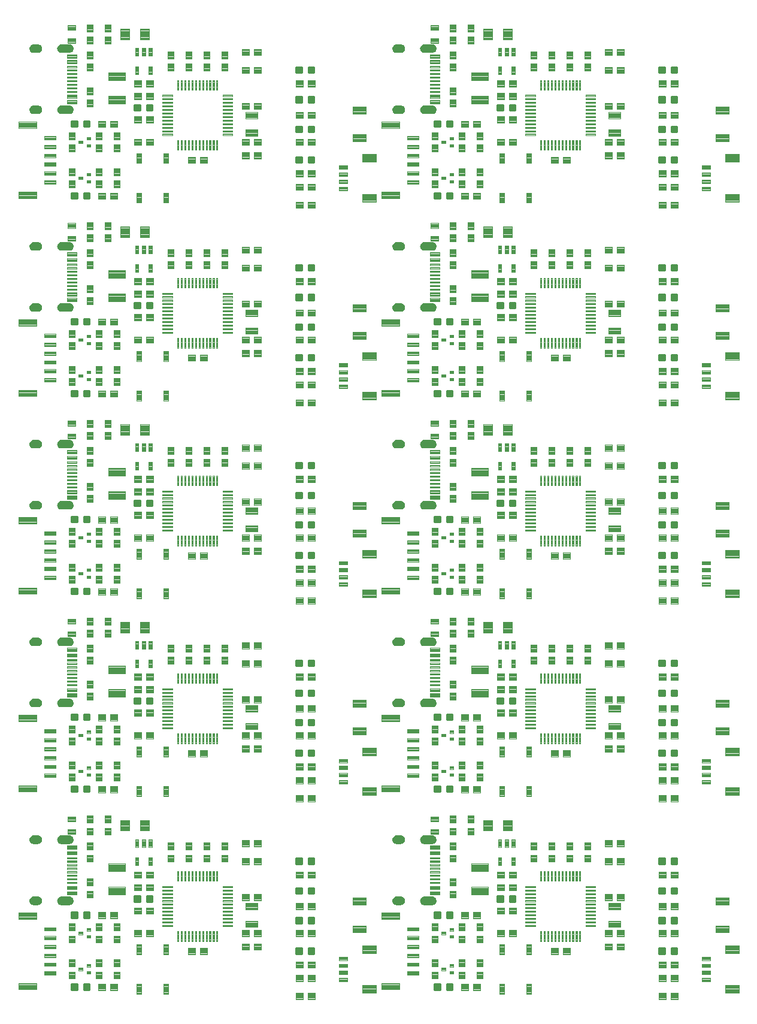
<source format=gtp>
G04 EAGLE Gerber RS-274X export*
G75*
%MOMM*%
%FSLAX34Y34*%
%LPD*%
%INSolderpaste Top*%
%IPPOS*%
%AMOC8*
5,1,8,0,0,1.08239X$1,22.5*%
G01*
%ADD10C,0.100000*%
%ADD11C,0.099000*%
%ADD12C,0.098000*%
%ADD13C,0.096000*%
%ADD14C,0.300000*%
%ADD15C,0.102000*%
%ADD16C,0.104000*%
%ADD17C,0.100800*%
%ADD18C,0.099059*%
%ADD19C,0.101200*%

G36*
X586084Y1343095D02*
X586084Y1343095D01*
X586087Y1343092D01*
X587209Y1343247D01*
X587214Y1343252D01*
X587218Y1343249D01*
X588289Y1343620D01*
X588293Y1343626D01*
X588298Y1343624D01*
X589275Y1344197D01*
X589278Y1344203D01*
X589283Y1344202D01*
X590130Y1344955D01*
X590132Y1344962D01*
X590137Y1344962D01*
X590821Y1345865D01*
X590821Y1345872D01*
X590826Y1345873D01*
X591321Y1346892D01*
X591319Y1346899D01*
X591324Y1346901D01*
X591611Y1347998D01*
X591609Y1348002D01*
X591611Y1348003D01*
X591609Y1348005D01*
X591612Y1348007D01*
X591679Y1349138D01*
X591677Y1349142D01*
X591679Y1349144D01*
X591612Y1350275D01*
X591607Y1350280D01*
X591611Y1350284D01*
X591324Y1351381D01*
X591318Y1351385D01*
X591321Y1351390D01*
X590826Y1352409D01*
X590820Y1352412D01*
X590821Y1352417D01*
X590137Y1353320D01*
X590130Y1353322D01*
X590130Y1353327D01*
X589283Y1354080D01*
X589276Y1354080D01*
X589275Y1354085D01*
X588298Y1354658D01*
X588291Y1354657D01*
X588289Y1354662D01*
X587218Y1355033D01*
X587212Y1355030D01*
X587209Y1355035D01*
X586087Y1355190D01*
X586082Y1355187D01*
X586080Y1355190D01*
X574080Y1355190D01*
X574075Y1355187D01*
X574072Y1355190D01*
X572805Y1354985D01*
X572799Y1354979D01*
X572795Y1354982D01*
X571605Y1354500D01*
X571601Y1354493D01*
X571595Y1354495D01*
X570542Y1353761D01*
X570540Y1353753D01*
X570534Y1353754D01*
X569671Y1352804D01*
X569670Y1352795D01*
X569665Y1352795D01*
X569035Y1351676D01*
X569036Y1351668D01*
X569030Y1351666D01*
X568665Y1350436D01*
X568668Y1350428D01*
X568663Y1350425D01*
X568581Y1349144D01*
X568584Y1349140D01*
X568581Y1349138D01*
X568663Y1347857D01*
X568669Y1347851D01*
X568665Y1347846D01*
X569030Y1346616D01*
X569037Y1346611D01*
X569035Y1346606D01*
X569665Y1345487D01*
X569672Y1345484D01*
X569671Y1345478D01*
X570534Y1344528D01*
X570542Y1344527D01*
X570542Y1344521D01*
X571595Y1343787D01*
X571603Y1343787D01*
X571605Y1343782D01*
X572795Y1343300D01*
X572802Y1343302D01*
X572805Y1343297D01*
X574072Y1343092D01*
X574077Y1343095D01*
X574080Y1343092D01*
X586080Y1343092D01*
X586084Y1343095D01*
G37*
G36*
X586084Y1063593D02*
X586084Y1063593D01*
X586087Y1063591D01*
X587209Y1063746D01*
X587214Y1063751D01*
X587218Y1063748D01*
X588289Y1064119D01*
X588293Y1064125D01*
X588298Y1064123D01*
X589275Y1064695D01*
X589278Y1064702D01*
X589283Y1064701D01*
X590130Y1065453D01*
X590132Y1065460D01*
X590137Y1065460D01*
X590821Y1066363D01*
X590821Y1066371D01*
X590826Y1066372D01*
X591321Y1067391D01*
X591319Y1067398D01*
X591324Y1067400D01*
X591611Y1068496D01*
X591609Y1068500D01*
X591611Y1068502D01*
X591609Y1068504D01*
X591612Y1068506D01*
X591679Y1069637D01*
X591677Y1069640D01*
X591679Y1069642D01*
X591612Y1070773D01*
X591607Y1070779D01*
X591611Y1070783D01*
X591324Y1071879D01*
X591318Y1071883D01*
X591321Y1071888D01*
X590826Y1072907D01*
X590820Y1072911D01*
X590821Y1072916D01*
X590137Y1073819D01*
X590130Y1073821D01*
X590130Y1073826D01*
X589283Y1074578D01*
X589276Y1074579D01*
X589275Y1074584D01*
X588298Y1075156D01*
X588291Y1075155D01*
X588289Y1075160D01*
X587218Y1075531D01*
X587212Y1075529D01*
X587209Y1075533D01*
X586087Y1075688D01*
X586082Y1075686D01*
X586080Y1075689D01*
X574080Y1075689D01*
X574075Y1075685D01*
X574072Y1075688D01*
X572805Y1075483D01*
X572799Y1075477D01*
X572795Y1075480D01*
X571605Y1074999D01*
X571601Y1074992D01*
X571595Y1074994D01*
X570542Y1074259D01*
X570540Y1074252D01*
X570534Y1074252D01*
X569671Y1073302D01*
X569670Y1073294D01*
X569665Y1073293D01*
X569035Y1072175D01*
X569036Y1072167D01*
X569030Y1072165D01*
X568665Y1070934D01*
X568668Y1070927D01*
X568663Y1070923D01*
X568581Y1069643D01*
X568584Y1069639D01*
X568581Y1069636D01*
X568663Y1068355D01*
X568669Y1068349D01*
X568665Y1068345D01*
X569030Y1067114D01*
X569037Y1067109D01*
X569035Y1067104D01*
X569665Y1065986D01*
X569672Y1065983D01*
X569671Y1065977D01*
X570534Y1065027D01*
X570542Y1065025D01*
X570542Y1065019D01*
X571595Y1064285D01*
X571603Y1064286D01*
X571605Y1064280D01*
X572795Y1063798D01*
X572802Y1063801D01*
X572805Y1063796D01*
X574072Y1063591D01*
X574077Y1063594D01*
X574080Y1063590D01*
X586080Y1063590D01*
X586084Y1063593D01*
G37*
G36*
X586084Y784117D02*
X586084Y784117D01*
X586087Y784114D01*
X587209Y784269D01*
X587214Y784274D01*
X587218Y784272D01*
X588289Y784642D01*
X588293Y784648D01*
X588298Y784646D01*
X589275Y785219D01*
X589278Y785226D01*
X589283Y785225D01*
X590130Y785977D01*
X590132Y785984D01*
X590137Y785984D01*
X590821Y786887D01*
X590821Y786894D01*
X590826Y786895D01*
X591321Y787915D01*
X591319Y787922D01*
X591324Y787924D01*
X591611Y789020D01*
X591609Y789024D01*
X591611Y789026D01*
X591609Y789028D01*
X591612Y789029D01*
X591679Y790160D01*
X591677Y790164D01*
X591679Y790166D01*
X591612Y791297D01*
X591607Y791303D01*
X591611Y791307D01*
X591324Y792403D01*
X591318Y792407D01*
X591321Y792412D01*
X590826Y793431D01*
X590820Y793434D01*
X590821Y793439D01*
X590137Y794342D01*
X590130Y794344D01*
X590130Y794349D01*
X589283Y795102D01*
X589276Y795102D01*
X589275Y795107D01*
X588298Y795680D01*
X588291Y795679D01*
X588289Y795684D01*
X587218Y796055D01*
X587212Y796053D01*
X587209Y796057D01*
X586087Y796212D01*
X586082Y796210D01*
X586080Y796212D01*
X574080Y796212D01*
X574075Y796209D01*
X574072Y796212D01*
X572805Y796007D01*
X572799Y796001D01*
X572795Y796004D01*
X571605Y795523D01*
X571601Y795516D01*
X571595Y795517D01*
X570542Y794783D01*
X570540Y794775D01*
X570534Y794776D01*
X569671Y793826D01*
X569670Y793818D01*
X569665Y793817D01*
X569035Y792699D01*
X569036Y792691D01*
X569030Y792688D01*
X568665Y791458D01*
X568668Y791450D01*
X568663Y791447D01*
X568581Y790166D01*
X568584Y790162D01*
X568581Y790160D01*
X568663Y788879D01*
X568669Y788873D01*
X568665Y788868D01*
X569030Y787638D01*
X569037Y787633D01*
X569035Y787628D01*
X569665Y786510D01*
X569672Y786506D01*
X569671Y786501D01*
X570534Y785551D01*
X570542Y785549D01*
X570542Y785543D01*
X571595Y784809D01*
X571603Y784809D01*
X571605Y784804D01*
X572795Y784322D01*
X572802Y784324D01*
X572805Y784319D01*
X574072Y784115D01*
X574077Y784117D01*
X574080Y784114D01*
X586080Y784114D01*
X586084Y784117D01*
G37*
G36*
X73004Y1343095D02*
X73004Y1343095D01*
X73007Y1343092D01*
X74129Y1343247D01*
X74134Y1343252D01*
X74138Y1343249D01*
X75209Y1343620D01*
X75213Y1343626D01*
X75218Y1343624D01*
X76195Y1344197D01*
X76198Y1344203D01*
X76203Y1344202D01*
X77050Y1344955D01*
X77052Y1344962D01*
X77057Y1344962D01*
X77741Y1345865D01*
X77741Y1345872D01*
X77746Y1345873D01*
X78241Y1346892D01*
X78239Y1346899D01*
X78244Y1346901D01*
X78531Y1347998D01*
X78529Y1348002D01*
X78531Y1348003D01*
X78529Y1348005D01*
X78532Y1348007D01*
X78599Y1349138D01*
X78597Y1349142D01*
X78599Y1349144D01*
X78532Y1350275D01*
X78527Y1350280D01*
X78531Y1350284D01*
X78244Y1351381D01*
X78238Y1351385D01*
X78241Y1351390D01*
X77746Y1352409D01*
X77740Y1352412D01*
X77741Y1352417D01*
X77057Y1353320D01*
X77050Y1353322D01*
X77050Y1353327D01*
X76203Y1354080D01*
X76196Y1354080D01*
X76195Y1354085D01*
X75218Y1354658D01*
X75211Y1354657D01*
X75209Y1354662D01*
X74138Y1355033D01*
X74132Y1355030D01*
X74129Y1355035D01*
X73007Y1355190D01*
X73002Y1355187D01*
X73000Y1355190D01*
X61000Y1355190D01*
X60995Y1355187D01*
X60992Y1355190D01*
X59725Y1354985D01*
X59719Y1354979D01*
X59715Y1354982D01*
X58525Y1354500D01*
X58521Y1354493D01*
X58515Y1354495D01*
X57462Y1353761D01*
X57460Y1353753D01*
X57454Y1353754D01*
X56591Y1352804D01*
X56590Y1352795D01*
X56585Y1352795D01*
X55955Y1351676D01*
X55956Y1351668D01*
X55950Y1351666D01*
X55585Y1350436D01*
X55588Y1350428D01*
X55583Y1350425D01*
X55501Y1349144D01*
X55504Y1349140D01*
X55501Y1349138D01*
X55583Y1347857D01*
X55589Y1347851D01*
X55585Y1347846D01*
X55950Y1346616D01*
X55957Y1346611D01*
X55955Y1346606D01*
X56585Y1345487D01*
X56592Y1345484D01*
X56591Y1345478D01*
X57454Y1344528D01*
X57462Y1344527D01*
X57462Y1344521D01*
X58515Y1343787D01*
X58523Y1343787D01*
X58525Y1343782D01*
X59715Y1343300D01*
X59722Y1343302D01*
X59725Y1343297D01*
X60992Y1343092D01*
X60997Y1343095D01*
X61000Y1343092D01*
X73000Y1343092D01*
X73004Y1343095D01*
G37*
G36*
X73004Y784117D02*
X73004Y784117D01*
X73007Y784114D01*
X74129Y784269D01*
X74134Y784274D01*
X74138Y784272D01*
X75209Y784642D01*
X75213Y784648D01*
X75218Y784646D01*
X76195Y785219D01*
X76198Y785226D01*
X76203Y785225D01*
X77050Y785977D01*
X77052Y785984D01*
X77057Y785984D01*
X77741Y786887D01*
X77741Y786894D01*
X77746Y786895D01*
X78241Y787915D01*
X78239Y787922D01*
X78244Y787924D01*
X78531Y789020D01*
X78529Y789024D01*
X78531Y789026D01*
X78529Y789028D01*
X78532Y789029D01*
X78599Y790160D01*
X78597Y790164D01*
X78599Y790166D01*
X78532Y791297D01*
X78527Y791303D01*
X78531Y791307D01*
X78244Y792403D01*
X78238Y792407D01*
X78241Y792412D01*
X77746Y793431D01*
X77740Y793434D01*
X77741Y793439D01*
X77057Y794342D01*
X77050Y794344D01*
X77050Y794349D01*
X76203Y795102D01*
X76196Y795102D01*
X76195Y795107D01*
X75218Y795680D01*
X75211Y795679D01*
X75209Y795684D01*
X74138Y796055D01*
X74132Y796053D01*
X74129Y796057D01*
X73007Y796212D01*
X73002Y796210D01*
X73000Y796212D01*
X61000Y796212D01*
X60995Y796209D01*
X60992Y796212D01*
X59725Y796007D01*
X59719Y796001D01*
X59715Y796004D01*
X58525Y795523D01*
X58521Y795516D01*
X58515Y795517D01*
X57462Y794783D01*
X57460Y794775D01*
X57454Y794776D01*
X56591Y793826D01*
X56590Y793818D01*
X56585Y793817D01*
X55955Y792699D01*
X55956Y792691D01*
X55950Y792688D01*
X55585Y791458D01*
X55588Y791450D01*
X55583Y791447D01*
X55501Y790166D01*
X55504Y790162D01*
X55501Y790160D01*
X55583Y788879D01*
X55589Y788873D01*
X55585Y788868D01*
X55950Y787638D01*
X55957Y787633D01*
X55955Y787628D01*
X56585Y786510D01*
X56592Y786506D01*
X56591Y786501D01*
X57454Y785551D01*
X57462Y785549D01*
X57462Y785543D01*
X58515Y784809D01*
X58523Y784809D01*
X58525Y784804D01*
X59715Y784322D01*
X59722Y784324D01*
X59725Y784319D01*
X60992Y784115D01*
X60997Y784117D01*
X61000Y784114D01*
X73000Y784114D01*
X73004Y784117D01*
G37*
G36*
X586084Y977193D02*
X586084Y977193D01*
X586087Y977191D01*
X587209Y977346D01*
X587214Y977351D01*
X587218Y977348D01*
X588289Y977719D01*
X588293Y977725D01*
X588298Y977723D01*
X589275Y978295D01*
X589278Y978302D01*
X589283Y978301D01*
X590130Y979053D01*
X590132Y979060D01*
X590137Y979060D01*
X590821Y979963D01*
X590821Y979971D01*
X590826Y979972D01*
X591321Y980991D01*
X591319Y980998D01*
X591324Y981000D01*
X591611Y982096D01*
X591609Y982100D01*
X591611Y982102D01*
X591609Y982104D01*
X591612Y982106D01*
X591679Y983237D01*
X591677Y983240D01*
X591679Y983242D01*
X591612Y984373D01*
X591607Y984379D01*
X591611Y984383D01*
X591324Y985479D01*
X591318Y985483D01*
X591321Y985488D01*
X590826Y986507D01*
X590820Y986511D01*
X590821Y986516D01*
X590137Y987419D01*
X590130Y987421D01*
X590130Y987426D01*
X589283Y988178D01*
X589276Y988179D01*
X589275Y988184D01*
X588298Y988756D01*
X588291Y988755D01*
X588289Y988760D01*
X587218Y989131D01*
X587212Y989129D01*
X587209Y989133D01*
X586087Y989288D01*
X586082Y989286D01*
X586080Y989289D01*
X574080Y989289D01*
X574075Y989285D01*
X574072Y989288D01*
X572805Y989083D01*
X572799Y989077D01*
X572795Y989080D01*
X571605Y988599D01*
X571601Y988592D01*
X571595Y988594D01*
X570542Y987859D01*
X570540Y987852D01*
X570534Y987852D01*
X569671Y986902D01*
X569670Y986894D01*
X569665Y986893D01*
X569035Y985775D01*
X569036Y985767D01*
X569030Y985765D01*
X568665Y984534D01*
X568668Y984527D01*
X568663Y984523D01*
X568581Y983243D01*
X568584Y983239D01*
X568581Y983236D01*
X568663Y981955D01*
X568669Y981949D01*
X568665Y981945D01*
X569030Y980714D01*
X569037Y980709D01*
X569035Y980704D01*
X569665Y979586D01*
X569672Y979583D01*
X569671Y979577D01*
X570534Y978627D01*
X570542Y978625D01*
X570542Y978619D01*
X571595Y977885D01*
X571603Y977886D01*
X571605Y977880D01*
X572795Y977398D01*
X572802Y977401D01*
X572805Y977396D01*
X574072Y977191D01*
X574077Y977194D01*
X574080Y977190D01*
X586080Y977190D01*
X586084Y977193D01*
G37*
G36*
X586084Y1256695D02*
X586084Y1256695D01*
X586087Y1256692D01*
X587209Y1256847D01*
X587214Y1256852D01*
X587218Y1256849D01*
X588289Y1257220D01*
X588293Y1257226D01*
X588298Y1257224D01*
X589275Y1257797D01*
X589278Y1257803D01*
X589283Y1257802D01*
X590130Y1258555D01*
X590132Y1258562D01*
X590137Y1258562D01*
X590821Y1259465D01*
X590821Y1259472D01*
X590826Y1259473D01*
X591321Y1260492D01*
X591319Y1260499D01*
X591324Y1260501D01*
X591611Y1261598D01*
X591609Y1261602D01*
X591611Y1261603D01*
X591609Y1261605D01*
X591612Y1261607D01*
X591679Y1262738D01*
X591677Y1262742D01*
X591679Y1262744D01*
X591612Y1263875D01*
X591607Y1263880D01*
X591611Y1263884D01*
X591324Y1264981D01*
X591318Y1264985D01*
X591321Y1264990D01*
X590826Y1266009D01*
X590820Y1266012D01*
X590821Y1266017D01*
X590137Y1266920D01*
X590130Y1266922D01*
X590130Y1266927D01*
X589283Y1267680D01*
X589276Y1267680D01*
X589275Y1267685D01*
X588298Y1268258D01*
X588291Y1268257D01*
X588289Y1268262D01*
X587218Y1268633D01*
X587212Y1268630D01*
X587209Y1268635D01*
X586087Y1268790D01*
X586082Y1268787D01*
X586080Y1268790D01*
X574080Y1268790D01*
X574075Y1268787D01*
X574072Y1268790D01*
X572805Y1268585D01*
X572799Y1268579D01*
X572795Y1268582D01*
X571605Y1268100D01*
X571601Y1268093D01*
X571595Y1268095D01*
X570542Y1267361D01*
X570540Y1267353D01*
X570534Y1267354D01*
X569671Y1266404D01*
X569670Y1266395D01*
X569665Y1266395D01*
X569035Y1265276D01*
X569036Y1265268D01*
X569030Y1265266D01*
X568665Y1264036D01*
X568668Y1264028D01*
X568663Y1264025D01*
X568581Y1262744D01*
X568584Y1262740D01*
X568581Y1262738D01*
X568663Y1261457D01*
X568669Y1261451D01*
X568665Y1261446D01*
X569030Y1260216D01*
X569037Y1260211D01*
X569035Y1260206D01*
X569665Y1259087D01*
X569672Y1259084D01*
X569671Y1259078D01*
X570534Y1258128D01*
X570542Y1258127D01*
X570542Y1258121D01*
X571595Y1257387D01*
X571603Y1257387D01*
X571605Y1257382D01*
X572795Y1256900D01*
X572802Y1256902D01*
X572805Y1256897D01*
X574072Y1256692D01*
X574077Y1256695D01*
X574080Y1256692D01*
X586080Y1256692D01*
X586084Y1256695D01*
G37*
G36*
X73004Y1256695D02*
X73004Y1256695D01*
X73007Y1256692D01*
X74129Y1256847D01*
X74134Y1256852D01*
X74138Y1256849D01*
X75209Y1257220D01*
X75213Y1257226D01*
X75218Y1257224D01*
X76195Y1257797D01*
X76198Y1257803D01*
X76203Y1257802D01*
X77050Y1258555D01*
X77052Y1258562D01*
X77057Y1258562D01*
X77741Y1259465D01*
X77741Y1259472D01*
X77746Y1259473D01*
X78241Y1260492D01*
X78239Y1260499D01*
X78244Y1260501D01*
X78531Y1261598D01*
X78529Y1261602D01*
X78531Y1261603D01*
X78529Y1261605D01*
X78532Y1261607D01*
X78599Y1262738D01*
X78597Y1262742D01*
X78599Y1262744D01*
X78532Y1263875D01*
X78527Y1263880D01*
X78531Y1263884D01*
X78244Y1264981D01*
X78238Y1264985D01*
X78241Y1264990D01*
X77746Y1266009D01*
X77740Y1266012D01*
X77741Y1266017D01*
X77057Y1266920D01*
X77050Y1266922D01*
X77050Y1266927D01*
X76203Y1267680D01*
X76196Y1267680D01*
X76195Y1267685D01*
X75218Y1268258D01*
X75211Y1268257D01*
X75209Y1268262D01*
X74138Y1268633D01*
X74132Y1268630D01*
X74129Y1268635D01*
X73007Y1268790D01*
X73002Y1268787D01*
X73000Y1268790D01*
X61000Y1268790D01*
X60995Y1268787D01*
X60992Y1268790D01*
X59725Y1268585D01*
X59719Y1268579D01*
X59715Y1268582D01*
X58525Y1268100D01*
X58521Y1268093D01*
X58515Y1268095D01*
X57462Y1267361D01*
X57460Y1267353D01*
X57454Y1267354D01*
X56591Y1266404D01*
X56590Y1266395D01*
X56585Y1266395D01*
X55955Y1265276D01*
X55956Y1265268D01*
X55950Y1265266D01*
X55585Y1264036D01*
X55588Y1264028D01*
X55583Y1264025D01*
X55501Y1262744D01*
X55504Y1262740D01*
X55501Y1262738D01*
X55583Y1261457D01*
X55589Y1261451D01*
X55585Y1261446D01*
X55950Y1260216D01*
X55957Y1260211D01*
X55955Y1260206D01*
X56585Y1259087D01*
X56592Y1259084D01*
X56591Y1259078D01*
X57454Y1258128D01*
X57462Y1258127D01*
X57462Y1258121D01*
X58515Y1257387D01*
X58523Y1257387D01*
X58525Y1257382D01*
X59715Y1256900D01*
X59722Y1256902D01*
X59725Y1256897D01*
X60992Y1256692D01*
X60997Y1256695D01*
X61000Y1256692D01*
X73000Y1256692D01*
X73004Y1256695D01*
G37*
G36*
X73004Y1063593D02*
X73004Y1063593D01*
X73007Y1063591D01*
X74129Y1063746D01*
X74134Y1063751D01*
X74138Y1063748D01*
X75209Y1064119D01*
X75213Y1064125D01*
X75218Y1064123D01*
X76195Y1064695D01*
X76198Y1064702D01*
X76203Y1064701D01*
X77050Y1065453D01*
X77052Y1065460D01*
X77057Y1065460D01*
X77741Y1066363D01*
X77741Y1066371D01*
X77746Y1066372D01*
X78241Y1067391D01*
X78239Y1067398D01*
X78244Y1067400D01*
X78531Y1068496D01*
X78529Y1068500D01*
X78531Y1068502D01*
X78529Y1068504D01*
X78532Y1068506D01*
X78599Y1069637D01*
X78597Y1069640D01*
X78599Y1069642D01*
X78532Y1070773D01*
X78527Y1070779D01*
X78531Y1070783D01*
X78244Y1071879D01*
X78238Y1071883D01*
X78241Y1071888D01*
X77746Y1072907D01*
X77740Y1072911D01*
X77741Y1072916D01*
X77057Y1073819D01*
X77050Y1073821D01*
X77050Y1073826D01*
X76203Y1074578D01*
X76196Y1074579D01*
X76195Y1074584D01*
X75218Y1075156D01*
X75211Y1075155D01*
X75209Y1075160D01*
X74138Y1075531D01*
X74132Y1075529D01*
X74129Y1075533D01*
X73007Y1075688D01*
X73002Y1075686D01*
X73000Y1075689D01*
X61000Y1075689D01*
X60995Y1075685D01*
X60992Y1075688D01*
X59725Y1075483D01*
X59719Y1075477D01*
X59715Y1075480D01*
X58525Y1074999D01*
X58521Y1074992D01*
X58515Y1074994D01*
X57462Y1074259D01*
X57460Y1074252D01*
X57454Y1074252D01*
X56591Y1073302D01*
X56590Y1073294D01*
X56585Y1073293D01*
X55955Y1072175D01*
X55956Y1072167D01*
X55950Y1072165D01*
X55585Y1070934D01*
X55588Y1070927D01*
X55583Y1070923D01*
X55501Y1069643D01*
X55504Y1069639D01*
X55501Y1069636D01*
X55583Y1068355D01*
X55589Y1068349D01*
X55585Y1068345D01*
X55950Y1067114D01*
X55957Y1067109D01*
X55955Y1067104D01*
X56585Y1065986D01*
X56592Y1065983D01*
X56591Y1065977D01*
X57454Y1065027D01*
X57462Y1065025D01*
X57462Y1065019D01*
X58515Y1064285D01*
X58523Y1064286D01*
X58525Y1064280D01*
X59715Y1063798D01*
X59722Y1063801D01*
X59725Y1063796D01*
X60992Y1063591D01*
X60997Y1063594D01*
X61000Y1063590D01*
X73000Y1063590D01*
X73004Y1063593D01*
G37*
G36*
X73004Y977193D02*
X73004Y977193D01*
X73007Y977191D01*
X74129Y977346D01*
X74134Y977351D01*
X74138Y977348D01*
X75209Y977719D01*
X75213Y977725D01*
X75218Y977723D01*
X76195Y978295D01*
X76198Y978302D01*
X76203Y978301D01*
X77050Y979053D01*
X77052Y979060D01*
X77057Y979060D01*
X77741Y979963D01*
X77741Y979971D01*
X77746Y979972D01*
X78241Y980991D01*
X78239Y980998D01*
X78244Y981000D01*
X78531Y982096D01*
X78529Y982100D01*
X78531Y982102D01*
X78529Y982104D01*
X78532Y982106D01*
X78599Y983237D01*
X78597Y983240D01*
X78599Y983242D01*
X78532Y984373D01*
X78527Y984379D01*
X78531Y984383D01*
X78244Y985479D01*
X78238Y985483D01*
X78241Y985488D01*
X77746Y986507D01*
X77740Y986511D01*
X77741Y986516D01*
X77057Y987419D01*
X77050Y987421D01*
X77050Y987426D01*
X76203Y988178D01*
X76196Y988179D01*
X76195Y988184D01*
X75218Y988756D01*
X75211Y988755D01*
X75209Y988760D01*
X74138Y989131D01*
X74132Y989129D01*
X74129Y989133D01*
X73007Y989288D01*
X73002Y989286D01*
X73000Y989289D01*
X61000Y989289D01*
X60995Y989285D01*
X60992Y989288D01*
X59725Y989083D01*
X59719Y989077D01*
X59715Y989080D01*
X58525Y988599D01*
X58521Y988592D01*
X58515Y988594D01*
X57462Y987859D01*
X57460Y987852D01*
X57454Y987852D01*
X56591Y986902D01*
X56590Y986894D01*
X56585Y986893D01*
X55955Y985775D01*
X55956Y985767D01*
X55950Y985765D01*
X55585Y984534D01*
X55588Y984527D01*
X55583Y984523D01*
X55501Y983243D01*
X55504Y983239D01*
X55501Y983236D01*
X55583Y981955D01*
X55589Y981949D01*
X55585Y981945D01*
X55950Y980714D01*
X55957Y980709D01*
X55955Y980704D01*
X56585Y979586D01*
X56592Y979583D01*
X56591Y979577D01*
X57454Y978627D01*
X57462Y978625D01*
X57462Y978619D01*
X58515Y977885D01*
X58523Y977886D01*
X58525Y977880D01*
X59715Y977398D01*
X59722Y977401D01*
X59725Y977396D01*
X60992Y977191D01*
X60997Y977194D01*
X61000Y977190D01*
X73000Y977190D01*
X73004Y977193D01*
G37*
G36*
X73004Y697717D02*
X73004Y697717D01*
X73007Y697714D01*
X74129Y697869D01*
X74134Y697874D01*
X74138Y697872D01*
X75209Y698242D01*
X75213Y698248D01*
X75218Y698246D01*
X76195Y698819D01*
X76198Y698826D01*
X76203Y698825D01*
X77050Y699577D01*
X77052Y699584D01*
X77057Y699584D01*
X77741Y700487D01*
X77741Y700494D01*
X77746Y700495D01*
X78241Y701515D01*
X78239Y701522D01*
X78244Y701524D01*
X78531Y702620D01*
X78529Y702624D01*
X78531Y702626D01*
X78529Y702628D01*
X78532Y702629D01*
X78599Y703760D01*
X78597Y703764D01*
X78599Y703766D01*
X78532Y704897D01*
X78527Y704903D01*
X78531Y704907D01*
X78244Y706003D01*
X78238Y706007D01*
X78241Y706012D01*
X77746Y707031D01*
X77740Y707034D01*
X77741Y707039D01*
X77057Y707942D01*
X77050Y707944D01*
X77050Y707949D01*
X76203Y708702D01*
X76196Y708702D01*
X76195Y708707D01*
X75218Y709280D01*
X75211Y709279D01*
X75209Y709284D01*
X74138Y709655D01*
X74132Y709653D01*
X74129Y709657D01*
X73007Y709812D01*
X73002Y709810D01*
X73000Y709812D01*
X61000Y709812D01*
X60995Y709809D01*
X60992Y709812D01*
X59725Y709607D01*
X59719Y709601D01*
X59715Y709604D01*
X58525Y709123D01*
X58521Y709116D01*
X58515Y709117D01*
X57462Y708383D01*
X57460Y708375D01*
X57454Y708376D01*
X56591Y707426D01*
X56590Y707418D01*
X56585Y707417D01*
X55955Y706299D01*
X55956Y706291D01*
X55950Y706288D01*
X55585Y705058D01*
X55588Y705050D01*
X55583Y705047D01*
X55501Y703766D01*
X55504Y703762D01*
X55501Y703760D01*
X55583Y702479D01*
X55589Y702473D01*
X55585Y702468D01*
X55950Y701238D01*
X55957Y701233D01*
X55955Y701228D01*
X56585Y700110D01*
X56592Y700106D01*
X56591Y700101D01*
X57454Y699151D01*
X57462Y699149D01*
X57462Y699143D01*
X58515Y698409D01*
X58523Y698409D01*
X58525Y698404D01*
X59715Y697922D01*
X59722Y697924D01*
X59725Y697919D01*
X60992Y697715D01*
X60997Y697717D01*
X61000Y697714D01*
X73000Y697714D01*
X73004Y697717D01*
G37*
G36*
X586084Y697717D02*
X586084Y697717D01*
X586087Y697714D01*
X587209Y697869D01*
X587214Y697874D01*
X587218Y697872D01*
X588289Y698242D01*
X588293Y698248D01*
X588298Y698246D01*
X589275Y698819D01*
X589278Y698826D01*
X589283Y698825D01*
X590130Y699577D01*
X590132Y699584D01*
X590137Y699584D01*
X590821Y700487D01*
X590821Y700494D01*
X590826Y700495D01*
X591321Y701515D01*
X591319Y701522D01*
X591324Y701524D01*
X591611Y702620D01*
X591609Y702624D01*
X591611Y702626D01*
X591609Y702628D01*
X591612Y702629D01*
X591679Y703760D01*
X591677Y703764D01*
X591679Y703766D01*
X591612Y704897D01*
X591607Y704903D01*
X591611Y704907D01*
X591324Y706003D01*
X591318Y706007D01*
X591321Y706012D01*
X590826Y707031D01*
X590820Y707034D01*
X590821Y707039D01*
X590137Y707942D01*
X590130Y707944D01*
X590130Y707949D01*
X589283Y708702D01*
X589276Y708702D01*
X589275Y708707D01*
X588298Y709280D01*
X588291Y709279D01*
X588289Y709284D01*
X587218Y709655D01*
X587212Y709653D01*
X587209Y709657D01*
X586087Y709812D01*
X586082Y709810D01*
X586080Y709812D01*
X574080Y709812D01*
X574075Y709809D01*
X574072Y709812D01*
X572805Y709607D01*
X572799Y709601D01*
X572795Y709604D01*
X571605Y709123D01*
X571601Y709116D01*
X571595Y709117D01*
X570542Y708383D01*
X570540Y708375D01*
X570534Y708376D01*
X569671Y707426D01*
X569670Y707418D01*
X569665Y707417D01*
X569035Y706299D01*
X569036Y706291D01*
X569030Y706288D01*
X568665Y705058D01*
X568668Y705050D01*
X568663Y705047D01*
X568581Y703766D01*
X568584Y703762D01*
X568581Y703760D01*
X568663Y702479D01*
X568669Y702473D01*
X568665Y702468D01*
X569030Y701238D01*
X569037Y701233D01*
X569035Y701228D01*
X569665Y700110D01*
X569672Y700106D01*
X569671Y700101D01*
X570534Y699151D01*
X570542Y699149D01*
X570542Y699143D01*
X571595Y698409D01*
X571603Y698409D01*
X571605Y698404D01*
X572795Y697922D01*
X572802Y697924D01*
X572805Y697919D01*
X574072Y697715D01*
X574077Y697717D01*
X574080Y697714D01*
X586080Y697714D01*
X586084Y697717D01*
G37*
G36*
X73004Y504641D02*
X73004Y504641D01*
X73007Y504638D01*
X74129Y504793D01*
X74134Y504798D01*
X74138Y504795D01*
X75209Y505166D01*
X75213Y505172D01*
X75218Y505170D01*
X76195Y505743D01*
X76198Y505749D01*
X76203Y505748D01*
X77050Y506501D01*
X77052Y506508D01*
X77057Y506508D01*
X77741Y507411D01*
X77741Y507418D01*
X77746Y507419D01*
X78241Y508438D01*
X78239Y508445D01*
X78244Y508447D01*
X78531Y509544D01*
X78529Y509548D01*
X78531Y509549D01*
X78529Y509551D01*
X78532Y509553D01*
X78599Y510684D01*
X78597Y510688D01*
X78599Y510690D01*
X78532Y511821D01*
X78527Y511826D01*
X78531Y511830D01*
X78244Y512927D01*
X78238Y512931D01*
X78241Y512936D01*
X77746Y513955D01*
X77740Y513958D01*
X77741Y513963D01*
X77057Y514866D01*
X77050Y514868D01*
X77050Y514873D01*
X76203Y515626D01*
X76196Y515626D01*
X76195Y515631D01*
X75218Y516204D01*
X75211Y516203D01*
X75209Y516208D01*
X74138Y516579D01*
X74132Y516576D01*
X74129Y516581D01*
X73007Y516736D01*
X73002Y516733D01*
X73000Y516736D01*
X61000Y516736D01*
X60995Y516733D01*
X60992Y516736D01*
X59725Y516531D01*
X59719Y516525D01*
X59715Y516528D01*
X58525Y516046D01*
X58521Y516039D01*
X58515Y516041D01*
X57462Y515307D01*
X57460Y515299D01*
X57454Y515300D01*
X56591Y514350D01*
X56590Y514341D01*
X56585Y514341D01*
X55955Y513222D01*
X55956Y513214D01*
X55950Y513212D01*
X55585Y511982D01*
X55588Y511974D01*
X55583Y511971D01*
X55501Y510690D01*
X55504Y510686D01*
X55501Y510684D01*
X55583Y509403D01*
X55589Y509397D01*
X55585Y509392D01*
X55950Y508162D01*
X55957Y508157D01*
X55955Y508152D01*
X56585Y507033D01*
X56592Y507030D01*
X56591Y507024D01*
X57454Y506074D01*
X57462Y506073D01*
X57462Y506067D01*
X58515Y505333D01*
X58523Y505333D01*
X58525Y505328D01*
X59715Y504846D01*
X59722Y504848D01*
X59725Y504843D01*
X60992Y504638D01*
X60997Y504641D01*
X61000Y504638D01*
X73000Y504638D01*
X73004Y504641D01*
G37*
G36*
X586084Y504641D02*
X586084Y504641D01*
X586087Y504638D01*
X587209Y504793D01*
X587214Y504798D01*
X587218Y504795D01*
X588289Y505166D01*
X588293Y505172D01*
X588298Y505170D01*
X589275Y505743D01*
X589278Y505749D01*
X589283Y505748D01*
X590130Y506501D01*
X590132Y506508D01*
X590137Y506508D01*
X590821Y507411D01*
X590821Y507418D01*
X590826Y507419D01*
X591321Y508438D01*
X591319Y508445D01*
X591324Y508447D01*
X591611Y509544D01*
X591609Y509548D01*
X591611Y509549D01*
X591609Y509551D01*
X591612Y509553D01*
X591679Y510684D01*
X591677Y510688D01*
X591679Y510690D01*
X591612Y511821D01*
X591607Y511826D01*
X591611Y511830D01*
X591324Y512927D01*
X591318Y512931D01*
X591321Y512936D01*
X590826Y513955D01*
X590820Y513958D01*
X590821Y513963D01*
X590137Y514866D01*
X590130Y514868D01*
X590130Y514873D01*
X589283Y515626D01*
X589276Y515626D01*
X589275Y515631D01*
X588298Y516204D01*
X588291Y516203D01*
X588289Y516208D01*
X587218Y516579D01*
X587212Y516576D01*
X587209Y516581D01*
X586087Y516736D01*
X586082Y516733D01*
X586080Y516736D01*
X574080Y516736D01*
X574075Y516733D01*
X574072Y516736D01*
X572805Y516531D01*
X572799Y516525D01*
X572795Y516528D01*
X571605Y516046D01*
X571601Y516039D01*
X571595Y516041D01*
X570542Y515307D01*
X570540Y515299D01*
X570534Y515300D01*
X569671Y514350D01*
X569670Y514341D01*
X569665Y514341D01*
X569035Y513222D01*
X569036Y513214D01*
X569030Y513212D01*
X568665Y511982D01*
X568668Y511974D01*
X568663Y511971D01*
X568581Y510690D01*
X568584Y510686D01*
X568581Y510684D01*
X568663Y509403D01*
X568669Y509397D01*
X568665Y509392D01*
X569030Y508162D01*
X569037Y508157D01*
X569035Y508152D01*
X569665Y507033D01*
X569672Y507030D01*
X569671Y507024D01*
X570534Y506074D01*
X570542Y506073D01*
X570542Y506067D01*
X571595Y505333D01*
X571603Y505333D01*
X571605Y505328D01*
X572795Y504846D01*
X572802Y504848D01*
X572805Y504843D01*
X574072Y504638D01*
X574077Y504641D01*
X574080Y504638D01*
X586080Y504638D01*
X586084Y504641D01*
G37*
G36*
X73004Y418241D02*
X73004Y418241D01*
X73007Y418238D01*
X74129Y418393D01*
X74134Y418398D01*
X74138Y418395D01*
X75209Y418766D01*
X75213Y418772D01*
X75218Y418770D01*
X76195Y419343D01*
X76198Y419349D01*
X76203Y419348D01*
X77050Y420101D01*
X77052Y420108D01*
X77057Y420108D01*
X77741Y421011D01*
X77741Y421018D01*
X77746Y421019D01*
X78241Y422038D01*
X78239Y422045D01*
X78244Y422047D01*
X78531Y423144D01*
X78529Y423148D01*
X78531Y423149D01*
X78529Y423151D01*
X78532Y423153D01*
X78599Y424284D01*
X78597Y424288D01*
X78599Y424290D01*
X78532Y425421D01*
X78527Y425426D01*
X78531Y425430D01*
X78244Y426527D01*
X78238Y426531D01*
X78241Y426536D01*
X77746Y427555D01*
X77740Y427558D01*
X77741Y427563D01*
X77057Y428466D01*
X77050Y428468D01*
X77050Y428473D01*
X76203Y429226D01*
X76196Y429226D01*
X76195Y429231D01*
X75218Y429804D01*
X75211Y429803D01*
X75209Y429808D01*
X74138Y430179D01*
X74132Y430176D01*
X74129Y430181D01*
X73007Y430336D01*
X73002Y430333D01*
X73000Y430336D01*
X61000Y430336D01*
X60995Y430333D01*
X60992Y430336D01*
X59725Y430131D01*
X59719Y430125D01*
X59715Y430128D01*
X58525Y429646D01*
X58521Y429639D01*
X58515Y429641D01*
X57462Y428907D01*
X57460Y428899D01*
X57454Y428900D01*
X56591Y427950D01*
X56590Y427941D01*
X56585Y427941D01*
X55955Y426822D01*
X55956Y426814D01*
X55950Y426812D01*
X55585Y425582D01*
X55588Y425574D01*
X55583Y425571D01*
X55501Y424290D01*
X55504Y424286D01*
X55501Y424284D01*
X55583Y423003D01*
X55589Y422997D01*
X55585Y422992D01*
X55950Y421762D01*
X55957Y421757D01*
X55955Y421752D01*
X56585Y420633D01*
X56592Y420630D01*
X56591Y420624D01*
X57454Y419674D01*
X57462Y419673D01*
X57462Y419667D01*
X58515Y418933D01*
X58523Y418933D01*
X58525Y418928D01*
X59715Y418446D01*
X59722Y418448D01*
X59725Y418443D01*
X60992Y418238D01*
X60997Y418241D01*
X61000Y418238D01*
X73000Y418238D01*
X73004Y418241D01*
G37*
G36*
X586084Y418241D02*
X586084Y418241D01*
X586087Y418238D01*
X587209Y418393D01*
X587214Y418398D01*
X587218Y418395D01*
X588289Y418766D01*
X588293Y418772D01*
X588298Y418770D01*
X589275Y419343D01*
X589278Y419349D01*
X589283Y419348D01*
X590130Y420101D01*
X590132Y420108D01*
X590137Y420108D01*
X590821Y421011D01*
X590821Y421018D01*
X590826Y421019D01*
X591321Y422038D01*
X591319Y422045D01*
X591324Y422047D01*
X591611Y423144D01*
X591609Y423148D01*
X591611Y423149D01*
X591609Y423151D01*
X591612Y423153D01*
X591679Y424284D01*
X591677Y424288D01*
X591679Y424290D01*
X591612Y425421D01*
X591607Y425426D01*
X591611Y425430D01*
X591324Y426527D01*
X591318Y426531D01*
X591321Y426536D01*
X590826Y427555D01*
X590820Y427558D01*
X590821Y427563D01*
X590137Y428466D01*
X590130Y428468D01*
X590130Y428473D01*
X589283Y429226D01*
X589276Y429226D01*
X589275Y429231D01*
X588298Y429804D01*
X588291Y429803D01*
X588289Y429808D01*
X587218Y430179D01*
X587212Y430176D01*
X587209Y430181D01*
X586087Y430336D01*
X586082Y430333D01*
X586080Y430336D01*
X574080Y430336D01*
X574075Y430333D01*
X574072Y430336D01*
X572805Y430131D01*
X572799Y430125D01*
X572795Y430128D01*
X571605Y429646D01*
X571601Y429639D01*
X571595Y429641D01*
X570542Y428907D01*
X570540Y428899D01*
X570534Y428900D01*
X569671Y427950D01*
X569670Y427941D01*
X569665Y427941D01*
X569035Y426822D01*
X569036Y426814D01*
X569030Y426812D01*
X568665Y425582D01*
X568668Y425574D01*
X568663Y425571D01*
X568581Y424290D01*
X568584Y424286D01*
X568581Y424284D01*
X568663Y423003D01*
X568669Y422997D01*
X568665Y422992D01*
X569030Y421762D01*
X569037Y421757D01*
X569035Y421752D01*
X569665Y420633D01*
X569672Y420630D01*
X569671Y420624D01*
X570534Y419674D01*
X570542Y419673D01*
X570542Y419667D01*
X571595Y418933D01*
X571603Y418933D01*
X571605Y418928D01*
X572795Y418446D01*
X572802Y418448D01*
X572805Y418443D01*
X574072Y418238D01*
X574077Y418241D01*
X574080Y418238D01*
X586080Y418238D01*
X586084Y418241D01*
G37*
G36*
X586084Y225165D02*
X586084Y225165D01*
X586087Y225162D01*
X587209Y225317D01*
X587214Y225322D01*
X587218Y225319D01*
X588289Y225690D01*
X588293Y225696D01*
X588298Y225694D01*
X589275Y226267D01*
X589278Y226273D01*
X589283Y226272D01*
X590130Y227025D01*
X590132Y227032D01*
X590137Y227032D01*
X590821Y227935D01*
X590821Y227942D01*
X590826Y227943D01*
X591321Y228962D01*
X591319Y228969D01*
X591324Y228971D01*
X591611Y230067D01*
X591609Y230072D01*
X591611Y230073D01*
X591609Y230075D01*
X591612Y230077D01*
X591679Y231208D01*
X591677Y231212D01*
X591679Y231214D01*
X591612Y232345D01*
X591607Y232350D01*
X591611Y232354D01*
X591324Y233450D01*
X591318Y233455D01*
X591321Y233459D01*
X590826Y234479D01*
X590820Y234482D01*
X590821Y234487D01*
X590137Y235390D01*
X590130Y235392D01*
X590130Y235397D01*
X589283Y236149D01*
X589276Y236150D01*
X589275Y236155D01*
X588298Y236728D01*
X588291Y236727D01*
X588289Y236732D01*
X587218Y237102D01*
X587212Y237100D01*
X587209Y237105D01*
X586087Y237260D01*
X586082Y237257D01*
X586080Y237260D01*
X574080Y237260D01*
X574075Y237256D01*
X574072Y237259D01*
X572805Y237055D01*
X572799Y237049D01*
X572795Y237052D01*
X571605Y236570D01*
X571601Y236563D01*
X571595Y236565D01*
X570542Y235831D01*
X570540Y235823D01*
X570534Y235823D01*
X569671Y234873D01*
X569670Y234865D01*
X569665Y234864D01*
X569035Y233746D01*
X569036Y233738D01*
X569030Y233736D01*
X568665Y232506D01*
X568668Y232498D01*
X568663Y232495D01*
X568581Y231214D01*
X568584Y231210D01*
X568581Y231208D01*
X568663Y229927D01*
X568669Y229921D01*
X568665Y229916D01*
X569030Y228686D01*
X569037Y228681D01*
X569035Y228675D01*
X569665Y227557D01*
X569672Y227554D01*
X569671Y227548D01*
X570534Y226598D01*
X570542Y226597D01*
X570542Y226591D01*
X571595Y225857D01*
X571603Y225857D01*
X571605Y225851D01*
X572795Y225370D01*
X572802Y225372D01*
X572805Y225367D01*
X574072Y225162D01*
X574077Y225165D01*
X574080Y225162D01*
X586080Y225162D01*
X586084Y225165D01*
G37*
G36*
X73004Y225165D02*
X73004Y225165D01*
X73007Y225162D01*
X74129Y225317D01*
X74134Y225322D01*
X74138Y225319D01*
X75209Y225690D01*
X75213Y225696D01*
X75218Y225694D01*
X76195Y226267D01*
X76198Y226273D01*
X76203Y226272D01*
X77050Y227025D01*
X77052Y227032D01*
X77057Y227032D01*
X77741Y227935D01*
X77741Y227942D01*
X77746Y227943D01*
X78241Y228962D01*
X78239Y228969D01*
X78244Y228971D01*
X78531Y230067D01*
X78529Y230072D01*
X78531Y230073D01*
X78529Y230075D01*
X78532Y230077D01*
X78599Y231208D01*
X78597Y231212D01*
X78599Y231214D01*
X78532Y232345D01*
X78527Y232350D01*
X78531Y232354D01*
X78244Y233450D01*
X78238Y233455D01*
X78241Y233459D01*
X77746Y234479D01*
X77740Y234482D01*
X77741Y234487D01*
X77057Y235390D01*
X77050Y235392D01*
X77050Y235397D01*
X76203Y236149D01*
X76196Y236150D01*
X76195Y236155D01*
X75218Y236728D01*
X75211Y236727D01*
X75209Y236732D01*
X74138Y237102D01*
X74132Y237100D01*
X74129Y237105D01*
X73007Y237260D01*
X73002Y237257D01*
X73000Y237260D01*
X61000Y237260D01*
X60995Y237256D01*
X60992Y237259D01*
X59725Y237055D01*
X59719Y237049D01*
X59715Y237052D01*
X58525Y236570D01*
X58521Y236563D01*
X58515Y236565D01*
X57462Y235831D01*
X57460Y235823D01*
X57454Y235823D01*
X56591Y234873D01*
X56590Y234865D01*
X56585Y234864D01*
X55955Y233746D01*
X55956Y233738D01*
X55950Y233736D01*
X55585Y232506D01*
X55588Y232498D01*
X55583Y232495D01*
X55501Y231214D01*
X55504Y231210D01*
X55501Y231208D01*
X55583Y229927D01*
X55589Y229921D01*
X55585Y229916D01*
X55950Y228686D01*
X55957Y228681D01*
X55955Y228675D01*
X56585Y227557D01*
X56592Y227554D01*
X56591Y227548D01*
X57454Y226598D01*
X57462Y226597D01*
X57462Y226591D01*
X58515Y225857D01*
X58523Y225857D01*
X58525Y225851D01*
X59715Y225370D01*
X59722Y225372D01*
X59725Y225367D01*
X60992Y225162D01*
X60997Y225165D01*
X61000Y225162D01*
X73000Y225162D01*
X73004Y225165D01*
G37*
G36*
X73004Y138765D02*
X73004Y138765D01*
X73007Y138762D01*
X74129Y138917D01*
X74134Y138922D01*
X74138Y138919D01*
X75209Y139290D01*
X75213Y139296D01*
X75218Y139294D01*
X76195Y139867D01*
X76198Y139873D01*
X76203Y139872D01*
X77050Y140625D01*
X77052Y140632D01*
X77057Y140632D01*
X77741Y141535D01*
X77741Y141542D01*
X77746Y141543D01*
X78241Y142562D01*
X78239Y142569D01*
X78244Y142571D01*
X78531Y143667D01*
X78529Y143672D01*
X78531Y143673D01*
X78529Y143675D01*
X78532Y143677D01*
X78599Y144808D01*
X78597Y144812D01*
X78599Y144814D01*
X78532Y145945D01*
X78527Y145950D01*
X78531Y145954D01*
X78244Y147050D01*
X78238Y147055D01*
X78241Y147059D01*
X77746Y148079D01*
X77740Y148082D01*
X77741Y148087D01*
X77057Y148990D01*
X77050Y148992D01*
X77050Y148997D01*
X76203Y149749D01*
X76196Y149750D01*
X76195Y149755D01*
X75218Y150328D01*
X75211Y150327D01*
X75209Y150332D01*
X74138Y150702D01*
X74132Y150700D01*
X74129Y150705D01*
X73007Y150860D01*
X73002Y150857D01*
X73000Y150860D01*
X61000Y150860D01*
X60995Y150856D01*
X60992Y150859D01*
X59725Y150655D01*
X59719Y150649D01*
X59715Y150652D01*
X58525Y150170D01*
X58521Y150163D01*
X58515Y150165D01*
X57462Y149431D01*
X57460Y149423D01*
X57454Y149423D01*
X56591Y148473D01*
X56590Y148465D01*
X56585Y148464D01*
X55955Y147346D01*
X55956Y147338D01*
X55950Y147336D01*
X55585Y146106D01*
X55588Y146098D01*
X55583Y146095D01*
X55501Y144814D01*
X55504Y144810D01*
X55501Y144808D01*
X55583Y143527D01*
X55589Y143521D01*
X55585Y143516D01*
X55950Y142286D01*
X55957Y142281D01*
X55955Y142275D01*
X56585Y141157D01*
X56592Y141154D01*
X56591Y141148D01*
X57454Y140198D01*
X57462Y140197D01*
X57462Y140191D01*
X58515Y139457D01*
X58523Y139457D01*
X58525Y139451D01*
X59715Y138970D01*
X59722Y138972D01*
X59725Y138967D01*
X60992Y138762D01*
X60997Y138765D01*
X61000Y138762D01*
X73000Y138762D01*
X73004Y138765D01*
G37*
G36*
X586084Y138765D02*
X586084Y138765D01*
X586087Y138762D01*
X587209Y138917D01*
X587214Y138922D01*
X587218Y138919D01*
X588289Y139290D01*
X588293Y139296D01*
X588298Y139294D01*
X589275Y139867D01*
X589278Y139873D01*
X589283Y139872D01*
X590130Y140625D01*
X590132Y140632D01*
X590137Y140632D01*
X590821Y141535D01*
X590821Y141542D01*
X590826Y141543D01*
X591321Y142562D01*
X591319Y142569D01*
X591324Y142571D01*
X591611Y143667D01*
X591609Y143672D01*
X591611Y143673D01*
X591609Y143675D01*
X591612Y143677D01*
X591679Y144808D01*
X591677Y144812D01*
X591679Y144814D01*
X591612Y145945D01*
X591607Y145950D01*
X591611Y145954D01*
X591324Y147050D01*
X591318Y147055D01*
X591321Y147059D01*
X590826Y148079D01*
X590820Y148082D01*
X590821Y148087D01*
X590137Y148990D01*
X590130Y148992D01*
X590130Y148997D01*
X589283Y149749D01*
X589276Y149750D01*
X589275Y149755D01*
X588298Y150328D01*
X588291Y150327D01*
X588289Y150332D01*
X587218Y150702D01*
X587212Y150700D01*
X587209Y150705D01*
X586087Y150860D01*
X586082Y150857D01*
X586080Y150860D01*
X574080Y150860D01*
X574075Y150856D01*
X574072Y150859D01*
X572805Y150655D01*
X572799Y150649D01*
X572795Y150652D01*
X571605Y150170D01*
X571601Y150163D01*
X571595Y150165D01*
X570542Y149431D01*
X570540Y149423D01*
X570534Y149423D01*
X569671Y148473D01*
X569670Y148465D01*
X569665Y148464D01*
X569035Y147346D01*
X569036Y147338D01*
X569030Y147336D01*
X568665Y146106D01*
X568668Y146098D01*
X568663Y146095D01*
X568581Y144814D01*
X568584Y144810D01*
X568581Y144808D01*
X568663Y143527D01*
X568669Y143521D01*
X568665Y143516D01*
X569030Y142286D01*
X569037Y142281D01*
X569035Y142275D01*
X569665Y141157D01*
X569672Y141154D01*
X569671Y141148D01*
X570534Y140198D01*
X570542Y140197D01*
X570542Y140191D01*
X571595Y139457D01*
X571603Y139457D01*
X571605Y139451D01*
X572795Y138970D01*
X572802Y138972D01*
X572805Y138967D01*
X574072Y138762D01*
X574077Y138765D01*
X574080Y138762D01*
X586080Y138762D01*
X586084Y138765D01*
G37*
G36*
X28203Y697716D02*
X28203Y697716D01*
X28205Y697714D01*
X29381Y697825D01*
X29386Y697830D01*
X29390Y697827D01*
X30522Y698165D01*
X30526Y698171D01*
X30531Y698169D01*
X31575Y698721D01*
X31578Y698728D01*
X31583Y698727D01*
X32499Y699472D01*
X32500Y699479D01*
X32506Y699479D01*
X33259Y700389D01*
X33259Y700396D01*
X33264Y700397D01*
X33825Y701436D01*
X33824Y701441D01*
X33828Y701444D01*
X33827Y701444D01*
X33829Y701445D01*
X34176Y702574D01*
X34176Y702576D01*
X34177Y702576D01*
X34174Y702580D01*
X34174Y702581D01*
X34178Y702583D01*
X34299Y703758D01*
X34295Y703765D01*
X34299Y703769D01*
X34142Y705109D01*
X34137Y705115D01*
X34140Y705120D01*
X33689Y706391D01*
X33682Y706396D01*
X33684Y706401D01*
X32962Y707541D01*
X32954Y707544D01*
X32955Y707549D01*
X31997Y708499D01*
X31989Y708500D01*
X31988Y708506D01*
X30843Y709219D01*
X30835Y709218D01*
X30833Y709224D01*
X29557Y709664D01*
X29550Y709662D01*
X29547Y709667D01*
X28205Y709812D01*
X28202Y709810D01*
X28200Y709812D01*
X22200Y709812D01*
X22197Y709810D01*
X22194Y709812D01*
X20865Y709657D01*
X20859Y709651D01*
X20855Y709654D01*
X19594Y709207D01*
X19589Y709200D01*
X19584Y709202D01*
X18454Y708486D01*
X18451Y708478D01*
X18445Y708479D01*
X17503Y707529D01*
X17502Y707521D01*
X17496Y707520D01*
X16789Y706384D01*
X16790Y706376D01*
X16784Y706374D01*
X16348Y705109D01*
X16350Y705102D01*
X16345Y705099D01*
X16201Y703769D01*
X16205Y703762D01*
X16201Y703759D01*
X16311Y702592D01*
X16316Y702587D01*
X16313Y702583D01*
X16648Y701461D01*
X16654Y701456D01*
X16652Y701452D01*
X17200Y700416D01*
X17206Y700413D01*
X17205Y700408D01*
X17944Y699500D01*
X17951Y699498D01*
X17951Y699493D01*
X18853Y698746D01*
X18861Y698746D01*
X18861Y698741D01*
X19892Y698184D01*
X19899Y698185D01*
X19901Y698181D01*
X21020Y697836D01*
X21027Y697838D01*
X21030Y697834D01*
X22195Y697714D01*
X22198Y697716D01*
X22200Y697714D01*
X28200Y697714D01*
X28203Y697716D01*
G37*
G36*
X541283Y697716D02*
X541283Y697716D01*
X541285Y697714D01*
X542461Y697825D01*
X542466Y697830D01*
X542470Y697827D01*
X543602Y698165D01*
X543606Y698171D01*
X543611Y698169D01*
X544655Y698721D01*
X544658Y698728D01*
X544663Y698727D01*
X545579Y699472D01*
X545580Y699479D01*
X545586Y699479D01*
X546339Y700389D01*
X546339Y700396D01*
X546344Y700397D01*
X546905Y701436D01*
X546904Y701441D01*
X546908Y701444D01*
X546907Y701444D01*
X546909Y701445D01*
X547256Y702574D01*
X547256Y702576D01*
X547257Y702576D01*
X547254Y702580D01*
X547254Y702581D01*
X547258Y702583D01*
X547379Y703758D01*
X547375Y703765D01*
X547379Y703769D01*
X547222Y705109D01*
X547217Y705115D01*
X547220Y705120D01*
X546769Y706391D01*
X546762Y706396D01*
X546764Y706401D01*
X546042Y707541D01*
X546034Y707544D01*
X546035Y707549D01*
X545077Y708499D01*
X545069Y708500D01*
X545068Y708506D01*
X543923Y709219D01*
X543915Y709218D01*
X543913Y709224D01*
X542637Y709664D01*
X542630Y709662D01*
X542627Y709667D01*
X541285Y709812D01*
X541282Y709810D01*
X541280Y709812D01*
X535280Y709812D01*
X535277Y709810D01*
X535274Y709812D01*
X533945Y709657D01*
X533939Y709651D01*
X533935Y709654D01*
X532674Y709207D01*
X532669Y709200D01*
X532664Y709202D01*
X531534Y708486D01*
X531531Y708478D01*
X531525Y708479D01*
X530583Y707529D01*
X530582Y707521D01*
X530576Y707520D01*
X529869Y706384D01*
X529870Y706376D01*
X529864Y706374D01*
X529428Y705109D01*
X529430Y705102D01*
X529425Y705099D01*
X529281Y703769D01*
X529285Y703762D01*
X529281Y703759D01*
X529391Y702592D01*
X529396Y702587D01*
X529393Y702583D01*
X529728Y701461D01*
X529734Y701456D01*
X529732Y701452D01*
X530280Y700416D01*
X530286Y700413D01*
X530285Y700408D01*
X531024Y699500D01*
X531031Y699498D01*
X531031Y699493D01*
X531933Y698746D01*
X531941Y698746D01*
X531941Y698741D01*
X532972Y698184D01*
X532979Y698185D01*
X532981Y698181D01*
X534100Y697836D01*
X534107Y697838D01*
X534110Y697834D01*
X535275Y697714D01*
X535278Y697716D01*
X535280Y697714D01*
X541280Y697714D01*
X541283Y697716D01*
G37*
G36*
X541283Y1343094D02*
X541283Y1343094D01*
X541285Y1343092D01*
X542461Y1343203D01*
X542466Y1343208D01*
X542470Y1343205D01*
X543602Y1343543D01*
X543606Y1343549D01*
X543611Y1343547D01*
X544655Y1344099D01*
X544658Y1344106D01*
X544663Y1344104D01*
X545579Y1344850D01*
X545580Y1344857D01*
X545586Y1344857D01*
X546339Y1345767D01*
X546339Y1345774D01*
X546344Y1345775D01*
X546905Y1346814D01*
X546904Y1346819D01*
X546908Y1346821D01*
X546907Y1346822D01*
X546909Y1346823D01*
X547256Y1347952D01*
X547256Y1347953D01*
X547257Y1347954D01*
X547254Y1347958D01*
X547258Y1347961D01*
X547379Y1349136D01*
X547375Y1349143D01*
X547379Y1349147D01*
X547222Y1350487D01*
X547217Y1350493D01*
X547220Y1350498D01*
X546769Y1351769D01*
X546762Y1351774D01*
X546764Y1351779D01*
X546042Y1352918D01*
X546034Y1352921D01*
X546035Y1352927D01*
X545077Y1353877D01*
X545069Y1353878D01*
X545068Y1353884D01*
X543923Y1354597D01*
X543915Y1354596D01*
X543913Y1354602D01*
X542637Y1355042D01*
X542630Y1355040D01*
X542627Y1355044D01*
X541285Y1355190D01*
X541282Y1355188D01*
X541280Y1355190D01*
X535280Y1355190D01*
X535277Y1355188D01*
X535274Y1355190D01*
X533945Y1355035D01*
X533939Y1355029D01*
X533935Y1355032D01*
X532674Y1354585D01*
X532669Y1354578D01*
X532664Y1354580D01*
X531534Y1353863D01*
X531531Y1353856D01*
X531525Y1353857D01*
X530583Y1352907D01*
X530582Y1352898D01*
X530576Y1352898D01*
X529869Y1351762D01*
X529870Y1351754D01*
X529864Y1351752D01*
X529428Y1350487D01*
X529430Y1350479D01*
X529425Y1350477D01*
X529281Y1349146D01*
X529285Y1349140D01*
X529281Y1349136D01*
X529391Y1347970D01*
X529396Y1347965D01*
X529393Y1347961D01*
X529728Y1346838D01*
X529734Y1346834D01*
X529732Y1346830D01*
X530280Y1345794D01*
X530286Y1345791D01*
X530285Y1345786D01*
X531024Y1344878D01*
X531031Y1344876D01*
X531031Y1344871D01*
X531933Y1344124D01*
X531941Y1344124D01*
X531941Y1344119D01*
X532972Y1343562D01*
X532979Y1343563D01*
X532981Y1343558D01*
X534100Y1343214D01*
X534107Y1343216D01*
X534110Y1343212D01*
X535275Y1343092D01*
X535278Y1343094D01*
X535280Y1343092D01*
X541280Y1343092D01*
X541283Y1343094D01*
G37*
G36*
X28203Y1343094D02*
X28203Y1343094D01*
X28205Y1343092D01*
X29381Y1343203D01*
X29386Y1343208D01*
X29390Y1343205D01*
X30522Y1343543D01*
X30526Y1343549D01*
X30531Y1343547D01*
X31575Y1344099D01*
X31578Y1344106D01*
X31583Y1344104D01*
X32499Y1344850D01*
X32500Y1344857D01*
X32506Y1344857D01*
X33259Y1345767D01*
X33259Y1345774D01*
X33264Y1345775D01*
X33825Y1346814D01*
X33824Y1346819D01*
X33828Y1346821D01*
X33827Y1346822D01*
X33829Y1346823D01*
X34176Y1347952D01*
X34176Y1347953D01*
X34177Y1347954D01*
X34174Y1347958D01*
X34178Y1347961D01*
X34299Y1349136D01*
X34295Y1349143D01*
X34299Y1349147D01*
X34142Y1350487D01*
X34137Y1350493D01*
X34140Y1350498D01*
X33689Y1351769D01*
X33682Y1351774D01*
X33684Y1351779D01*
X32962Y1352918D01*
X32954Y1352921D01*
X32955Y1352927D01*
X31997Y1353877D01*
X31989Y1353878D01*
X31988Y1353884D01*
X30843Y1354597D01*
X30835Y1354596D01*
X30833Y1354602D01*
X29557Y1355042D01*
X29550Y1355040D01*
X29547Y1355044D01*
X28205Y1355190D01*
X28202Y1355188D01*
X28200Y1355190D01*
X22200Y1355190D01*
X22197Y1355188D01*
X22194Y1355190D01*
X20865Y1355035D01*
X20859Y1355029D01*
X20855Y1355032D01*
X19594Y1354585D01*
X19589Y1354578D01*
X19584Y1354580D01*
X18454Y1353863D01*
X18451Y1353856D01*
X18445Y1353857D01*
X17503Y1352907D01*
X17502Y1352898D01*
X17496Y1352898D01*
X16789Y1351762D01*
X16790Y1351754D01*
X16784Y1351752D01*
X16348Y1350487D01*
X16350Y1350479D01*
X16345Y1350477D01*
X16201Y1349146D01*
X16205Y1349140D01*
X16201Y1349136D01*
X16311Y1347970D01*
X16316Y1347965D01*
X16313Y1347961D01*
X16648Y1346838D01*
X16654Y1346834D01*
X16652Y1346830D01*
X17200Y1345794D01*
X17206Y1345791D01*
X17205Y1345786D01*
X17944Y1344878D01*
X17951Y1344876D01*
X17951Y1344871D01*
X18853Y1344124D01*
X18861Y1344124D01*
X18861Y1344119D01*
X19892Y1343562D01*
X19899Y1343563D01*
X19901Y1343558D01*
X21020Y1343214D01*
X21027Y1343216D01*
X21030Y1343212D01*
X22195Y1343092D01*
X22198Y1343094D01*
X22200Y1343092D01*
X28200Y1343092D01*
X28203Y1343094D01*
G37*
G36*
X28203Y504640D02*
X28203Y504640D01*
X28205Y504638D01*
X29381Y504749D01*
X29386Y504754D01*
X29390Y504751D01*
X30522Y505089D01*
X30526Y505095D01*
X30531Y505093D01*
X31575Y505645D01*
X31578Y505652D01*
X31583Y505650D01*
X32499Y506396D01*
X32500Y506403D01*
X32506Y506403D01*
X33259Y507313D01*
X33259Y507320D01*
X33264Y507321D01*
X33825Y508360D01*
X33824Y508365D01*
X33828Y508367D01*
X33827Y508368D01*
X33829Y508369D01*
X34176Y509498D01*
X34176Y509499D01*
X34177Y509500D01*
X34174Y509504D01*
X34178Y509507D01*
X34299Y510682D01*
X34295Y510689D01*
X34299Y510693D01*
X34142Y512033D01*
X34137Y512039D01*
X34140Y512044D01*
X33689Y513315D01*
X33682Y513320D01*
X33684Y513325D01*
X32962Y514464D01*
X32954Y514467D01*
X32955Y514473D01*
X31997Y515423D01*
X31989Y515424D01*
X31988Y515430D01*
X30843Y516143D01*
X30835Y516142D01*
X30833Y516148D01*
X29557Y516588D01*
X29550Y516586D01*
X29547Y516590D01*
X28205Y516736D01*
X28202Y516734D01*
X28200Y516736D01*
X22200Y516736D01*
X22197Y516734D01*
X22194Y516736D01*
X20865Y516581D01*
X20859Y516575D01*
X20855Y516578D01*
X19594Y516131D01*
X19589Y516124D01*
X19584Y516126D01*
X18454Y515409D01*
X18451Y515402D01*
X18445Y515403D01*
X17503Y514453D01*
X17502Y514444D01*
X17496Y514444D01*
X16789Y513308D01*
X16790Y513300D01*
X16784Y513298D01*
X16348Y512033D01*
X16350Y512025D01*
X16345Y512023D01*
X16201Y510692D01*
X16205Y510686D01*
X16201Y510682D01*
X16311Y509516D01*
X16316Y509511D01*
X16313Y509507D01*
X16648Y508384D01*
X16654Y508380D01*
X16652Y508376D01*
X17200Y507340D01*
X17206Y507337D01*
X17205Y507332D01*
X17944Y506424D01*
X17951Y506422D01*
X17951Y506417D01*
X18853Y505670D01*
X18861Y505670D01*
X18861Y505665D01*
X19892Y505108D01*
X19899Y505109D01*
X19901Y505104D01*
X21020Y504760D01*
X21027Y504762D01*
X21030Y504758D01*
X22195Y504638D01*
X22198Y504640D01*
X22200Y504638D01*
X28200Y504638D01*
X28203Y504640D01*
G37*
G36*
X28203Y1256694D02*
X28203Y1256694D01*
X28205Y1256692D01*
X29381Y1256803D01*
X29386Y1256808D01*
X29390Y1256805D01*
X30522Y1257143D01*
X30526Y1257149D01*
X30531Y1257147D01*
X31575Y1257699D01*
X31578Y1257706D01*
X31583Y1257704D01*
X32499Y1258450D01*
X32500Y1258457D01*
X32506Y1258457D01*
X33259Y1259367D01*
X33259Y1259374D01*
X33264Y1259375D01*
X33825Y1260414D01*
X33824Y1260419D01*
X33828Y1260421D01*
X33827Y1260422D01*
X33829Y1260423D01*
X34176Y1261552D01*
X34176Y1261553D01*
X34177Y1261554D01*
X34174Y1261558D01*
X34178Y1261561D01*
X34299Y1262736D01*
X34295Y1262743D01*
X34299Y1262747D01*
X34142Y1264087D01*
X34137Y1264093D01*
X34140Y1264098D01*
X33689Y1265369D01*
X33682Y1265374D01*
X33684Y1265379D01*
X32962Y1266518D01*
X32954Y1266521D01*
X32955Y1266527D01*
X31997Y1267477D01*
X31989Y1267478D01*
X31988Y1267484D01*
X30843Y1268197D01*
X30835Y1268196D01*
X30833Y1268202D01*
X29557Y1268642D01*
X29550Y1268640D01*
X29547Y1268644D01*
X28205Y1268790D01*
X28202Y1268788D01*
X28200Y1268790D01*
X22200Y1268790D01*
X22197Y1268788D01*
X22194Y1268790D01*
X20865Y1268635D01*
X20859Y1268629D01*
X20855Y1268632D01*
X19594Y1268185D01*
X19589Y1268178D01*
X19584Y1268180D01*
X18454Y1267463D01*
X18451Y1267456D01*
X18445Y1267457D01*
X17503Y1266507D01*
X17502Y1266498D01*
X17496Y1266498D01*
X16789Y1265362D01*
X16790Y1265354D01*
X16784Y1265352D01*
X16348Y1264087D01*
X16350Y1264079D01*
X16345Y1264077D01*
X16201Y1262746D01*
X16205Y1262740D01*
X16201Y1262736D01*
X16311Y1261570D01*
X16316Y1261565D01*
X16313Y1261561D01*
X16648Y1260438D01*
X16654Y1260434D01*
X16652Y1260430D01*
X17200Y1259394D01*
X17206Y1259391D01*
X17205Y1259386D01*
X17944Y1258478D01*
X17951Y1258476D01*
X17951Y1258471D01*
X18853Y1257724D01*
X18861Y1257724D01*
X18861Y1257719D01*
X19892Y1257162D01*
X19899Y1257163D01*
X19901Y1257158D01*
X21020Y1256814D01*
X21027Y1256816D01*
X21030Y1256812D01*
X22195Y1256692D01*
X22198Y1256694D01*
X22200Y1256692D01*
X28200Y1256692D01*
X28203Y1256694D01*
G37*
G36*
X541283Y504640D02*
X541283Y504640D01*
X541285Y504638D01*
X542461Y504749D01*
X542466Y504754D01*
X542470Y504751D01*
X543602Y505089D01*
X543606Y505095D01*
X543611Y505093D01*
X544655Y505645D01*
X544658Y505652D01*
X544663Y505650D01*
X545579Y506396D01*
X545580Y506403D01*
X545586Y506403D01*
X546339Y507313D01*
X546339Y507320D01*
X546344Y507321D01*
X546905Y508360D01*
X546904Y508365D01*
X546908Y508367D01*
X546907Y508368D01*
X546909Y508369D01*
X547256Y509498D01*
X547256Y509499D01*
X547257Y509500D01*
X547254Y509504D01*
X547258Y509507D01*
X547379Y510682D01*
X547375Y510689D01*
X547379Y510693D01*
X547222Y512033D01*
X547217Y512039D01*
X547220Y512044D01*
X546769Y513315D01*
X546762Y513320D01*
X546764Y513325D01*
X546042Y514464D01*
X546034Y514467D01*
X546035Y514473D01*
X545077Y515423D01*
X545069Y515424D01*
X545068Y515430D01*
X543923Y516143D01*
X543915Y516142D01*
X543913Y516148D01*
X542637Y516588D01*
X542630Y516586D01*
X542627Y516590D01*
X541285Y516736D01*
X541282Y516734D01*
X541280Y516736D01*
X535280Y516736D01*
X535277Y516734D01*
X535274Y516736D01*
X533945Y516581D01*
X533939Y516575D01*
X533935Y516578D01*
X532674Y516131D01*
X532669Y516124D01*
X532664Y516126D01*
X531534Y515409D01*
X531531Y515402D01*
X531525Y515403D01*
X530583Y514453D01*
X530582Y514444D01*
X530576Y514444D01*
X529869Y513308D01*
X529870Y513300D01*
X529864Y513298D01*
X529428Y512033D01*
X529430Y512025D01*
X529425Y512023D01*
X529281Y510692D01*
X529285Y510686D01*
X529281Y510682D01*
X529391Y509516D01*
X529396Y509511D01*
X529393Y509507D01*
X529728Y508384D01*
X529734Y508380D01*
X529732Y508376D01*
X530280Y507340D01*
X530286Y507337D01*
X530285Y507332D01*
X531024Y506424D01*
X531031Y506422D01*
X531031Y506417D01*
X531933Y505670D01*
X531941Y505670D01*
X531941Y505665D01*
X532972Y505108D01*
X532979Y505109D01*
X532981Y505104D01*
X534100Y504760D01*
X534107Y504762D01*
X534110Y504758D01*
X535275Y504638D01*
X535278Y504640D01*
X535280Y504638D01*
X541280Y504638D01*
X541283Y504640D01*
G37*
G36*
X541283Y1256694D02*
X541283Y1256694D01*
X541285Y1256692D01*
X542461Y1256803D01*
X542466Y1256808D01*
X542470Y1256805D01*
X543602Y1257143D01*
X543606Y1257149D01*
X543611Y1257147D01*
X544655Y1257699D01*
X544658Y1257706D01*
X544663Y1257704D01*
X545579Y1258450D01*
X545580Y1258457D01*
X545586Y1258457D01*
X546339Y1259367D01*
X546339Y1259374D01*
X546344Y1259375D01*
X546905Y1260414D01*
X546904Y1260419D01*
X546908Y1260421D01*
X546907Y1260422D01*
X546909Y1260423D01*
X547256Y1261552D01*
X547256Y1261553D01*
X547257Y1261554D01*
X547254Y1261558D01*
X547258Y1261561D01*
X547379Y1262736D01*
X547375Y1262743D01*
X547379Y1262747D01*
X547222Y1264087D01*
X547217Y1264093D01*
X547220Y1264098D01*
X546769Y1265369D01*
X546762Y1265374D01*
X546764Y1265379D01*
X546042Y1266518D01*
X546034Y1266521D01*
X546035Y1266527D01*
X545077Y1267477D01*
X545069Y1267478D01*
X545068Y1267484D01*
X543923Y1268197D01*
X543915Y1268196D01*
X543913Y1268202D01*
X542637Y1268642D01*
X542630Y1268640D01*
X542627Y1268644D01*
X541285Y1268790D01*
X541282Y1268788D01*
X541280Y1268790D01*
X535280Y1268790D01*
X535277Y1268788D01*
X535274Y1268790D01*
X533945Y1268635D01*
X533939Y1268629D01*
X533935Y1268632D01*
X532674Y1268185D01*
X532669Y1268178D01*
X532664Y1268180D01*
X531534Y1267463D01*
X531531Y1267456D01*
X531525Y1267457D01*
X530583Y1266507D01*
X530582Y1266498D01*
X530576Y1266498D01*
X529869Y1265362D01*
X529870Y1265354D01*
X529864Y1265352D01*
X529428Y1264087D01*
X529430Y1264079D01*
X529425Y1264077D01*
X529281Y1262746D01*
X529285Y1262740D01*
X529281Y1262736D01*
X529391Y1261570D01*
X529396Y1261565D01*
X529393Y1261561D01*
X529728Y1260438D01*
X529734Y1260434D01*
X529732Y1260430D01*
X530280Y1259394D01*
X530286Y1259391D01*
X530285Y1259386D01*
X531024Y1258478D01*
X531031Y1258476D01*
X531031Y1258471D01*
X531933Y1257724D01*
X531941Y1257724D01*
X531941Y1257719D01*
X532972Y1257162D01*
X532979Y1257163D01*
X532981Y1257158D01*
X534100Y1256814D01*
X534107Y1256816D01*
X534110Y1256812D01*
X535275Y1256692D01*
X535278Y1256694D01*
X535280Y1256692D01*
X541280Y1256692D01*
X541283Y1256694D01*
G37*
G36*
X541283Y418240D02*
X541283Y418240D01*
X541285Y418238D01*
X542461Y418349D01*
X542466Y418354D01*
X542470Y418351D01*
X543602Y418689D01*
X543606Y418695D01*
X543611Y418693D01*
X544655Y419245D01*
X544658Y419252D01*
X544663Y419250D01*
X545579Y419996D01*
X545580Y420003D01*
X545586Y420003D01*
X546339Y420913D01*
X546339Y420920D01*
X546344Y420921D01*
X546905Y421960D01*
X546904Y421965D01*
X546908Y421967D01*
X546907Y421968D01*
X546909Y421969D01*
X547256Y423098D01*
X547256Y423099D01*
X547257Y423100D01*
X547254Y423104D01*
X547258Y423107D01*
X547379Y424282D01*
X547375Y424289D01*
X547379Y424293D01*
X547222Y425633D01*
X547217Y425639D01*
X547220Y425644D01*
X546769Y426915D01*
X546762Y426920D01*
X546764Y426925D01*
X546042Y428064D01*
X546034Y428067D01*
X546035Y428073D01*
X545077Y429023D01*
X545069Y429024D01*
X545068Y429030D01*
X543923Y429743D01*
X543915Y429742D01*
X543913Y429748D01*
X542637Y430188D01*
X542630Y430186D01*
X542627Y430190D01*
X541285Y430336D01*
X541282Y430334D01*
X541280Y430336D01*
X535280Y430336D01*
X535277Y430334D01*
X535274Y430336D01*
X533945Y430181D01*
X533939Y430175D01*
X533935Y430178D01*
X532674Y429731D01*
X532669Y429724D01*
X532664Y429726D01*
X531534Y429009D01*
X531531Y429002D01*
X531525Y429003D01*
X530583Y428053D01*
X530582Y428044D01*
X530576Y428044D01*
X529869Y426908D01*
X529870Y426900D01*
X529864Y426898D01*
X529428Y425633D01*
X529430Y425625D01*
X529425Y425623D01*
X529281Y424292D01*
X529285Y424286D01*
X529281Y424282D01*
X529391Y423116D01*
X529396Y423111D01*
X529393Y423107D01*
X529728Y421984D01*
X529734Y421980D01*
X529732Y421976D01*
X530280Y420940D01*
X530286Y420937D01*
X530285Y420932D01*
X531024Y420024D01*
X531031Y420022D01*
X531031Y420017D01*
X531933Y419270D01*
X531941Y419270D01*
X531941Y419265D01*
X532972Y418708D01*
X532979Y418709D01*
X532981Y418704D01*
X534100Y418360D01*
X534107Y418362D01*
X534110Y418358D01*
X535275Y418238D01*
X535278Y418240D01*
X535280Y418238D01*
X541280Y418238D01*
X541283Y418240D01*
G37*
G36*
X541283Y1063592D02*
X541283Y1063592D01*
X541285Y1063590D01*
X542461Y1063701D01*
X542466Y1063706D01*
X542470Y1063703D01*
X543602Y1064041D01*
X543606Y1064047D01*
X543611Y1064045D01*
X544655Y1064597D01*
X544658Y1064604D01*
X544663Y1064603D01*
X545579Y1065348D01*
X545580Y1065355D01*
X545586Y1065355D01*
X546339Y1066265D01*
X546339Y1066272D01*
X546344Y1066273D01*
X546905Y1067312D01*
X546904Y1067317D01*
X546908Y1067320D01*
X546907Y1067321D01*
X546909Y1067321D01*
X547256Y1068450D01*
X547256Y1068452D01*
X547257Y1068453D01*
X547254Y1068456D01*
X547254Y1068457D01*
X547258Y1068459D01*
X547379Y1069634D01*
X547375Y1069641D01*
X547379Y1069645D01*
X547222Y1070985D01*
X547217Y1070991D01*
X547220Y1070996D01*
X546769Y1072268D01*
X546762Y1072272D01*
X546764Y1072277D01*
X546042Y1073417D01*
X546034Y1073420D01*
X546035Y1073425D01*
X545077Y1074376D01*
X545069Y1074377D01*
X545068Y1074382D01*
X543923Y1075095D01*
X543915Y1075095D01*
X543913Y1075100D01*
X542637Y1075540D01*
X542630Y1075538D01*
X542627Y1075543D01*
X541285Y1075688D01*
X541282Y1075686D01*
X541280Y1075689D01*
X535280Y1075689D01*
X535277Y1075686D01*
X535274Y1075688D01*
X533945Y1075533D01*
X533939Y1075527D01*
X533935Y1075530D01*
X532674Y1075083D01*
X532669Y1075076D01*
X532664Y1075078D01*
X531534Y1074362D01*
X531531Y1074354D01*
X531525Y1074355D01*
X530583Y1073405D01*
X530582Y1073397D01*
X530576Y1073396D01*
X529869Y1072260D01*
X529870Y1072252D01*
X529864Y1072250D01*
X529428Y1070986D01*
X529430Y1070978D01*
X529425Y1070975D01*
X529281Y1069645D01*
X529285Y1069638D01*
X529281Y1069635D01*
X529391Y1068469D01*
X529396Y1068463D01*
X529393Y1068459D01*
X529728Y1067337D01*
X529734Y1067333D01*
X529732Y1067328D01*
X530280Y1066293D01*
X530286Y1066290D01*
X530285Y1066285D01*
X531024Y1065376D01*
X531031Y1065374D01*
X531031Y1065369D01*
X531933Y1064622D01*
X531941Y1064622D01*
X531941Y1064617D01*
X532972Y1064060D01*
X532979Y1064062D01*
X532981Y1064057D01*
X534100Y1063712D01*
X534107Y1063715D01*
X534110Y1063710D01*
X535275Y1063590D01*
X535278Y1063592D01*
X535280Y1063590D01*
X541280Y1063590D01*
X541283Y1063592D01*
G37*
G36*
X28203Y418240D02*
X28203Y418240D01*
X28205Y418238D01*
X29381Y418349D01*
X29386Y418354D01*
X29390Y418351D01*
X30522Y418689D01*
X30526Y418695D01*
X30531Y418693D01*
X31575Y419245D01*
X31578Y419252D01*
X31583Y419250D01*
X32499Y419996D01*
X32500Y420003D01*
X32506Y420003D01*
X33259Y420913D01*
X33259Y420920D01*
X33264Y420921D01*
X33825Y421960D01*
X33824Y421965D01*
X33828Y421967D01*
X33827Y421968D01*
X33829Y421969D01*
X34176Y423098D01*
X34176Y423099D01*
X34177Y423100D01*
X34174Y423104D01*
X34178Y423107D01*
X34299Y424282D01*
X34295Y424289D01*
X34299Y424293D01*
X34142Y425633D01*
X34137Y425639D01*
X34140Y425644D01*
X33689Y426915D01*
X33682Y426920D01*
X33684Y426925D01*
X32962Y428064D01*
X32954Y428067D01*
X32955Y428073D01*
X31997Y429023D01*
X31989Y429024D01*
X31988Y429030D01*
X30843Y429743D01*
X30835Y429742D01*
X30833Y429748D01*
X29557Y430188D01*
X29550Y430186D01*
X29547Y430190D01*
X28205Y430336D01*
X28202Y430334D01*
X28200Y430336D01*
X22200Y430336D01*
X22197Y430334D01*
X22194Y430336D01*
X20865Y430181D01*
X20859Y430175D01*
X20855Y430178D01*
X19594Y429731D01*
X19589Y429724D01*
X19584Y429726D01*
X18454Y429009D01*
X18451Y429002D01*
X18445Y429003D01*
X17503Y428053D01*
X17502Y428044D01*
X17496Y428044D01*
X16789Y426908D01*
X16790Y426900D01*
X16784Y426898D01*
X16348Y425633D01*
X16350Y425625D01*
X16345Y425623D01*
X16201Y424292D01*
X16205Y424286D01*
X16201Y424282D01*
X16311Y423116D01*
X16316Y423111D01*
X16313Y423107D01*
X16648Y421984D01*
X16654Y421980D01*
X16652Y421976D01*
X17200Y420940D01*
X17206Y420937D01*
X17205Y420932D01*
X17944Y420024D01*
X17951Y420022D01*
X17951Y420017D01*
X18853Y419270D01*
X18861Y419270D01*
X18861Y419265D01*
X19892Y418708D01*
X19899Y418709D01*
X19901Y418704D01*
X21020Y418360D01*
X21027Y418362D01*
X21030Y418358D01*
X22195Y418238D01*
X22198Y418240D01*
X22200Y418238D01*
X28200Y418238D01*
X28203Y418240D01*
G37*
G36*
X28203Y1063592D02*
X28203Y1063592D01*
X28205Y1063590D01*
X29381Y1063701D01*
X29386Y1063706D01*
X29390Y1063703D01*
X30522Y1064041D01*
X30526Y1064047D01*
X30531Y1064045D01*
X31575Y1064597D01*
X31578Y1064604D01*
X31583Y1064603D01*
X32499Y1065348D01*
X32500Y1065355D01*
X32506Y1065355D01*
X33259Y1066265D01*
X33259Y1066272D01*
X33264Y1066273D01*
X33825Y1067312D01*
X33824Y1067317D01*
X33828Y1067320D01*
X33827Y1067321D01*
X33829Y1067321D01*
X34176Y1068450D01*
X34176Y1068452D01*
X34177Y1068453D01*
X34174Y1068456D01*
X34174Y1068457D01*
X34178Y1068459D01*
X34299Y1069634D01*
X34295Y1069641D01*
X34299Y1069645D01*
X34142Y1070985D01*
X34137Y1070991D01*
X34140Y1070996D01*
X33689Y1072268D01*
X33682Y1072272D01*
X33684Y1072277D01*
X32962Y1073417D01*
X32954Y1073420D01*
X32955Y1073425D01*
X31997Y1074376D01*
X31989Y1074377D01*
X31988Y1074382D01*
X30843Y1075095D01*
X30835Y1075095D01*
X30833Y1075100D01*
X29557Y1075540D01*
X29550Y1075538D01*
X29547Y1075543D01*
X28205Y1075688D01*
X28202Y1075686D01*
X28200Y1075689D01*
X22200Y1075689D01*
X22197Y1075686D01*
X22194Y1075688D01*
X20865Y1075533D01*
X20859Y1075527D01*
X20855Y1075530D01*
X19594Y1075083D01*
X19589Y1075076D01*
X19584Y1075078D01*
X18454Y1074362D01*
X18451Y1074354D01*
X18445Y1074355D01*
X17503Y1073405D01*
X17502Y1073397D01*
X17496Y1073396D01*
X16789Y1072260D01*
X16790Y1072252D01*
X16784Y1072250D01*
X16348Y1070986D01*
X16350Y1070978D01*
X16345Y1070975D01*
X16201Y1069645D01*
X16205Y1069638D01*
X16201Y1069635D01*
X16311Y1068469D01*
X16316Y1068463D01*
X16313Y1068459D01*
X16648Y1067337D01*
X16654Y1067333D01*
X16652Y1067328D01*
X17200Y1066293D01*
X17206Y1066290D01*
X17205Y1066285D01*
X17944Y1065376D01*
X17951Y1065374D01*
X17951Y1065369D01*
X18853Y1064622D01*
X18861Y1064622D01*
X18861Y1064617D01*
X19892Y1064060D01*
X19899Y1064062D01*
X19901Y1064057D01*
X21020Y1063712D01*
X21027Y1063715D01*
X21030Y1063710D01*
X22195Y1063590D01*
X22198Y1063592D01*
X22200Y1063590D01*
X28200Y1063590D01*
X28203Y1063592D01*
G37*
G36*
X28203Y225164D02*
X28203Y225164D01*
X28205Y225162D01*
X29381Y225273D01*
X29386Y225278D01*
X29390Y225275D01*
X30522Y225613D01*
X30526Y225619D01*
X30531Y225616D01*
X31575Y226169D01*
X31578Y226175D01*
X31583Y226174D01*
X32499Y226920D01*
X32500Y226927D01*
X32506Y226926D01*
X33259Y227836D01*
X33259Y227844D01*
X33264Y227844D01*
X33825Y228884D01*
X33824Y228889D01*
X33828Y228891D01*
X33827Y228892D01*
X33829Y228893D01*
X34176Y230021D01*
X34176Y230023D01*
X34177Y230024D01*
X34174Y230028D01*
X34178Y230031D01*
X34299Y231206D01*
X34295Y231213D01*
X34299Y231217D01*
X34142Y232557D01*
X34137Y232563D01*
X34140Y232567D01*
X33689Y233839D01*
X33682Y233843D01*
X33684Y233849D01*
X32962Y234988D01*
X32954Y234991D01*
X32955Y234997D01*
X31997Y235947D01*
X31989Y235948D01*
X31988Y235954D01*
X30843Y236667D01*
X30835Y236666D01*
X30833Y236672D01*
X29557Y237112D01*
X29550Y237109D01*
X29547Y237114D01*
X28205Y237260D01*
X28202Y237258D01*
X28200Y237260D01*
X22200Y237260D01*
X22197Y237257D01*
X22194Y237260D01*
X20865Y237104D01*
X20859Y237099D01*
X20855Y237102D01*
X19594Y236655D01*
X19589Y236648D01*
X19584Y236650D01*
X18454Y235933D01*
X18451Y235926D01*
X18445Y235926D01*
X17503Y234976D01*
X17502Y234968D01*
X17496Y234968D01*
X16789Y233832D01*
X16790Y233824D01*
X16784Y233822D01*
X16348Y232557D01*
X16350Y232549D01*
X16345Y232546D01*
X16201Y231216D01*
X16205Y231210D01*
X16201Y231206D01*
X16311Y230040D01*
X16316Y230035D01*
X16313Y230031D01*
X16648Y228908D01*
X16654Y228904D01*
X16652Y228899D01*
X17200Y227864D01*
X17206Y227861D01*
X17205Y227856D01*
X17944Y226947D01*
X17951Y226946D01*
X17951Y226941D01*
X18853Y226194D01*
X18861Y226193D01*
X18861Y226188D01*
X19892Y225632D01*
X19899Y225633D01*
X19901Y225628D01*
X21020Y225283D01*
X21027Y225286D01*
X21030Y225282D01*
X22195Y225162D01*
X22198Y225164D01*
X22200Y225162D01*
X28200Y225162D01*
X28203Y225164D01*
G37*
G36*
X28203Y977192D02*
X28203Y977192D01*
X28205Y977190D01*
X29381Y977301D01*
X29386Y977306D01*
X29390Y977303D01*
X30522Y977641D01*
X30526Y977647D01*
X30531Y977645D01*
X31575Y978197D01*
X31578Y978204D01*
X31583Y978203D01*
X32499Y978948D01*
X32500Y978955D01*
X32506Y978955D01*
X33259Y979865D01*
X33259Y979872D01*
X33264Y979873D01*
X33825Y980912D01*
X33824Y980917D01*
X33828Y980920D01*
X33827Y980921D01*
X33829Y980921D01*
X34176Y982050D01*
X34176Y982052D01*
X34177Y982053D01*
X34174Y982056D01*
X34174Y982057D01*
X34178Y982059D01*
X34299Y983234D01*
X34295Y983241D01*
X34299Y983245D01*
X34142Y984585D01*
X34137Y984591D01*
X34140Y984596D01*
X33689Y985868D01*
X33682Y985872D01*
X33684Y985877D01*
X32962Y987017D01*
X32954Y987020D01*
X32955Y987025D01*
X31997Y987976D01*
X31989Y987977D01*
X31988Y987982D01*
X30843Y988695D01*
X30835Y988695D01*
X30833Y988700D01*
X29557Y989140D01*
X29550Y989138D01*
X29547Y989143D01*
X28205Y989288D01*
X28202Y989286D01*
X28200Y989289D01*
X22200Y989289D01*
X22197Y989286D01*
X22194Y989288D01*
X20865Y989133D01*
X20859Y989127D01*
X20855Y989130D01*
X19594Y988683D01*
X19589Y988676D01*
X19584Y988678D01*
X18454Y987962D01*
X18451Y987954D01*
X18445Y987955D01*
X17503Y987005D01*
X17502Y986997D01*
X17496Y986996D01*
X16789Y985860D01*
X16790Y985852D01*
X16784Y985850D01*
X16348Y984586D01*
X16350Y984578D01*
X16345Y984575D01*
X16201Y983245D01*
X16205Y983238D01*
X16201Y983235D01*
X16311Y982069D01*
X16316Y982063D01*
X16313Y982059D01*
X16648Y980937D01*
X16654Y980933D01*
X16652Y980928D01*
X17200Y979893D01*
X17206Y979890D01*
X17205Y979885D01*
X17944Y978976D01*
X17951Y978974D01*
X17951Y978969D01*
X18853Y978222D01*
X18861Y978222D01*
X18861Y978217D01*
X19892Y977660D01*
X19899Y977662D01*
X19901Y977657D01*
X21020Y977312D01*
X21027Y977315D01*
X21030Y977310D01*
X22195Y977190D01*
X22198Y977192D01*
X22200Y977190D01*
X28200Y977190D01*
X28203Y977192D01*
G37*
G36*
X541283Y225164D02*
X541283Y225164D01*
X541285Y225162D01*
X542461Y225273D01*
X542466Y225278D01*
X542470Y225275D01*
X543602Y225613D01*
X543606Y225619D01*
X543611Y225616D01*
X544655Y226169D01*
X544658Y226175D01*
X544663Y226174D01*
X545579Y226920D01*
X545580Y226927D01*
X545586Y226926D01*
X546339Y227836D01*
X546339Y227844D01*
X546344Y227844D01*
X546905Y228884D01*
X546904Y228889D01*
X546908Y228891D01*
X546907Y228892D01*
X546909Y228893D01*
X547256Y230021D01*
X547256Y230023D01*
X547257Y230024D01*
X547254Y230028D01*
X547258Y230031D01*
X547379Y231206D01*
X547375Y231213D01*
X547379Y231217D01*
X547222Y232557D01*
X547217Y232563D01*
X547220Y232567D01*
X546769Y233839D01*
X546762Y233843D01*
X546764Y233849D01*
X546042Y234988D01*
X546034Y234991D01*
X546035Y234997D01*
X545077Y235947D01*
X545069Y235948D01*
X545068Y235954D01*
X543923Y236667D01*
X543915Y236666D01*
X543913Y236672D01*
X542637Y237112D01*
X542630Y237109D01*
X542627Y237114D01*
X541285Y237260D01*
X541282Y237258D01*
X541280Y237260D01*
X535280Y237260D01*
X535277Y237257D01*
X535274Y237260D01*
X533945Y237104D01*
X533939Y237099D01*
X533935Y237102D01*
X532674Y236655D01*
X532669Y236648D01*
X532664Y236650D01*
X531534Y235933D01*
X531531Y235926D01*
X531525Y235926D01*
X530583Y234976D01*
X530582Y234968D01*
X530576Y234968D01*
X529869Y233832D01*
X529870Y233824D01*
X529864Y233822D01*
X529428Y232557D01*
X529430Y232549D01*
X529425Y232546D01*
X529281Y231216D01*
X529285Y231210D01*
X529281Y231206D01*
X529391Y230040D01*
X529396Y230035D01*
X529393Y230031D01*
X529728Y228908D01*
X529734Y228904D01*
X529732Y228899D01*
X530280Y227864D01*
X530286Y227861D01*
X530285Y227856D01*
X531024Y226947D01*
X531031Y226946D01*
X531031Y226941D01*
X531933Y226194D01*
X531941Y226193D01*
X531941Y226188D01*
X532972Y225632D01*
X532979Y225633D01*
X532981Y225628D01*
X534100Y225283D01*
X534107Y225286D01*
X534110Y225282D01*
X535275Y225162D01*
X535278Y225164D01*
X535280Y225162D01*
X541280Y225162D01*
X541283Y225164D01*
G37*
G36*
X541283Y977192D02*
X541283Y977192D01*
X541285Y977190D01*
X542461Y977301D01*
X542466Y977306D01*
X542470Y977303D01*
X543602Y977641D01*
X543606Y977647D01*
X543611Y977645D01*
X544655Y978197D01*
X544658Y978204D01*
X544663Y978203D01*
X545579Y978948D01*
X545580Y978955D01*
X545586Y978955D01*
X546339Y979865D01*
X546339Y979872D01*
X546344Y979873D01*
X546905Y980912D01*
X546904Y980917D01*
X546908Y980920D01*
X546907Y980921D01*
X546909Y980921D01*
X547256Y982050D01*
X547256Y982052D01*
X547257Y982053D01*
X547254Y982056D01*
X547254Y982057D01*
X547258Y982059D01*
X547379Y983234D01*
X547375Y983241D01*
X547379Y983245D01*
X547222Y984585D01*
X547217Y984591D01*
X547220Y984596D01*
X546769Y985868D01*
X546762Y985872D01*
X546764Y985877D01*
X546042Y987017D01*
X546034Y987020D01*
X546035Y987025D01*
X545077Y987976D01*
X545069Y987977D01*
X545068Y987982D01*
X543923Y988695D01*
X543915Y988695D01*
X543913Y988700D01*
X542637Y989140D01*
X542630Y989138D01*
X542627Y989143D01*
X541285Y989288D01*
X541282Y989286D01*
X541280Y989289D01*
X535280Y989289D01*
X535277Y989286D01*
X535274Y989288D01*
X533945Y989133D01*
X533939Y989127D01*
X533935Y989130D01*
X532674Y988683D01*
X532669Y988676D01*
X532664Y988678D01*
X531534Y987962D01*
X531531Y987954D01*
X531525Y987955D01*
X530583Y987005D01*
X530582Y986997D01*
X530576Y986996D01*
X529869Y985860D01*
X529870Y985852D01*
X529864Y985850D01*
X529428Y984586D01*
X529430Y984578D01*
X529425Y984575D01*
X529281Y983245D01*
X529285Y983238D01*
X529281Y983235D01*
X529391Y982069D01*
X529396Y982063D01*
X529393Y982059D01*
X529728Y980937D01*
X529734Y980933D01*
X529732Y980928D01*
X530280Y979893D01*
X530286Y979890D01*
X530285Y979885D01*
X531024Y978976D01*
X531031Y978974D01*
X531031Y978969D01*
X531933Y978222D01*
X531941Y978222D01*
X531941Y978217D01*
X532972Y977660D01*
X532979Y977662D01*
X532981Y977657D01*
X534100Y977312D01*
X534107Y977315D01*
X534110Y977310D01*
X535275Y977190D01*
X535278Y977192D01*
X535280Y977190D01*
X541280Y977190D01*
X541283Y977192D01*
G37*
G36*
X28203Y138764D02*
X28203Y138764D01*
X28205Y138762D01*
X29381Y138873D01*
X29386Y138878D01*
X29390Y138875D01*
X30522Y139213D01*
X30526Y139219D01*
X30531Y139216D01*
X31575Y139769D01*
X31578Y139775D01*
X31583Y139774D01*
X32499Y140520D01*
X32500Y140527D01*
X32506Y140526D01*
X33259Y141436D01*
X33259Y141444D01*
X33264Y141444D01*
X33825Y142484D01*
X33824Y142489D01*
X33828Y142491D01*
X33827Y142492D01*
X33829Y142493D01*
X34176Y143621D01*
X34176Y143623D01*
X34177Y143624D01*
X34174Y143628D01*
X34178Y143631D01*
X34299Y144806D01*
X34295Y144813D01*
X34299Y144817D01*
X34142Y146157D01*
X34137Y146163D01*
X34140Y146167D01*
X33689Y147439D01*
X33682Y147443D01*
X33684Y147449D01*
X32962Y148588D01*
X32954Y148591D01*
X32955Y148597D01*
X31997Y149547D01*
X31989Y149548D01*
X31988Y149554D01*
X30843Y150267D01*
X30835Y150266D01*
X30833Y150272D01*
X29557Y150712D01*
X29550Y150709D01*
X29547Y150714D01*
X28205Y150860D01*
X28202Y150858D01*
X28200Y150860D01*
X22200Y150860D01*
X22197Y150857D01*
X22194Y150860D01*
X20865Y150704D01*
X20859Y150699D01*
X20855Y150702D01*
X19594Y150255D01*
X19589Y150248D01*
X19584Y150250D01*
X18454Y149533D01*
X18451Y149526D01*
X18445Y149526D01*
X17503Y148576D01*
X17502Y148568D01*
X17496Y148568D01*
X16789Y147432D01*
X16790Y147424D01*
X16784Y147422D01*
X16348Y146157D01*
X16350Y146149D01*
X16345Y146146D01*
X16201Y144816D01*
X16205Y144810D01*
X16201Y144806D01*
X16311Y143640D01*
X16316Y143635D01*
X16313Y143631D01*
X16648Y142508D01*
X16654Y142504D01*
X16652Y142499D01*
X17200Y141464D01*
X17206Y141461D01*
X17205Y141456D01*
X17944Y140547D01*
X17951Y140546D01*
X17951Y140541D01*
X18853Y139794D01*
X18861Y139793D01*
X18861Y139788D01*
X19892Y139232D01*
X19899Y139233D01*
X19901Y139228D01*
X21020Y138883D01*
X21027Y138886D01*
X21030Y138882D01*
X22195Y138762D01*
X22198Y138764D01*
X22200Y138762D01*
X28200Y138762D01*
X28203Y138764D01*
G37*
G36*
X28203Y784116D02*
X28203Y784116D01*
X28205Y784114D01*
X29381Y784225D01*
X29386Y784230D01*
X29390Y784227D01*
X30522Y784565D01*
X30526Y784571D01*
X30531Y784569D01*
X31575Y785121D01*
X31578Y785128D01*
X31583Y785127D01*
X32499Y785872D01*
X32500Y785879D01*
X32506Y785879D01*
X33259Y786789D01*
X33259Y786796D01*
X33264Y786797D01*
X33825Y787836D01*
X33824Y787841D01*
X33828Y787844D01*
X33827Y787844D01*
X33829Y787845D01*
X34176Y788974D01*
X34176Y788976D01*
X34177Y788976D01*
X34174Y788980D01*
X34174Y788981D01*
X34178Y788983D01*
X34299Y790158D01*
X34295Y790165D01*
X34299Y790169D01*
X34142Y791509D01*
X34137Y791515D01*
X34140Y791520D01*
X33689Y792791D01*
X33682Y792796D01*
X33684Y792801D01*
X32962Y793941D01*
X32954Y793944D01*
X32955Y793949D01*
X31997Y794899D01*
X31989Y794900D01*
X31988Y794906D01*
X30843Y795619D01*
X30835Y795618D01*
X30833Y795624D01*
X29557Y796064D01*
X29550Y796062D01*
X29547Y796067D01*
X28205Y796212D01*
X28202Y796210D01*
X28200Y796212D01*
X22200Y796212D01*
X22197Y796210D01*
X22194Y796212D01*
X20865Y796057D01*
X20859Y796051D01*
X20855Y796054D01*
X19594Y795607D01*
X19589Y795600D01*
X19584Y795602D01*
X18454Y794886D01*
X18451Y794878D01*
X18445Y794879D01*
X17503Y793929D01*
X17502Y793921D01*
X17496Y793920D01*
X16789Y792784D01*
X16790Y792776D01*
X16784Y792774D01*
X16348Y791509D01*
X16350Y791502D01*
X16345Y791499D01*
X16201Y790169D01*
X16205Y790162D01*
X16201Y790159D01*
X16311Y788992D01*
X16316Y788987D01*
X16313Y788983D01*
X16648Y787861D01*
X16654Y787856D01*
X16652Y787852D01*
X17200Y786816D01*
X17206Y786813D01*
X17205Y786808D01*
X17944Y785900D01*
X17951Y785898D01*
X17951Y785893D01*
X18853Y785146D01*
X18861Y785146D01*
X18861Y785141D01*
X19892Y784584D01*
X19899Y784585D01*
X19901Y784581D01*
X21020Y784236D01*
X21027Y784238D01*
X21030Y784234D01*
X22195Y784114D01*
X22198Y784116D01*
X22200Y784114D01*
X28200Y784114D01*
X28203Y784116D01*
G37*
G36*
X541283Y784116D02*
X541283Y784116D01*
X541285Y784114D01*
X542461Y784225D01*
X542466Y784230D01*
X542470Y784227D01*
X543602Y784565D01*
X543606Y784571D01*
X543611Y784569D01*
X544655Y785121D01*
X544658Y785128D01*
X544663Y785127D01*
X545579Y785872D01*
X545580Y785879D01*
X545586Y785879D01*
X546339Y786789D01*
X546339Y786796D01*
X546344Y786797D01*
X546905Y787836D01*
X546904Y787841D01*
X546908Y787844D01*
X546907Y787844D01*
X546909Y787845D01*
X547256Y788974D01*
X547256Y788976D01*
X547257Y788976D01*
X547254Y788980D01*
X547254Y788981D01*
X547258Y788983D01*
X547379Y790158D01*
X547375Y790165D01*
X547379Y790169D01*
X547222Y791509D01*
X547217Y791515D01*
X547220Y791520D01*
X546769Y792791D01*
X546762Y792796D01*
X546764Y792801D01*
X546042Y793941D01*
X546034Y793944D01*
X546035Y793949D01*
X545077Y794899D01*
X545069Y794900D01*
X545068Y794906D01*
X543923Y795619D01*
X543915Y795618D01*
X543913Y795624D01*
X542637Y796064D01*
X542630Y796062D01*
X542627Y796067D01*
X541285Y796212D01*
X541282Y796210D01*
X541280Y796212D01*
X535280Y796212D01*
X535277Y796210D01*
X535274Y796212D01*
X533945Y796057D01*
X533939Y796051D01*
X533935Y796054D01*
X532674Y795607D01*
X532669Y795600D01*
X532664Y795602D01*
X531534Y794886D01*
X531531Y794878D01*
X531525Y794879D01*
X530583Y793929D01*
X530582Y793921D01*
X530576Y793920D01*
X529869Y792784D01*
X529870Y792776D01*
X529864Y792774D01*
X529428Y791509D01*
X529430Y791502D01*
X529425Y791499D01*
X529281Y790169D01*
X529285Y790162D01*
X529281Y790159D01*
X529391Y788992D01*
X529396Y788987D01*
X529393Y788983D01*
X529728Y787861D01*
X529734Y787856D01*
X529732Y787852D01*
X530280Y786816D01*
X530286Y786813D01*
X530285Y786808D01*
X531024Y785900D01*
X531031Y785898D01*
X531031Y785893D01*
X531933Y785146D01*
X531941Y785146D01*
X531941Y785141D01*
X532972Y784584D01*
X532979Y784585D01*
X532981Y784581D01*
X534100Y784236D01*
X534107Y784238D01*
X534110Y784234D01*
X535275Y784114D01*
X535278Y784116D01*
X535280Y784114D01*
X541280Y784114D01*
X541283Y784116D01*
G37*
G36*
X541283Y138764D02*
X541283Y138764D01*
X541285Y138762D01*
X542461Y138873D01*
X542466Y138878D01*
X542470Y138875D01*
X543602Y139213D01*
X543606Y139219D01*
X543611Y139216D01*
X544655Y139769D01*
X544658Y139775D01*
X544663Y139774D01*
X545579Y140520D01*
X545580Y140527D01*
X545586Y140526D01*
X546339Y141436D01*
X546339Y141444D01*
X546344Y141444D01*
X546905Y142484D01*
X546904Y142489D01*
X546908Y142491D01*
X546907Y142492D01*
X546909Y142493D01*
X547256Y143621D01*
X547256Y143623D01*
X547257Y143624D01*
X547254Y143628D01*
X547258Y143631D01*
X547379Y144806D01*
X547375Y144813D01*
X547379Y144817D01*
X547222Y146157D01*
X547217Y146163D01*
X547220Y146167D01*
X546769Y147439D01*
X546762Y147443D01*
X546764Y147449D01*
X546042Y148588D01*
X546034Y148591D01*
X546035Y148597D01*
X545077Y149547D01*
X545069Y149548D01*
X545068Y149554D01*
X543923Y150267D01*
X543915Y150266D01*
X543913Y150272D01*
X542637Y150712D01*
X542630Y150709D01*
X542627Y150714D01*
X541285Y150860D01*
X541282Y150858D01*
X541280Y150860D01*
X535280Y150860D01*
X535277Y150857D01*
X535274Y150860D01*
X533945Y150704D01*
X533939Y150699D01*
X533935Y150702D01*
X532674Y150255D01*
X532669Y150248D01*
X532664Y150250D01*
X531534Y149533D01*
X531531Y149526D01*
X531525Y149526D01*
X530583Y148576D01*
X530582Y148568D01*
X530576Y148568D01*
X529869Y147432D01*
X529870Y147424D01*
X529864Y147422D01*
X529428Y146157D01*
X529430Y146149D01*
X529425Y146146D01*
X529281Y144816D01*
X529285Y144810D01*
X529281Y144806D01*
X529391Y143640D01*
X529396Y143635D01*
X529393Y143631D01*
X529728Y142508D01*
X529734Y142504D01*
X529732Y142499D01*
X530280Y141464D01*
X530286Y141461D01*
X530285Y141456D01*
X531024Y140547D01*
X531031Y140546D01*
X531031Y140541D01*
X531933Y139794D01*
X531941Y139793D01*
X531941Y139788D01*
X532972Y139232D01*
X532979Y139233D01*
X532981Y139228D01*
X534100Y138883D01*
X534107Y138886D01*
X534110Y138882D01*
X535275Y138762D01*
X535278Y138764D01*
X535280Y138762D01*
X541280Y138762D01*
X541283Y138764D01*
G37*
D10*
X181300Y186161D02*
X191300Y186161D01*
X191300Y177161D01*
X181300Y177161D01*
X181300Y186161D01*
X181300Y178111D02*
X191300Y178111D01*
X191300Y179061D02*
X181300Y179061D01*
X181300Y180011D02*
X191300Y180011D01*
X191300Y180961D02*
X181300Y180961D01*
X181300Y181911D02*
X191300Y181911D01*
X191300Y182861D02*
X181300Y182861D01*
X181300Y183811D02*
X191300Y183811D01*
X191300Y184761D02*
X181300Y184761D01*
X181300Y185711D02*
X191300Y185711D01*
X174300Y186161D02*
X164300Y186161D01*
X174300Y186161D02*
X174300Y177161D01*
X164300Y177161D01*
X164300Y186161D01*
X164300Y178111D02*
X174300Y178111D01*
X174300Y179061D02*
X164300Y179061D01*
X164300Y180011D02*
X174300Y180011D01*
X174300Y180961D02*
X164300Y180961D01*
X164300Y181911D02*
X174300Y181911D01*
X174300Y182861D02*
X164300Y182861D01*
X164300Y183811D02*
X174300Y183811D01*
X174300Y184761D02*
X164300Y184761D01*
X164300Y185711D02*
X174300Y185711D01*
X174300Y159381D02*
X164300Y159381D01*
X164300Y168381D01*
X174300Y168381D01*
X174300Y159381D01*
X174300Y160331D02*
X164300Y160331D01*
X164300Y161281D02*
X174300Y161281D01*
X174300Y162231D02*
X164300Y162231D01*
X164300Y163181D02*
X174300Y163181D01*
X174300Y164131D02*
X164300Y164131D01*
X164300Y165081D02*
X174300Y165081D01*
X174300Y166031D02*
X164300Y166031D01*
X164300Y166981D02*
X174300Y166981D01*
X174300Y167931D02*
X164300Y167931D01*
X181300Y159381D02*
X191300Y159381D01*
X181300Y159381D02*
X181300Y168381D01*
X191300Y168381D01*
X191300Y159381D01*
X191300Y160331D02*
X181300Y160331D01*
X181300Y161281D02*
X191300Y161281D01*
X191300Y162231D02*
X181300Y162231D01*
X181300Y163181D02*
X191300Y163181D01*
X191300Y164131D02*
X181300Y164131D01*
X181300Y165081D02*
X191300Y165081D01*
X191300Y166031D02*
X181300Y166031D01*
X181300Y166981D02*
X191300Y166981D01*
X191300Y167931D02*
X181300Y167931D01*
D11*
X185045Y231917D02*
X189555Y231917D01*
X189555Y220907D01*
X185045Y220907D01*
X185045Y231917D01*
X185045Y221847D02*
X189555Y221847D01*
X189555Y222787D02*
X185045Y222787D01*
X185045Y223727D02*
X189555Y223727D01*
X189555Y224667D02*
X185045Y224667D01*
X185045Y225607D02*
X189555Y225607D01*
X189555Y226547D02*
X185045Y226547D01*
X185045Y227487D02*
X189555Y227487D01*
X189555Y228427D02*
X185045Y228427D01*
X185045Y229367D02*
X189555Y229367D01*
X189555Y230307D02*
X185045Y230307D01*
X185045Y231247D02*
X189555Y231247D01*
X180055Y231917D02*
X175545Y231917D01*
X180055Y231917D02*
X180055Y220907D01*
X175545Y220907D01*
X175545Y231917D01*
X175545Y221847D02*
X180055Y221847D01*
X180055Y222787D02*
X175545Y222787D01*
X175545Y223727D02*
X180055Y223727D01*
X180055Y224667D02*
X175545Y224667D01*
X175545Y225607D02*
X180055Y225607D01*
X180055Y226547D02*
X175545Y226547D01*
X175545Y227487D02*
X180055Y227487D01*
X180055Y228427D02*
X175545Y228427D01*
X175545Y229367D02*
X180055Y229367D01*
X180055Y230307D02*
X175545Y230307D01*
X175545Y231247D02*
X180055Y231247D01*
X170555Y231917D02*
X166045Y231917D01*
X170555Y231917D02*
X170555Y220907D01*
X166045Y220907D01*
X166045Y231917D01*
X166045Y221847D02*
X170555Y221847D01*
X170555Y222787D02*
X166045Y222787D01*
X166045Y223727D02*
X170555Y223727D01*
X170555Y224667D02*
X166045Y224667D01*
X166045Y225607D02*
X170555Y225607D01*
X170555Y226547D02*
X166045Y226547D01*
X166045Y227487D02*
X170555Y227487D01*
X170555Y228427D02*
X166045Y228427D01*
X166045Y229367D02*
X170555Y229367D01*
X170555Y230307D02*
X166045Y230307D01*
X166045Y231247D02*
X170555Y231247D01*
X170555Y205915D02*
X166045Y205915D01*
X170555Y205915D02*
X170555Y194905D01*
X166045Y194905D01*
X166045Y205915D01*
X166045Y195845D02*
X170555Y195845D01*
X170555Y196785D02*
X166045Y196785D01*
X166045Y197725D02*
X170555Y197725D01*
X170555Y198665D02*
X166045Y198665D01*
X166045Y199605D02*
X170555Y199605D01*
X170555Y200545D02*
X166045Y200545D01*
X166045Y201485D02*
X170555Y201485D01*
X170555Y202425D02*
X166045Y202425D01*
X166045Y203365D02*
X170555Y203365D01*
X170555Y204305D02*
X166045Y204305D01*
X166045Y205245D02*
X170555Y205245D01*
X185045Y205915D02*
X189555Y205915D01*
X189555Y194905D01*
X185045Y194905D01*
X185045Y205915D01*
X185045Y195845D02*
X189555Y195845D01*
X189555Y196785D02*
X185045Y196785D01*
X185045Y197725D02*
X189555Y197725D01*
X189555Y198665D02*
X185045Y198665D01*
X185045Y199605D02*
X189555Y199605D01*
X189555Y200545D02*
X185045Y200545D01*
X185045Y201485D02*
X189555Y201485D01*
X189555Y202425D02*
X185045Y202425D01*
X185045Y203365D02*
X189555Y203365D01*
X189555Y204305D02*
X185045Y204305D01*
X185045Y205245D02*
X189555Y205245D01*
D10*
X135200Y112611D02*
X135200Y102611D01*
X135200Y112611D02*
X144200Y112611D01*
X144200Y102611D01*
X135200Y102611D01*
X135200Y103561D02*
X144200Y103561D01*
X144200Y104511D02*
X135200Y104511D01*
X135200Y105461D02*
X144200Y105461D01*
X144200Y106411D02*
X135200Y106411D01*
X135200Y107361D02*
X144200Y107361D01*
X144200Y108311D02*
X135200Y108311D01*
X135200Y109261D02*
X144200Y109261D01*
X144200Y110211D02*
X135200Y110211D01*
X135200Y111161D02*
X144200Y111161D01*
X144200Y112111D02*
X135200Y112111D01*
X135200Y95611D02*
X135200Y85611D01*
X135200Y95611D02*
X144200Y95611D01*
X144200Y85611D01*
X135200Y85611D01*
X135200Y86561D02*
X144200Y86561D01*
X144200Y87511D02*
X135200Y87511D01*
X135200Y88461D02*
X144200Y88461D01*
X144200Y89411D02*
X135200Y89411D01*
X135200Y90361D02*
X144200Y90361D01*
X144200Y91311D02*
X135200Y91311D01*
X135200Y92261D02*
X144200Y92261D01*
X144200Y93211D02*
X135200Y93211D01*
X135200Y94161D02*
X144200Y94161D01*
X144200Y95111D02*
X135200Y95111D01*
X211400Y216911D02*
X211400Y226911D01*
X220400Y226911D01*
X220400Y216911D01*
X211400Y216911D01*
X211400Y217861D02*
X220400Y217861D01*
X220400Y218811D02*
X211400Y218811D01*
X211400Y219761D02*
X220400Y219761D01*
X220400Y220711D02*
X211400Y220711D01*
X211400Y221661D02*
X220400Y221661D01*
X220400Y222611D02*
X211400Y222611D01*
X211400Y223561D02*
X220400Y223561D01*
X220400Y224511D02*
X211400Y224511D01*
X211400Y225461D02*
X220400Y225461D01*
X220400Y226411D02*
X211400Y226411D01*
X211400Y209911D02*
X211400Y199911D01*
X211400Y209911D02*
X220400Y209911D01*
X220400Y199911D01*
X211400Y199911D01*
X211400Y200861D02*
X220400Y200861D01*
X220400Y201811D02*
X211400Y201811D01*
X211400Y202761D02*
X220400Y202761D01*
X220400Y203711D02*
X211400Y203711D01*
X211400Y204661D02*
X220400Y204661D01*
X220400Y205611D02*
X211400Y205611D01*
X211400Y206561D02*
X220400Y206561D01*
X220400Y207511D02*
X211400Y207511D01*
X211400Y208461D02*
X220400Y208461D01*
X220400Y209411D02*
X211400Y209411D01*
X296600Y209911D02*
X296600Y199911D01*
X287600Y199911D01*
X287600Y209911D01*
X296600Y209911D01*
X296600Y200861D02*
X287600Y200861D01*
X287600Y201811D02*
X296600Y201811D01*
X296600Y202761D02*
X287600Y202761D01*
X287600Y203711D02*
X296600Y203711D01*
X296600Y204661D02*
X287600Y204661D01*
X287600Y205611D02*
X296600Y205611D01*
X296600Y206561D02*
X287600Y206561D01*
X287600Y207511D02*
X296600Y207511D01*
X296600Y208461D02*
X287600Y208461D01*
X287600Y209411D02*
X296600Y209411D01*
X296600Y216911D02*
X296600Y226911D01*
X296600Y216911D02*
X287600Y216911D01*
X287600Y226911D01*
X296600Y226911D01*
X296600Y217861D02*
X287600Y217861D01*
X287600Y218811D02*
X296600Y218811D01*
X296600Y219761D02*
X287600Y219761D01*
X287600Y220711D02*
X296600Y220711D01*
X296600Y221661D02*
X287600Y221661D01*
X287600Y222611D02*
X296600Y222611D01*
X296600Y223561D02*
X287600Y223561D01*
X287600Y224511D02*
X296600Y224511D01*
X296600Y225461D02*
X287600Y225461D01*
X287600Y226411D02*
X296600Y226411D01*
X245800Y209911D02*
X245800Y199911D01*
X236800Y199911D01*
X236800Y209911D01*
X245800Y209911D01*
X245800Y200861D02*
X236800Y200861D01*
X236800Y201811D02*
X245800Y201811D01*
X245800Y202761D02*
X236800Y202761D01*
X236800Y203711D02*
X245800Y203711D01*
X245800Y204661D02*
X236800Y204661D01*
X236800Y205611D02*
X245800Y205611D01*
X245800Y206561D02*
X236800Y206561D01*
X236800Y207511D02*
X245800Y207511D01*
X245800Y208461D02*
X236800Y208461D01*
X236800Y209411D02*
X245800Y209411D01*
X245800Y216911D02*
X245800Y226911D01*
X245800Y216911D02*
X236800Y216911D01*
X236800Y226911D01*
X245800Y226911D01*
X245800Y217861D02*
X236800Y217861D01*
X236800Y218811D02*
X245800Y218811D01*
X245800Y219761D02*
X236800Y219761D01*
X236800Y220711D02*
X245800Y220711D01*
X245800Y221661D02*
X236800Y221661D01*
X236800Y222611D02*
X245800Y222611D01*
X245800Y223561D02*
X236800Y223561D01*
X236800Y224511D02*
X245800Y224511D01*
X245800Y225461D02*
X236800Y225461D01*
X236800Y226411D02*
X245800Y226411D01*
X131500Y238011D02*
X131500Y248011D01*
X131500Y238011D02*
X122500Y238011D01*
X122500Y248011D01*
X131500Y248011D01*
X131500Y238961D02*
X122500Y238961D01*
X122500Y239911D02*
X131500Y239911D01*
X131500Y240861D02*
X122500Y240861D01*
X122500Y241811D02*
X131500Y241811D01*
X131500Y242761D02*
X122500Y242761D01*
X122500Y243711D02*
X131500Y243711D01*
X131500Y244661D02*
X122500Y244661D01*
X122500Y245611D02*
X131500Y245611D01*
X131500Y246561D02*
X122500Y246561D01*
X122500Y247511D02*
X131500Y247511D01*
X131500Y255011D02*
X131500Y265011D01*
X131500Y255011D02*
X122500Y255011D01*
X122500Y265011D01*
X131500Y265011D01*
X131500Y255961D02*
X122500Y255961D01*
X122500Y256911D02*
X131500Y256911D01*
X131500Y257861D02*
X122500Y257861D01*
X122500Y258811D02*
X131500Y258811D01*
X131500Y259761D02*
X122500Y259761D01*
X122500Y260711D02*
X131500Y260711D01*
X131500Y261661D02*
X122500Y261661D01*
X122500Y262611D02*
X131500Y262611D01*
X131500Y263561D02*
X122500Y263561D01*
X122500Y264511D02*
X131500Y264511D01*
X106100Y248011D02*
X106100Y238011D01*
X97100Y238011D01*
X97100Y248011D01*
X106100Y248011D01*
X106100Y238961D02*
X97100Y238961D01*
X97100Y239911D02*
X106100Y239911D01*
X106100Y240861D02*
X97100Y240861D01*
X97100Y241811D02*
X106100Y241811D01*
X106100Y242761D02*
X97100Y242761D01*
X97100Y243711D02*
X106100Y243711D01*
X106100Y244661D02*
X97100Y244661D01*
X97100Y245611D02*
X106100Y245611D01*
X106100Y246561D02*
X97100Y246561D01*
X97100Y247511D02*
X106100Y247511D01*
X106100Y255011D02*
X106100Y265011D01*
X106100Y255011D02*
X97100Y255011D01*
X97100Y265011D01*
X106100Y265011D01*
X106100Y255961D02*
X97100Y255961D01*
X97100Y256911D02*
X106100Y256911D01*
X106100Y257861D02*
X97100Y257861D01*
X97100Y258811D02*
X106100Y258811D01*
X106100Y259761D02*
X97100Y259761D01*
X97100Y260711D02*
X106100Y260711D01*
X106100Y261661D02*
X97100Y261661D01*
X97100Y262611D02*
X106100Y262611D01*
X106100Y263561D02*
X97100Y263561D01*
X97100Y264511D02*
X106100Y264511D01*
D12*
X172590Y259021D02*
X172590Y244001D01*
X172590Y259021D02*
X185610Y259021D01*
X185610Y244001D01*
X172590Y244001D01*
X172590Y244932D02*
X185610Y244932D01*
X185610Y245863D02*
X172590Y245863D01*
X172590Y246794D02*
X185610Y246794D01*
X185610Y247725D02*
X172590Y247725D01*
X172590Y248656D02*
X185610Y248656D01*
X185610Y249587D02*
X172590Y249587D01*
X172590Y250518D02*
X185610Y250518D01*
X185610Y251449D02*
X172590Y251449D01*
X172590Y252380D02*
X185610Y252380D01*
X185610Y253311D02*
X172590Y253311D01*
X172590Y254242D02*
X185610Y254242D01*
X185610Y255173D02*
X172590Y255173D01*
X172590Y256104D02*
X185610Y256104D01*
X185610Y257035D02*
X172590Y257035D01*
X172590Y257966D02*
X185610Y257966D01*
X185610Y258897D02*
X172590Y258897D01*
X144590Y259021D02*
X144590Y244001D01*
X144590Y259021D02*
X157610Y259021D01*
X157610Y244001D01*
X144590Y244001D01*
X144590Y244932D02*
X157610Y244932D01*
X157610Y245863D02*
X144590Y245863D01*
X144590Y246794D02*
X157610Y246794D01*
X157610Y247725D02*
X144590Y247725D01*
X144590Y248656D02*
X157610Y248656D01*
X157610Y249587D02*
X144590Y249587D01*
X144590Y250518D02*
X157610Y250518D01*
X157610Y251449D02*
X144590Y251449D01*
X144590Y252380D02*
X157610Y252380D01*
X157610Y253311D02*
X144590Y253311D01*
X144590Y254242D02*
X157610Y254242D01*
X157610Y255173D02*
X144590Y255173D01*
X144590Y256104D02*
X157610Y256104D01*
X157610Y257035D02*
X144590Y257035D01*
X144590Y257966D02*
X157610Y257966D01*
X157610Y258897D02*
X144590Y258897D01*
D13*
X151720Y164331D02*
X127680Y164331D01*
X151720Y164331D02*
X151720Y153291D01*
X127680Y153291D01*
X127680Y164331D01*
X127680Y154203D02*
X151720Y154203D01*
X151720Y155115D02*
X127680Y155115D01*
X127680Y156027D02*
X151720Y156027D01*
X151720Y156939D02*
X127680Y156939D01*
X127680Y157851D02*
X151720Y157851D01*
X151720Y158763D02*
X127680Y158763D01*
X127680Y159675D02*
X151720Y159675D01*
X151720Y160587D02*
X127680Y160587D01*
X127680Y161499D02*
X151720Y161499D01*
X151720Y162411D02*
X127680Y162411D01*
X127680Y163323D02*
X151720Y163323D01*
X151720Y164235D02*
X127680Y164235D01*
X127680Y197331D02*
X151720Y197331D01*
X151720Y186291D01*
X127680Y186291D01*
X127680Y197331D01*
X127680Y187203D02*
X151720Y187203D01*
X151720Y188115D02*
X127680Y188115D01*
X127680Y189027D02*
X151720Y189027D01*
X151720Y189939D02*
X127680Y189939D01*
X127680Y190851D02*
X151720Y190851D01*
X151720Y191763D02*
X127680Y191763D01*
X127680Y192675D02*
X151720Y192675D01*
X151720Y193587D02*
X127680Y193587D01*
X127680Y194499D02*
X151720Y194499D01*
X151720Y195411D02*
X127680Y195411D01*
X127680Y196323D02*
X151720Y196323D01*
X151720Y197235D02*
X127680Y197235D01*
D10*
X316700Y196211D02*
X326700Y196211D01*
X316700Y196211D02*
X316700Y205211D01*
X326700Y205211D01*
X326700Y196211D01*
X326700Y197161D02*
X316700Y197161D01*
X316700Y198111D02*
X326700Y198111D01*
X326700Y199061D02*
X316700Y199061D01*
X316700Y200011D02*
X326700Y200011D01*
X326700Y200961D02*
X316700Y200961D01*
X316700Y201911D02*
X326700Y201911D01*
X326700Y202861D02*
X316700Y202861D01*
X316700Y203811D02*
X326700Y203811D01*
X326700Y204761D02*
X316700Y204761D01*
X333700Y196211D02*
X343700Y196211D01*
X333700Y196211D02*
X333700Y205211D01*
X343700Y205211D01*
X343700Y196211D01*
X343700Y197161D02*
X333700Y197161D01*
X333700Y198111D02*
X343700Y198111D01*
X343700Y199061D02*
X333700Y199061D01*
X333700Y200011D02*
X343700Y200011D01*
X343700Y200961D02*
X333700Y200961D01*
X333700Y201911D02*
X343700Y201911D01*
X343700Y202861D02*
X333700Y202861D01*
X333700Y203811D02*
X343700Y203811D01*
X343700Y204761D02*
X333700Y204761D01*
X333700Y230611D02*
X343700Y230611D01*
X343700Y221611D01*
X333700Y221611D01*
X333700Y230611D01*
X333700Y222561D02*
X343700Y222561D01*
X343700Y223511D02*
X333700Y223511D01*
X333700Y224461D02*
X343700Y224461D01*
X343700Y225411D02*
X333700Y225411D01*
X333700Y226361D02*
X343700Y226361D01*
X343700Y227311D02*
X333700Y227311D01*
X333700Y228261D02*
X343700Y228261D01*
X343700Y229211D02*
X333700Y229211D01*
X333700Y230161D02*
X343700Y230161D01*
X326700Y230611D02*
X316700Y230611D01*
X326700Y230611D02*
X326700Y221611D01*
X316700Y221611D01*
X316700Y230611D01*
X316700Y222561D02*
X326700Y222561D01*
X326700Y223511D02*
X316700Y223511D01*
X316700Y224461D02*
X326700Y224461D01*
X326700Y225411D02*
X316700Y225411D01*
X316700Y226361D02*
X326700Y226361D01*
X326700Y227311D02*
X316700Y227311D01*
X316700Y228261D02*
X326700Y228261D01*
X326700Y229211D02*
X316700Y229211D01*
X316700Y230161D02*
X326700Y230161D01*
D14*
X94170Y26411D02*
X94170Y19411D01*
X94170Y26411D02*
X101170Y26411D01*
X101170Y19411D01*
X94170Y19411D01*
X94170Y22261D02*
X101170Y22261D01*
X101170Y25111D02*
X94170Y25111D01*
X76630Y26411D02*
X76630Y19411D01*
X76630Y26411D02*
X83630Y26411D01*
X83630Y19411D01*
X76630Y19411D01*
X76630Y22261D02*
X83630Y22261D01*
X83630Y25111D02*
X76630Y25111D01*
D10*
X130500Y27411D02*
X140500Y27411D01*
X140500Y18411D01*
X130500Y18411D01*
X130500Y27411D01*
X130500Y19361D02*
X140500Y19361D01*
X140500Y20311D02*
X130500Y20311D01*
X130500Y21261D02*
X140500Y21261D01*
X140500Y22211D02*
X130500Y22211D01*
X130500Y23161D02*
X140500Y23161D01*
X140500Y24111D02*
X130500Y24111D01*
X130500Y25061D02*
X140500Y25061D01*
X140500Y26011D02*
X130500Y26011D01*
X130500Y26961D02*
X140500Y26961D01*
X123500Y27411D02*
X113500Y27411D01*
X123500Y27411D02*
X123500Y18411D01*
X113500Y18411D01*
X113500Y27411D01*
X113500Y19361D02*
X123500Y19361D01*
X123500Y20311D02*
X113500Y20311D01*
X113500Y21261D02*
X123500Y21261D01*
X123500Y22211D02*
X113500Y22211D01*
X113500Y23161D02*
X123500Y23161D01*
X123500Y24111D02*
X113500Y24111D01*
X113500Y25061D02*
X123500Y25061D01*
X123500Y26011D02*
X113500Y26011D01*
X113500Y26961D02*
X123500Y26961D01*
X130500Y129011D02*
X140500Y129011D01*
X140500Y120011D01*
X130500Y120011D01*
X130500Y129011D01*
X130500Y120961D02*
X140500Y120961D01*
X140500Y121911D02*
X130500Y121911D01*
X130500Y122861D02*
X140500Y122861D01*
X140500Y123811D02*
X130500Y123811D01*
X130500Y124761D02*
X140500Y124761D01*
X140500Y125711D02*
X130500Y125711D01*
X130500Y126661D02*
X140500Y126661D01*
X140500Y127611D02*
X130500Y127611D01*
X130500Y128561D02*
X140500Y128561D01*
X123500Y129011D02*
X113500Y129011D01*
X123500Y129011D02*
X123500Y120011D01*
X113500Y120011D01*
X113500Y129011D01*
X113500Y120961D02*
X123500Y120961D01*
X123500Y121911D02*
X113500Y121911D01*
X113500Y122861D02*
X123500Y122861D01*
X123500Y123811D02*
X113500Y123811D01*
X113500Y124761D02*
X123500Y124761D01*
X123500Y125711D02*
X113500Y125711D01*
X113500Y126661D02*
X123500Y126661D01*
X123500Y127611D02*
X113500Y127611D01*
X113500Y128561D02*
X123500Y128561D01*
D14*
X94170Y128011D02*
X94170Y121011D01*
X94170Y128011D02*
X101170Y128011D01*
X101170Y121011D01*
X94170Y121011D01*
X94170Y123861D02*
X101170Y123861D01*
X101170Y126711D02*
X94170Y126711D01*
X76630Y128011D02*
X76630Y121011D01*
X76630Y128011D02*
X83630Y128011D01*
X83630Y121011D01*
X76630Y121011D01*
X76630Y123861D02*
X83630Y123861D01*
X83630Y126711D02*
X76630Y126711D01*
D15*
X69460Y179521D02*
X69460Y181501D01*
X82940Y181501D01*
X82940Y179521D01*
X69460Y179521D01*
X69460Y180490D02*
X82940Y180490D01*
X82940Y181459D02*
X69460Y181459D01*
X69460Y184521D02*
X69460Y186501D01*
X82940Y186501D01*
X82940Y184521D01*
X69460Y184521D01*
X69460Y185490D02*
X82940Y185490D01*
X82940Y186459D02*
X69460Y186459D01*
X69460Y158251D02*
X69460Y153271D01*
X69460Y158251D02*
X82940Y158251D01*
X82940Y153271D01*
X69460Y153271D01*
X69460Y154240D02*
X82940Y154240D01*
X82940Y155209D02*
X69460Y155209D01*
X69460Y156178D02*
X82940Y156178D01*
X82940Y157147D02*
X69460Y157147D01*
X69460Y158116D02*
X82940Y158116D01*
D11*
X69445Y161256D02*
X69445Y165766D01*
X82955Y165766D01*
X82955Y161256D01*
X69445Y161256D01*
X69445Y162196D02*
X82955Y162196D01*
X82955Y163136D02*
X69445Y163136D01*
X69445Y164076D02*
X82955Y164076D01*
X82955Y165016D02*
X69445Y165016D01*
D15*
X69460Y169521D02*
X69460Y171501D01*
X82940Y171501D01*
X82940Y169521D01*
X69460Y169521D01*
X69460Y170490D02*
X82940Y170490D01*
X82940Y171459D02*
X69460Y171459D01*
X69460Y174521D02*
X69460Y176501D01*
X82940Y176501D01*
X82940Y174521D01*
X69460Y174521D01*
X69460Y175490D02*
X82940Y175490D01*
X82940Y176459D02*
X69460Y176459D01*
X82940Y194521D02*
X82940Y196501D01*
X82940Y194521D02*
X69460Y194521D01*
X69460Y196501D01*
X82940Y196501D01*
X82940Y195490D02*
X69460Y195490D01*
X69460Y196459D02*
X82940Y196459D01*
X82940Y191501D02*
X82940Y189521D01*
X69460Y189521D01*
X69460Y191501D01*
X82940Y191501D01*
X82940Y190490D02*
X69460Y190490D01*
X69460Y191459D02*
X82940Y191459D01*
X82940Y217771D02*
X82940Y222751D01*
X82940Y217771D02*
X69460Y217771D01*
X69460Y222751D01*
X82940Y222751D01*
X82940Y218740D02*
X69460Y218740D01*
X69460Y219709D02*
X82940Y219709D01*
X82940Y220678D02*
X69460Y220678D01*
X69460Y221647D02*
X82940Y221647D01*
X82940Y222616D02*
X69460Y222616D01*
D11*
X82955Y214766D02*
X82955Y210256D01*
X69445Y210256D01*
X69445Y214766D01*
X82955Y214766D01*
X82955Y211196D02*
X69445Y211196D01*
X69445Y212136D02*
X82955Y212136D01*
X82955Y213076D02*
X69445Y213076D01*
X69445Y214016D02*
X82955Y214016D01*
D15*
X82940Y206501D02*
X82940Y204521D01*
X69460Y204521D01*
X69460Y206501D01*
X82940Y206501D01*
X82940Y205490D02*
X69460Y205490D01*
X69460Y206459D02*
X82940Y206459D01*
X82940Y201501D02*
X82940Y199521D01*
X69460Y199521D01*
X69460Y201501D01*
X82940Y201501D01*
X82940Y200490D02*
X69460Y200490D01*
X69460Y201459D02*
X82940Y201459D01*
D10*
X106100Y159111D02*
X106100Y149111D01*
X97100Y149111D01*
X97100Y159111D01*
X106100Y159111D01*
X106100Y150061D02*
X97100Y150061D01*
X97100Y151011D02*
X106100Y151011D01*
X106100Y151961D02*
X97100Y151961D01*
X97100Y152911D02*
X106100Y152911D01*
X106100Y153861D02*
X97100Y153861D01*
X97100Y154811D02*
X106100Y154811D01*
X106100Y155761D02*
X97100Y155761D01*
X97100Y156711D02*
X106100Y156711D01*
X106100Y157661D02*
X97100Y157661D01*
X97100Y158611D02*
X106100Y158611D01*
X106100Y166111D02*
X106100Y176111D01*
X106100Y166111D02*
X97100Y166111D01*
X97100Y176111D01*
X106100Y176111D01*
X106100Y167061D02*
X97100Y167061D01*
X97100Y168011D02*
X106100Y168011D01*
X106100Y168961D02*
X97100Y168961D01*
X97100Y169911D02*
X106100Y169911D01*
X106100Y170861D02*
X97100Y170861D01*
X97100Y171811D02*
X106100Y171811D01*
X106100Y172761D02*
X97100Y172761D01*
X97100Y173711D02*
X106100Y173711D01*
X106100Y174661D02*
X97100Y174661D01*
X97100Y175611D02*
X106100Y175611D01*
X97100Y216911D02*
X97100Y226911D01*
X106100Y226911D01*
X106100Y216911D01*
X97100Y216911D01*
X97100Y217861D02*
X106100Y217861D01*
X106100Y218811D02*
X97100Y218811D01*
X97100Y219761D02*
X106100Y219761D01*
X106100Y220711D02*
X97100Y220711D01*
X97100Y221661D02*
X106100Y221661D01*
X106100Y222611D02*
X97100Y222611D01*
X97100Y223561D02*
X106100Y223561D01*
X106100Y224511D02*
X97100Y224511D01*
X97100Y225461D02*
X106100Y225461D01*
X106100Y226411D02*
X97100Y226411D01*
X97100Y209911D02*
X97100Y199911D01*
X97100Y209911D02*
X106100Y209911D01*
X106100Y199911D01*
X97100Y199911D01*
X97100Y200861D02*
X106100Y200861D01*
X106100Y201811D02*
X97100Y201811D01*
X97100Y202761D02*
X106100Y202761D01*
X106100Y203711D02*
X97100Y203711D01*
X97100Y204661D02*
X106100Y204661D01*
X106100Y205611D02*
X97100Y205611D01*
X97100Y206561D02*
X106100Y206561D01*
X106100Y207511D02*
X97100Y207511D01*
X97100Y208461D02*
X106100Y208461D01*
X106100Y209411D02*
X97100Y209411D01*
D16*
X70720Y257031D02*
X70720Y263991D01*
X81680Y263991D01*
X81680Y257031D01*
X70720Y257031D01*
X70720Y258019D02*
X81680Y258019D01*
X81680Y259007D02*
X70720Y259007D01*
X70720Y259995D02*
X81680Y259995D01*
X81680Y260983D02*
X70720Y260983D01*
X70720Y261971D02*
X81680Y261971D01*
X81680Y262959D02*
X70720Y262959D01*
X70720Y263947D02*
X81680Y263947D01*
X70720Y245991D02*
X70720Y239031D01*
X70720Y245991D02*
X81680Y245991D01*
X81680Y239031D01*
X70720Y239031D01*
X70720Y240019D02*
X81680Y240019D01*
X81680Y241007D02*
X70720Y241007D01*
X70720Y241995D02*
X81680Y241995D01*
X81680Y242983D02*
X70720Y242983D01*
X70720Y243971D02*
X81680Y243971D01*
X81680Y244959D02*
X70720Y244959D01*
X70720Y245947D02*
X81680Y245947D01*
D14*
X411670Y120391D02*
X411670Y113391D01*
X411670Y120391D02*
X418670Y120391D01*
X418670Y113391D01*
X411670Y113391D01*
X411670Y116241D02*
X418670Y116241D01*
X418670Y119091D02*
X411670Y119091D01*
X394130Y120391D02*
X394130Y113391D01*
X394130Y120391D02*
X401130Y120391D01*
X401130Y113391D01*
X394130Y113391D01*
X394130Y116241D02*
X401130Y116241D01*
X401130Y119091D02*
X394130Y119091D01*
X172530Y143871D02*
X172530Y150871D01*
X172530Y143871D02*
X165530Y143871D01*
X165530Y150871D01*
X172530Y150871D01*
X172530Y146721D02*
X165530Y146721D01*
X165530Y149571D02*
X172530Y149571D01*
X190070Y150871D02*
X190070Y143871D01*
X183070Y143871D01*
X183070Y150871D01*
X190070Y150871D01*
X190070Y146721D02*
X183070Y146721D01*
X183070Y149571D02*
X190070Y149571D01*
D10*
X191300Y135361D02*
X181300Y135361D01*
X191300Y135361D02*
X191300Y126361D01*
X181300Y126361D01*
X181300Y135361D01*
X181300Y127311D02*
X191300Y127311D01*
X191300Y128261D02*
X181300Y128261D01*
X181300Y129211D02*
X191300Y129211D01*
X191300Y130161D02*
X181300Y130161D01*
X181300Y131111D02*
X191300Y131111D01*
X191300Y132061D02*
X181300Y132061D01*
X181300Y133011D02*
X191300Y133011D01*
X191300Y133961D02*
X181300Y133961D01*
X181300Y134911D02*
X191300Y134911D01*
X174300Y135361D02*
X164300Y135361D01*
X174300Y135361D02*
X174300Y126361D01*
X164300Y126361D01*
X164300Y135361D01*
X164300Y127311D02*
X174300Y127311D01*
X174300Y128261D02*
X164300Y128261D01*
X164300Y129211D02*
X174300Y129211D01*
X174300Y130161D02*
X164300Y130161D01*
X164300Y131111D02*
X174300Y131111D01*
X174300Y132061D02*
X164300Y132061D01*
X164300Y133011D02*
X174300Y133011D01*
X174300Y133961D02*
X164300Y133961D01*
X164300Y134911D02*
X174300Y134911D01*
X392900Y94611D02*
X402900Y94611D01*
X392900Y94611D02*
X392900Y103611D01*
X402900Y103611D01*
X402900Y94611D01*
X402900Y95561D02*
X392900Y95561D01*
X392900Y96511D02*
X402900Y96511D01*
X402900Y97461D02*
X392900Y97461D01*
X392900Y98411D02*
X402900Y98411D01*
X402900Y99361D02*
X392900Y99361D01*
X392900Y100311D02*
X402900Y100311D01*
X402900Y101261D02*
X392900Y101261D01*
X392900Y102211D02*
X402900Y102211D01*
X402900Y103161D02*
X392900Y103161D01*
X409900Y94611D02*
X419900Y94611D01*
X409900Y94611D02*
X409900Y103611D01*
X419900Y103611D01*
X419900Y94611D01*
X419900Y95561D02*
X409900Y95561D01*
X409900Y96511D02*
X419900Y96511D01*
X419900Y97461D02*
X409900Y97461D01*
X409900Y98411D02*
X419900Y98411D01*
X419900Y99361D02*
X409900Y99361D01*
X409900Y100311D02*
X419900Y100311D01*
X419900Y101261D02*
X409900Y101261D01*
X409900Y102211D02*
X419900Y102211D01*
X419900Y103161D02*
X409900Y103161D01*
X321700Y132511D02*
X321700Y141511D01*
X338700Y141511D01*
X338700Y132511D01*
X321700Y132511D01*
X321700Y133461D02*
X338700Y133461D01*
X338700Y134411D02*
X321700Y134411D01*
X321700Y135361D02*
X338700Y135361D01*
X338700Y136311D02*
X321700Y136311D01*
X321700Y137261D02*
X338700Y137261D01*
X338700Y138211D02*
X321700Y138211D01*
X321700Y139161D02*
X338700Y139161D01*
X338700Y140111D02*
X321700Y140111D01*
X321700Y141061D02*
X338700Y141061D01*
X321700Y116511D02*
X321700Y107511D01*
X321700Y116511D02*
X338700Y116511D01*
X338700Y107511D01*
X321700Y107511D01*
X321700Y108461D02*
X338700Y108461D01*
X338700Y109411D02*
X321700Y109411D01*
X321700Y110361D02*
X338700Y110361D01*
X338700Y111311D02*
X321700Y111311D01*
X321700Y112261D02*
X338700Y112261D01*
X338700Y113211D02*
X321700Y113211D01*
X321700Y114161D02*
X338700Y114161D01*
X338700Y115111D02*
X321700Y115111D01*
X321700Y116061D02*
X338700Y116061D01*
D17*
X303496Y108815D02*
X289504Y108815D01*
X289504Y110607D01*
X303496Y110607D01*
X303496Y108815D01*
X303496Y109773D02*
X289504Y109773D01*
X289504Y113815D02*
X303496Y113815D01*
X289504Y113815D02*
X289504Y115607D01*
X303496Y115607D01*
X303496Y113815D01*
X303496Y114773D02*
X289504Y114773D01*
X289504Y118815D02*
X303496Y118815D01*
X289504Y118815D02*
X289504Y120607D01*
X303496Y120607D01*
X303496Y118815D01*
X303496Y119773D02*
X289504Y119773D01*
X289504Y123815D02*
X303496Y123815D01*
X289504Y123815D02*
X289504Y125607D01*
X303496Y125607D01*
X303496Y123815D01*
X303496Y124773D02*
X289504Y124773D01*
X289504Y128815D02*
X303496Y128815D01*
X289504Y128815D02*
X289504Y130607D01*
X303496Y130607D01*
X303496Y128815D01*
X303496Y129773D02*
X289504Y129773D01*
X289504Y133815D02*
X303496Y133815D01*
X289504Y133815D02*
X289504Y135607D01*
X303496Y135607D01*
X303496Y133815D01*
X303496Y134773D02*
X289504Y134773D01*
X289504Y138815D02*
X303496Y138815D01*
X289504Y138815D02*
X289504Y140607D01*
X303496Y140607D01*
X303496Y138815D01*
X303496Y139773D02*
X289504Y139773D01*
X289504Y143815D02*
X303496Y143815D01*
X289504Y143815D02*
X289504Y145607D01*
X303496Y145607D01*
X303496Y143815D01*
X303496Y144773D02*
X289504Y144773D01*
X289504Y148815D02*
X303496Y148815D01*
X289504Y148815D02*
X289504Y150607D01*
X303496Y150607D01*
X303496Y148815D01*
X303496Y149773D02*
X289504Y149773D01*
X289504Y153815D02*
X303496Y153815D01*
X289504Y153815D02*
X289504Y155607D01*
X303496Y155607D01*
X303496Y153815D01*
X303496Y154773D02*
X289504Y154773D01*
X289504Y158815D02*
X303496Y158815D01*
X289504Y158815D02*
X289504Y160607D01*
X303496Y160607D01*
X303496Y158815D01*
X303496Y159773D02*
X289504Y159773D01*
X289504Y163815D02*
X303496Y163815D01*
X289504Y163815D02*
X289504Y165607D01*
X303496Y165607D01*
X303496Y163815D01*
X303496Y164773D02*
X289504Y164773D01*
X282396Y172715D02*
X282396Y186707D01*
X282396Y172715D02*
X280604Y172715D01*
X280604Y186707D01*
X282396Y186707D01*
X282396Y173673D02*
X280604Y173673D01*
X280604Y174631D02*
X282396Y174631D01*
X282396Y175589D02*
X280604Y175589D01*
X280604Y176547D02*
X282396Y176547D01*
X282396Y177505D02*
X280604Y177505D01*
X280604Y178463D02*
X282396Y178463D01*
X282396Y179421D02*
X280604Y179421D01*
X280604Y180379D02*
X282396Y180379D01*
X282396Y181337D02*
X280604Y181337D01*
X280604Y182295D02*
X282396Y182295D01*
X282396Y183253D02*
X280604Y183253D01*
X280604Y184211D02*
X282396Y184211D01*
X282396Y185169D02*
X280604Y185169D01*
X280604Y186127D02*
X282396Y186127D01*
X277396Y186707D02*
X277396Y172715D01*
X275604Y172715D01*
X275604Y186707D01*
X277396Y186707D01*
X277396Y173673D02*
X275604Y173673D01*
X275604Y174631D02*
X277396Y174631D01*
X277396Y175589D02*
X275604Y175589D01*
X275604Y176547D02*
X277396Y176547D01*
X277396Y177505D02*
X275604Y177505D01*
X275604Y178463D02*
X277396Y178463D01*
X277396Y179421D02*
X275604Y179421D01*
X275604Y180379D02*
X277396Y180379D01*
X277396Y181337D02*
X275604Y181337D01*
X275604Y182295D02*
X277396Y182295D01*
X277396Y183253D02*
X275604Y183253D01*
X275604Y184211D02*
X277396Y184211D01*
X277396Y185169D02*
X275604Y185169D01*
X275604Y186127D02*
X277396Y186127D01*
X272396Y186707D02*
X272396Y172715D01*
X270604Y172715D01*
X270604Y186707D01*
X272396Y186707D01*
X272396Y173673D02*
X270604Y173673D01*
X270604Y174631D02*
X272396Y174631D01*
X272396Y175589D02*
X270604Y175589D01*
X270604Y176547D02*
X272396Y176547D01*
X272396Y177505D02*
X270604Y177505D01*
X270604Y178463D02*
X272396Y178463D01*
X272396Y179421D02*
X270604Y179421D01*
X270604Y180379D02*
X272396Y180379D01*
X272396Y181337D02*
X270604Y181337D01*
X270604Y182295D02*
X272396Y182295D01*
X272396Y183253D02*
X270604Y183253D01*
X270604Y184211D02*
X272396Y184211D01*
X272396Y185169D02*
X270604Y185169D01*
X270604Y186127D02*
X272396Y186127D01*
X267396Y186707D02*
X267396Y172715D01*
X265604Y172715D01*
X265604Y186707D01*
X267396Y186707D01*
X267396Y173673D02*
X265604Y173673D01*
X265604Y174631D02*
X267396Y174631D01*
X267396Y175589D02*
X265604Y175589D01*
X265604Y176547D02*
X267396Y176547D01*
X267396Y177505D02*
X265604Y177505D01*
X265604Y178463D02*
X267396Y178463D01*
X267396Y179421D02*
X265604Y179421D01*
X265604Y180379D02*
X267396Y180379D01*
X267396Y181337D02*
X265604Y181337D01*
X265604Y182295D02*
X267396Y182295D01*
X267396Y183253D02*
X265604Y183253D01*
X265604Y184211D02*
X267396Y184211D01*
X267396Y185169D02*
X265604Y185169D01*
X265604Y186127D02*
X267396Y186127D01*
X262396Y186707D02*
X262396Y172715D01*
X260604Y172715D01*
X260604Y186707D01*
X262396Y186707D01*
X262396Y173673D02*
X260604Y173673D01*
X260604Y174631D02*
X262396Y174631D01*
X262396Y175589D02*
X260604Y175589D01*
X260604Y176547D02*
X262396Y176547D01*
X262396Y177505D02*
X260604Y177505D01*
X260604Y178463D02*
X262396Y178463D01*
X262396Y179421D02*
X260604Y179421D01*
X260604Y180379D02*
X262396Y180379D01*
X262396Y181337D02*
X260604Y181337D01*
X260604Y182295D02*
X262396Y182295D01*
X262396Y183253D02*
X260604Y183253D01*
X260604Y184211D02*
X262396Y184211D01*
X262396Y185169D02*
X260604Y185169D01*
X260604Y186127D02*
X262396Y186127D01*
X257396Y186707D02*
X257396Y172715D01*
X255604Y172715D01*
X255604Y186707D01*
X257396Y186707D01*
X257396Y173673D02*
X255604Y173673D01*
X255604Y174631D02*
X257396Y174631D01*
X257396Y175589D02*
X255604Y175589D01*
X255604Y176547D02*
X257396Y176547D01*
X257396Y177505D02*
X255604Y177505D01*
X255604Y178463D02*
X257396Y178463D01*
X257396Y179421D02*
X255604Y179421D01*
X255604Y180379D02*
X257396Y180379D01*
X257396Y181337D02*
X255604Y181337D01*
X255604Y182295D02*
X257396Y182295D01*
X257396Y183253D02*
X255604Y183253D01*
X255604Y184211D02*
X257396Y184211D01*
X257396Y185169D02*
X255604Y185169D01*
X255604Y186127D02*
X257396Y186127D01*
X252396Y186707D02*
X252396Y172715D01*
X250604Y172715D01*
X250604Y186707D01*
X252396Y186707D01*
X252396Y173673D02*
X250604Y173673D01*
X250604Y174631D02*
X252396Y174631D01*
X252396Y175589D02*
X250604Y175589D01*
X250604Y176547D02*
X252396Y176547D01*
X252396Y177505D02*
X250604Y177505D01*
X250604Y178463D02*
X252396Y178463D01*
X252396Y179421D02*
X250604Y179421D01*
X250604Y180379D02*
X252396Y180379D01*
X252396Y181337D02*
X250604Y181337D01*
X250604Y182295D02*
X252396Y182295D01*
X252396Y183253D02*
X250604Y183253D01*
X250604Y184211D02*
X252396Y184211D01*
X252396Y185169D02*
X250604Y185169D01*
X250604Y186127D02*
X252396Y186127D01*
X247396Y186707D02*
X247396Y172715D01*
X245604Y172715D01*
X245604Y186707D01*
X247396Y186707D01*
X247396Y173673D02*
X245604Y173673D01*
X245604Y174631D02*
X247396Y174631D01*
X247396Y175589D02*
X245604Y175589D01*
X245604Y176547D02*
X247396Y176547D01*
X247396Y177505D02*
X245604Y177505D01*
X245604Y178463D02*
X247396Y178463D01*
X247396Y179421D02*
X245604Y179421D01*
X245604Y180379D02*
X247396Y180379D01*
X247396Y181337D02*
X245604Y181337D01*
X245604Y182295D02*
X247396Y182295D01*
X247396Y183253D02*
X245604Y183253D01*
X245604Y184211D02*
X247396Y184211D01*
X247396Y185169D02*
X245604Y185169D01*
X245604Y186127D02*
X247396Y186127D01*
X242396Y186707D02*
X242396Y172715D01*
X240604Y172715D01*
X240604Y186707D01*
X242396Y186707D01*
X242396Y173673D02*
X240604Y173673D01*
X240604Y174631D02*
X242396Y174631D01*
X242396Y175589D02*
X240604Y175589D01*
X240604Y176547D02*
X242396Y176547D01*
X242396Y177505D02*
X240604Y177505D01*
X240604Y178463D02*
X242396Y178463D01*
X242396Y179421D02*
X240604Y179421D01*
X240604Y180379D02*
X242396Y180379D01*
X242396Y181337D02*
X240604Y181337D01*
X240604Y182295D02*
X242396Y182295D01*
X242396Y183253D02*
X240604Y183253D01*
X240604Y184211D02*
X242396Y184211D01*
X242396Y185169D02*
X240604Y185169D01*
X240604Y186127D02*
X242396Y186127D01*
X237396Y186707D02*
X237396Y172715D01*
X235604Y172715D01*
X235604Y186707D01*
X237396Y186707D01*
X237396Y173673D02*
X235604Y173673D01*
X235604Y174631D02*
X237396Y174631D01*
X237396Y175589D02*
X235604Y175589D01*
X235604Y176547D02*
X237396Y176547D01*
X237396Y177505D02*
X235604Y177505D01*
X235604Y178463D02*
X237396Y178463D01*
X237396Y179421D02*
X235604Y179421D01*
X235604Y180379D02*
X237396Y180379D01*
X237396Y181337D02*
X235604Y181337D01*
X235604Y182295D02*
X237396Y182295D01*
X237396Y183253D02*
X235604Y183253D01*
X235604Y184211D02*
X237396Y184211D01*
X237396Y185169D02*
X235604Y185169D01*
X235604Y186127D02*
X237396Y186127D01*
X232396Y186707D02*
X232396Y172715D01*
X230604Y172715D01*
X230604Y186707D01*
X232396Y186707D01*
X232396Y173673D02*
X230604Y173673D01*
X230604Y174631D02*
X232396Y174631D01*
X232396Y175589D02*
X230604Y175589D01*
X230604Y176547D02*
X232396Y176547D01*
X232396Y177505D02*
X230604Y177505D01*
X230604Y178463D02*
X232396Y178463D01*
X232396Y179421D02*
X230604Y179421D01*
X230604Y180379D02*
X232396Y180379D01*
X232396Y181337D02*
X230604Y181337D01*
X230604Y182295D02*
X232396Y182295D01*
X232396Y183253D02*
X230604Y183253D01*
X230604Y184211D02*
X232396Y184211D01*
X232396Y185169D02*
X230604Y185169D01*
X230604Y186127D02*
X232396Y186127D01*
X227396Y186707D02*
X227396Y172715D01*
X225604Y172715D01*
X225604Y186707D01*
X227396Y186707D01*
X227396Y173673D02*
X225604Y173673D01*
X225604Y174631D02*
X227396Y174631D01*
X227396Y175589D02*
X225604Y175589D01*
X225604Y176547D02*
X227396Y176547D01*
X227396Y177505D02*
X225604Y177505D01*
X225604Y178463D02*
X227396Y178463D01*
X227396Y179421D02*
X225604Y179421D01*
X225604Y180379D02*
X227396Y180379D01*
X227396Y181337D02*
X225604Y181337D01*
X225604Y182295D02*
X227396Y182295D01*
X227396Y183253D02*
X225604Y183253D01*
X225604Y184211D02*
X227396Y184211D01*
X227396Y185169D02*
X225604Y185169D01*
X225604Y186127D02*
X227396Y186127D01*
X218496Y165607D02*
X204504Y165607D01*
X218496Y165607D02*
X218496Y163815D01*
X204504Y163815D01*
X204504Y165607D01*
X204504Y164773D02*
X218496Y164773D01*
X218496Y160607D02*
X204504Y160607D01*
X218496Y160607D02*
X218496Y158815D01*
X204504Y158815D01*
X204504Y160607D01*
X204504Y159773D02*
X218496Y159773D01*
X218496Y155607D02*
X204504Y155607D01*
X218496Y155607D02*
X218496Y153815D01*
X204504Y153815D01*
X204504Y155607D01*
X204504Y154773D02*
X218496Y154773D01*
X218496Y150607D02*
X204504Y150607D01*
X218496Y150607D02*
X218496Y148815D01*
X204504Y148815D01*
X204504Y150607D01*
X204504Y149773D02*
X218496Y149773D01*
X218496Y145607D02*
X204504Y145607D01*
X218496Y145607D02*
X218496Y143815D01*
X204504Y143815D01*
X204504Y145607D01*
X204504Y144773D02*
X218496Y144773D01*
X218496Y140607D02*
X204504Y140607D01*
X218496Y140607D02*
X218496Y138815D01*
X204504Y138815D01*
X204504Y140607D01*
X204504Y139773D02*
X218496Y139773D01*
X218496Y135607D02*
X204504Y135607D01*
X218496Y135607D02*
X218496Y133815D01*
X204504Y133815D01*
X204504Y135607D01*
X204504Y134773D02*
X218496Y134773D01*
X218496Y130607D02*
X204504Y130607D01*
X218496Y130607D02*
X218496Y128815D01*
X204504Y128815D01*
X204504Y130607D01*
X204504Y129773D02*
X218496Y129773D01*
X218496Y125607D02*
X204504Y125607D01*
X218496Y125607D02*
X218496Y123815D01*
X204504Y123815D01*
X204504Y125607D01*
X204504Y124773D02*
X218496Y124773D01*
X218496Y120607D02*
X204504Y120607D01*
X218496Y120607D02*
X218496Y118815D01*
X204504Y118815D01*
X204504Y120607D01*
X204504Y119773D02*
X218496Y119773D01*
X218496Y115607D02*
X204504Y115607D01*
X218496Y115607D02*
X218496Y113815D01*
X204504Y113815D01*
X204504Y115607D01*
X204504Y114773D02*
X218496Y114773D01*
X218496Y110607D02*
X204504Y110607D01*
X218496Y110607D02*
X218496Y108815D01*
X204504Y108815D01*
X204504Y110607D01*
X204504Y109773D02*
X218496Y109773D01*
X225604Y101707D02*
X225604Y87715D01*
X225604Y101707D02*
X227396Y101707D01*
X227396Y87715D01*
X225604Y87715D01*
X225604Y88673D02*
X227396Y88673D01*
X227396Y89631D02*
X225604Y89631D01*
X225604Y90589D02*
X227396Y90589D01*
X227396Y91547D02*
X225604Y91547D01*
X225604Y92505D02*
X227396Y92505D01*
X227396Y93463D02*
X225604Y93463D01*
X225604Y94421D02*
X227396Y94421D01*
X227396Y95379D02*
X225604Y95379D01*
X225604Y96337D02*
X227396Y96337D01*
X227396Y97295D02*
X225604Y97295D01*
X225604Y98253D02*
X227396Y98253D01*
X227396Y99211D02*
X225604Y99211D01*
X225604Y100169D02*
X227396Y100169D01*
X227396Y101127D02*
X225604Y101127D01*
X230604Y101707D02*
X230604Y87715D01*
X230604Y101707D02*
X232396Y101707D01*
X232396Y87715D01*
X230604Y87715D01*
X230604Y88673D02*
X232396Y88673D01*
X232396Y89631D02*
X230604Y89631D01*
X230604Y90589D02*
X232396Y90589D01*
X232396Y91547D02*
X230604Y91547D01*
X230604Y92505D02*
X232396Y92505D01*
X232396Y93463D02*
X230604Y93463D01*
X230604Y94421D02*
X232396Y94421D01*
X232396Y95379D02*
X230604Y95379D01*
X230604Y96337D02*
X232396Y96337D01*
X232396Y97295D02*
X230604Y97295D01*
X230604Y98253D02*
X232396Y98253D01*
X232396Y99211D02*
X230604Y99211D01*
X230604Y100169D02*
X232396Y100169D01*
X232396Y101127D02*
X230604Y101127D01*
X235604Y101707D02*
X235604Y87715D01*
X235604Y101707D02*
X237396Y101707D01*
X237396Y87715D01*
X235604Y87715D01*
X235604Y88673D02*
X237396Y88673D01*
X237396Y89631D02*
X235604Y89631D01*
X235604Y90589D02*
X237396Y90589D01*
X237396Y91547D02*
X235604Y91547D01*
X235604Y92505D02*
X237396Y92505D01*
X237396Y93463D02*
X235604Y93463D01*
X235604Y94421D02*
X237396Y94421D01*
X237396Y95379D02*
X235604Y95379D01*
X235604Y96337D02*
X237396Y96337D01*
X237396Y97295D02*
X235604Y97295D01*
X235604Y98253D02*
X237396Y98253D01*
X237396Y99211D02*
X235604Y99211D01*
X235604Y100169D02*
X237396Y100169D01*
X237396Y101127D02*
X235604Y101127D01*
X240604Y101707D02*
X240604Y87715D01*
X240604Y101707D02*
X242396Y101707D01*
X242396Y87715D01*
X240604Y87715D01*
X240604Y88673D02*
X242396Y88673D01*
X242396Y89631D02*
X240604Y89631D01*
X240604Y90589D02*
X242396Y90589D01*
X242396Y91547D02*
X240604Y91547D01*
X240604Y92505D02*
X242396Y92505D01*
X242396Y93463D02*
X240604Y93463D01*
X240604Y94421D02*
X242396Y94421D01*
X242396Y95379D02*
X240604Y95379D01*
X240604Y96337D02*
X242396Y96337D01*
X242396Y97295D02*
X240604Y97295D01*
X240604Y98253D02*
X242396Y98253D01*
X242396Y99211D02*
X240604Y99211D01*
X240604Y100169D02*
X242396Y100169D01*
X242396Y101127D02*
X240604Y101127D01*
X245604Y101707D02*
X245604Y87715D01*
X245604Y101707D02*
X247396Y101707D01*
X247396Y87715D01*
X245604Y87715D01*
X245604Y88673D02*
X247396Y88673D01*
X247396Y89631D02*
X245604Y89631D01*
X245604Y90589D02*
X247396Y90589D01*
X247396Y91547D02*
X245604Y91547D01*
X245604Y92505D02*
X247396Y92505D01*
X247396Y93463D02*
X245604Y93463D01*
X245604Y94421D02*
X247396Y94421D01*
X247396Y95379D02*
X245604Y95379D01*
X245604Y96337D02*
X247396Y96337D01*
X247396Y97295D02*
X245604Y97295D01*
X245604Y98253D02*
X247396Y98253D01*
X247396Y99211D02*
X245604Y99211D01*
X245604Y100169D02*
X247396Y100169D01*
X247396Y101127D02*
X245604Y101127D01*
X250604Y101707D02*
X250604Y87715D01*
X250604Y101707D02*
X252396Y101707D01*
X252396Y87715D01*
X250604Y87715D01*
X250604Y88673D02*
X252396Y88673D01*
X252396Y89631D02*
X250604Y89631D01*
X250604Y90589D02*
X252396Y90589D01*
X252396Y91547D02*
X250604Y91547D01*
X250604Y92505D02*
X252396Y92505D01*
X252396Y93463D02*
X250604Y93463D01*
X250604Y94421D02*
X252396Y94421D01*
X252396Y95379D02*
X250604Y95379D01*
X250604Y96337D02*
X252396Y96337D01*
X252396Y97295D02*
X250604Y97295D01*
X250604Y98253D02*
X252396Y98253D01*
X252396Y99211D02*
X250604Y99211D01*
X250604Y100169D02*
X252396Y100169D01*
X252396Y101127D02*
X250604Y101127D01*
X255604Y101707D02*
X255604Y87715D01*
X255604Y101707D02*
X257396Y101707D01*
X257396Y87715D01*
X255604Y87715D01*
X255604Y88673D02*
X257396Y88673D01*
X257396Y89631D02*
X255604Y89631D01*
X255604Y90589D02*
X257396Y90589D01*
X257396Y91547D02*
X255604Y91547D01*
X255604Y92505D02*
X257396Y92505D01*
X257396Y93463D02*
X255604Y93463D01*
X255604Y94421D02*
X257396Y94421D01*
X257396Y95379D02*
X255604Y95379D01*
X255604Y96337D02*
X257396Y96337D01*
X257396Y97295D02*
X255604Y97295D01*
X255604Y98253D02*
X257396Y98253D01*
X257396Y99211D02*
X255604Y99211D01*
X255604Y100169D02*
X257396Y100169D01*
X257396Y101127D02*
X255604Y101127D01*
X260604Y101707D02*
X260604Y87715D01*
X260604Y101707D02*
X262396Y101707D01*
X262396Y87715D01*
X260604Y87715D01*
X260604Y88673D02*
X262396Y88673D01*
X262396Y89631D02*
X260604Y89631D01*
X260604Y90589D02*
X262396Y90589D01*
X262396Y91547D02*
X260604Y91547D01*
X260604Y92505D02*
X262396Y92505D01*
X262396Y93463D02*
X260604Y93463D01*
X260604Y94421D02*
X262396Y94421D01*
X262396Y95379D02*
X260604Y95379D01*
X260604Y96337D02*
X262396Y96337D01*
X262396Y97295D02*
X260604Y97295D01*
X260604Y98253D02*
X262396Y98253D01*
X262396Y99211D02*
X260604Y99211D01*
X260604Y100169D02*
X262396Y100169D01*
X262396Y101127D02*
X260604Y101127D01*
X265604Y101707D02*
X265604Y87715D01*
X265604Y101707D02*
X267396Y101707D01*
X267396Y87715D01*
X265604Y87715D01*
X265604Y88673D02*
X267396Y88673D01*
X267396Y89631D02*
X265604Y89631D01*
X265604Y90589D02*
X267396Y90589D01*
X267396Y91547D02*
X265604Y91547D01*
X265604Y92505D02*
X267396Y92505D01*
X267396Y93463D02*
X265604Y93463D01*
X265604Y94421D02*
X267396Y94421D01*
X267396Y95379D02*
X265604Y95379D01*
X265604Y96337D02*
X267396Y96337D01*
X267396Y97295D02*
X265604Y97295D01*
X265604Y98253D02*
X267396Y98253D01*
X267396Y99211D02*
X265604Y99211D01*
X265604Y100169D02*
X267396Y100169D01*
X267396Y101127D02*
X265604Y101127D01*
X270604Y101707D02*
X270604Y87715D01*
X270604Y101707D02*
X272396Y101707D01*
X272396Y87715D01*
X270604Y87715D01*
X270604Y88673D02*
X272396Y88673D01*
X272396Y89631D02*
X270604Y89631D01*
X270604Y90589D02*
X272396Y90589D01*
X272396Y91547D02*
X270604Y91547D01*
X270604Y92505D02*
X272396Y92505D01*
X272396Y93463D02*
X270604Y93463D01*
X270604Y94421D02*
X272396Y94421D01*
X272396Y95379D02*
X270604Y95379D01*
X270604Y96337D02*
X272396Y96337D01*
X272396Y97295D02*
X270604Y97295D01*
X270604Y98253D02*
X272396Y98253D01*
X272396Y99211D02*
X270604Y99211D01*
X270604Y100169D02*
X272396Y100169D01*
X272396Y101127D02*
X270604Y101127D01*
X275604Y101707D02*
X275604Y87715D01*
X275604Y101707D02*
X277396Y101707D01*
X277396Y87715D01*
X275604Y87715D01*
X275604Y88673D02*
X277396Y88673D01*
X277396Y89631D02*
X275604Y89631D01*
X275604Y90589D02*
X277396Y90589D01*
X277396Y91547D02*
X275604Y91547D01*
X275604Y92505D02*
X277396Y92505D01*
X277396Y93463D02*
X275604Y93463D01*
X275604Y94421D02*
X277396Y94421D01*
X277396Y95379D02*
X275604Y95379D01*
X275604Y96337D02*
X277396Y96337D01*
X277396Y97295D02*
X275604Y97295D01*
X275604Y98253D02*
X277396Y98253D01*
X277396Y99211D02*
X275604Y99211D01*
X275604Y100169D02*
X277396Y100169D01*
X277396Y101127D02*
X275604Y101127D01*
X280604Y101707D02*
X280604Y87715D01*
X280604Y101707D02*
X282396Y101707D01*
X282396Y87715D01*
X280604Y87715D01*
X280604Y88673D02*
X282396Y88673D01*
X282396Y89631D02*
X280604Y89631D01*
X280604Y90589D02*
X282396Y90589D01*
X282396Y91547D02*
X280604Y91547D01*
X280604Y92505D02*
X282396Y92505D01*
X282396Y93463D02*
X280604Y93463D01*
X280604Y94421D02*
X282396Y94421D01*
X282396Y95379D02*
X280604Y95379D01*
X280604Y96337D02*
X282396Y96337D01*
X282396Y97295D02*
X280604Y97295D01*
X280604Y98253D02*
X282396Y98253D01*
X282396Y99211D02*
X280604Y99211D01*
X280604Y100169D02*
X282396Y100169D01*
X282396Y101127D02*
X280604Y101127D01*
D10*
X191300Y103611D02*
X181300Y103611D01*
X191300Y103611D02*
X191300Y94611D01*
X181300Y94611D01*
X181300Y103611D01*
X181300Y95561D02*
X191300Y95561D01*
X191300Y96511D02*
X181300Y96511D01*
X181300Y97461D02*
X191300Y97461D01*
X191300Y98411D02*
X181300Y98411D01*
X181300Y99361D02*
X191300Y99361D01*
X191300Y100311D02*
X181300Y100311D01*
X181300Y101261D02*
X191300Y101261D01*
X191300Y102211D02*
X181300Y102211D01*
X181300Y103161D02*
X191300Y103161D01*
X174300Y103611D02*
X164300Y103611D01*
X174300Y103611D02*
X174300Y94611D01*
X164300Y94611D01*
X164300Y103611D01*
X164300Y95561D02*
X174300Y95561D01*
X174300Y96511D02*
X164300Y96511D01*
X164300Y97461D02*
X174300Y97461D01*
X174300Y98411D02*
X164300Y98411D01*
X164300Y99361D02*
X174300Y99361D01*
X174300Y100311D02*
X164300Y100311D01*
X164300Y101261D02*
X174300Y101261D01*
X174300Y102211D02*
X164300Y102211D01*
X164300Y103161D02*
X174300Y103161D01*
X257500Y78211D02*
X267500Y78211D01*
X267500Y69211D01*
X257500Y69211D01*
X257500Y78211D01*
X257500Y70161D02*
X267500Y70161D01*
X267500Y71111D02*
X257500Y71111D01*
X257500Y72061D02*
X267500Y72061D01*
X267500Y73011D02*
X257500Y73011D01*
X257500Y73961D02*
X267500Y73961D01*
X267500Y74911D02*
X257500Y74911D01*
X257500Y75861D02*
X267500Y75861D01*
X267500Y76811D02*
X257500Y76811D01*
X257500Y77761D02*
X267500Y77761D01*
X250500Y78211D02*
X240500Y78211D01*
X250500Y78211D02*
X250500Y69211D01*
X240500Y69211D01*
X240500Y78211D01*
X240500Y70161D02*
X250500Y70161D01*
X250500Y71111D02*
X240500Y71111D01*
X240500Y72061D02*
X250500Y72061D01*
X250500Y73011D02*
X240500Y73011D01*
X240500Y73961D02*
X250500Y73961D01*
X250500Y74911D02*
X240500Y74911D01*
X240500Y75861D02*
X250500Y75861D01*
X250500Y76811D02*
X240500Y76811D01*
X240500Y77761D02*
X250500Y77761D01*
X271200Y199911D02*
X271200Y209911D01*
X271200Y199911D02*
X262200Y199911D01*
X262200Y209911D01*
X271200Y209911D01*
X271200Y200861D02*
X262200Y200861D01*
X262200Y201811D02*
X271200Y201811D01*
X271200Y202761D02*
X262200Y202761D01*
X262200Y203711D02*
X271200Y203711D01*
X271200Y204661D02*
X262200Y204661D01*
X262200Y205611D02*
X271200Y205611D01*
X271200Y206561D02*
X262200Y206561D01*
X262200Y207511D02*
X271200Y207511D01*
X271200Y208461D02*
X262200Y208461D01*
X262200Y209411D02*
X271200Y209411D01*
X271200Y216911D02*
X271200Y226911D01*
X271200Y216911D02*
X262200Y216911D01*
X262200Y226911D01*
X271200Y226911D01*
X271200Y217861D02*
X262200Y217861D01*
X262200Y218811D02*
X271200Y218811D01*
X271200Y219761D02*
X262200Y219761D01*
X262200Y220711D02*
X271200Y220711D01*
X271200Y221661D02*
X262200Y221661D01*
X262200Y222611D02*
X271200Y222611D01*
X271200Y223561D02*
X262200Y223561D01*
X262200Y224511D02*
X271200Y224511D01*
X271200Y225461D02*
X262200Y225461D01*
X262200Y226411D02*
X271200Y226411D01*
X316700Y75561D02*
X326700Y75561D01*
X316700Y75561D02*
X316700Y84561D01*
X326700Y84561D01*
X326700Y75561D01*
X326700Y76511D02*
X316700Y76511D01*
X316700Y77461D02*
X326700Y77461D01*
X326700Y78411D02*
X316700Y78411D01*
X316700Y79361D02*
X326700Y79361D01*
X326700Y80311D02*
X316700Y80311D01*
X316700Y81261D02*
X326700Y81261D01*
X326700Y82211D02*
X316700Y82211D01*
X316700Y83161D02*
X326700Y83161D01*
X326700Y84111D02*
X316700Y84111D01*
X333700Y75561D02*
X343700Y75561D01*
X333700Y75561D02*
X333700Y84561D01*
X343700Y84561D01*
X343700Y75561D01*
X343700Y76511D02*
X333700Y76511D01*
X333700Y77461D02*
X343700Y77461D01*
X343700Y78411D02*
X333700Y78411D01*
X333700Y79361D02*
X343700Y79361D01*
X343700Y80311D02*
X333700Y80311D01*
X333700Y81261D02*
X343700Y81261D01*
X343700Y82211D02*
X333700Y82211D01*
X333700Y83161D02*
X343700Y83161D01*
X343700Y84111D02*
X333700Y84111D01*
X144200Y44811D02*
X144200Y34811D01*
X135200Y34811D01*
X135200Y44811D01*
X144200Y44811D01*
X144200Y35761D02*
X135200Y35761D01*
X135200Y36711D02*
X144200Y36711D01*
X144200Y37661D02*
X135200Y37661D01*
X135200Y38611D02*
X144200Y38611D01*
X144200Y39561D02*
X135200Y39561D01*
X135200Y40511D02*
X144200Y40511D01*
X144200Y41461D02*
X135200Y41461D01*
X135200Y42411D02*
X144200Y42411D01*
X144200Y43361D02*
X135200Y43361D01*
X135200Y44311D02*
X144200Y44311D01*
X144200Y51811D02*
X144200Y61811D01*
X144200Y51811D02*
X135200Y51811D01*
X135200Y61811D01*
X144200Y61811D01*
X144200Y52761D02*
X135200Y52761D01*
X135200Y53711D02*
X144200Y53711D01*
X144200Y54661D02*
X135200Y54661D01*
X135200Y55611D02*
X144200Y55611D01*
X144200Y56561D02*
X135200Y56561D01*
X135200Y57511D02*
X144200Y57511D01*
X144200Y58461D02*
X135200Y58461D01*
X135200Y59411D02*
X144200Y59411D01*
X144200Y60361D02*
X135200Y60361D01*
X135200Y61311D02*
X144200Y61311D01*
X333700Y103611D02*
X343700Y103611D01*
X343700Y94611D01*
X333700Y94611D01*
X333700Y103611D01*
X333700Y95561D02*
X343700Y95561D01*
X343700Y96511D02*
X333700Y96511D01*
X333700Y97461D02*
X343700Y97461D01*
X343700Y98411D02*
X333700Y98411D01*
X333700Y99361D02*
X343700Y99361D01*
X343700Y100311D02*
X333700Y100311D01*
X333700Y101261D02*
X343700Y101261D01*
X343700Y102211D02*
X333700Y102211D01*
X333700Y103161D02*
X343700Y103161D01*
X326700Y103611D02*
X316700Y103611D01*
X326700Y103611D02*
X326700Y94611D01*
X316700Y94611D01*
X316700Y103611D01*
X316700Y95561D02*
X326700Y95561D01*
X326700Y96511D02*
X316700Y96511D01*
X316700Y97461D02*
X326700Y97461D01*
X326700Y98411D02*
X316700Y98411D01*
X316700Y99361D02*
X326700Y99361D01*
X326700Y100311D02*
X316700Y100311D01*
X316700Y101261D02*
X326700Y101261D01*
X326700Y102211D02*
X316700Y102211D01*
X316700Y103161D02*
X326700Y103161D01*
X326700Y145411D02*
X316700Y145411D01*
X316700Y154411D01*
X326700Y154411D01*
X326700Y145411D01*
X326700Y146361D02*
X316700Y146361D01*
X316700Y147311D02*
X326700Y147311D01*
X326700Y148261D02*
X316700Y148261D01*
X316700Y149211D02*
X326700Y149211D01*
X326700Y150161D02*
X316700Y150161D01*
X316700Y151111D02*
X326700Y151111D01*
X326700Y152061D02*
X316700Y152061D01*
X316700Y153011D02*
X326700Y153011D01*
X326700Y153961D02*
X316700Y153961D01*
X333700Y145411D02*
X343700Y145411D01*
X333700Y145411D02*
X333700Y154411D01*
X343700Y154411D01*
X343700Y145411D01*
X343700Y146361D02*
X333700Y146361D01*
X333700Y147311D02*
X343700Y147311D01*
X343700Y148261D02*
X333700Y148261D01*
X333700Y149211D02*
X343700Y149211D01*
X343700Y150161D02*
X333700Y150161D01*
X333700Y151111D02*
X343700Y151111D01*
X343700Y152061D02*
X333700Y152061D01*
X333700Y153011D02*
X343700Y153011D01*
X343700Y153961D02*
X333700Y153961D01*
D18*
X174765Y27496D02*
X168135Y27496D01*
X174765Y27496D02*
X174765Y13246D01*
X168135Y13246D01*
X168135Y27496D01*
X168135Y14187D02*
X174765Y14187D01*
X174765Y15128D02*
X168135Y15128D01*
X168135Y16069D02*
X174765Y16069D01*
X174765Y17010D02*
X168135Y17010D01*
X168135Y17951D02*
X174765Y17951D01*
X174765Y18892D02*
X168135Y18892D01*
X168135Y19833D02*
X174765Y19833D01*
X174765Y20774D02*
X168135Y20774D01*
X168135Y21715D02*
X174765Y21715D01*
X174765Y22656D02*
X168135Y22656D01*
X168135Y23597D02*
X174765Y23597D01*
X174765Y24538D02*
X168135Y24538D01*
X168135Y25479D02*
X174765Y25479D01*
X174765Y26420D02*
X168135Y26420D01*
X168135Y27361D02*
X174765Y27361D01*
X174765Y83376D02*
X168135Y83376D01*
X174765Y83376D02*
X174765Y69126D01*
X168135Y69126D01*
X168135Y83376D01*
X168135Y70067D02*
X174765Y70067D01*
X174765Y71008D02*
X168135Y71008D01*
X168135Y71949D02*
X174765Y71949D01*
X174765Y72890D02*
X168135Y72890D01*
X168135Y73831D02*
X174765Y73831D01*
X174765Y74772D02*
X168135Y74772D01*
X168135Y75713D02*
X174765Y75713D01*
X174765Y76654D02*
X168135Y76654D01*
X168135Y77595D02*
X174765Y77595D01*
X174765Y78536D02*
X168135Y78536D01*
X168135Y79477D02*
X174765Y79477D01*
X174765Y80418D02*
X168135Y80418D01*
X168135Y81359D02*
X174765Y81359D01*
X174765Y82300D02*
X168135Y82300D01*
X168135Y83241D02*
X174765Y83241D01*
X206235Y27496D02*
X212865Y27496D01*
X212865Y13246D01*
X206235Y13246D01*
X206235Y27496D01*
X206235Y14187D02*
X212865Y14187D01*
X212865Y15128D02*
X206235Y15128D01*
X206235Y16069D02*
X212865Y16069D01*
X212865Y17010D02*
X206235Y17010D01*
X206235Y17951D02*
X212865Y17951D01*
X212865Y18892D02*
X206235Y18892D01*
X206235Y19833D02*
X212865Y19833D01*
X212865Y20774D02*
X206235Y20774D01*
X206235Y21715D02*
X212865Y21715D01*
X212865Y22656D02*
X206235Y22656D01*
X206235Y23597D02*
X212865Y23597D01*
X212865Y24538D02*
X206235Y24538D01*
X206235Y25479D02*
X212865Y25479D01*
X212865Y26420D02*
X206235Y26420D01*
X206235Y27361D02*
X212865Y27361D01*
X212865Y83376D02*
X206235Y83376D01*
X212865Y83376D02*
X212865Y69126D01*
X206235Y69126D01*
X206235Y83376D01*
X206235Y70067D02*
X212865Y70067D01*
X212865Y71008D02*
X206235Y71008D01*
X206235Y71949D02*
X212865Y71949D01*
X212865Y72890D02*
X206235Y72890D01*
X206235Y73831D02*
X212865Y73831D01*
X212865Y74772D02*
X206235Y74772D01*
X206235Y75713D02*
X212865Y75713D01*
X212865Y76654D02*
X206235Y76654D01*
X206235Y77595D02*
X212865Y77595D01*
X212865Y78536D02*
X206235Y78536D01*
X206235Y79477D02*
X212865Y79477D01*
X212865Y80418D02*
X206235Y80418D01*
X206235Y81359D02*
X212865Y81359D01*
X212865Y82300D02*
X206235Y82300D01*
X206235Y83241D02*
X212865Y83241D01*
D13*
X506010Y25831D02*
X506010Y14791D01*
X486970Y14791D01*
X486970Y25831D01*
X506010Y25831D01*
X506010Y15703D02*
X486970Y15703D01*
X486970Y16615D02*
X506010Y16615D01*
X506010Y17527D02*
X486970Y17527D01*
X486970Y18439D02*
X506010Y18439D01*
X506010Y19351D02*
X486970Y19351D01*
X486970Y20263D02*
X506010Y20263D01*
X506010Y21175D02*
X486970Y21175D01*
X486970Y22087D02*
X506010Y22087D01*
X506010Y22999D02*
X486970Y22999D01*
X486970Y23911D02*
X506010Y23911D01*
X506010Y24823D02*
X486970Y24823D01*
X486970Y25735D02*
X506010Y25735D01*
X506010Y70791D02*
X506010Y81831D01*
X506010Y70791D02*
X486970Y70791D01*
X486970Y81831D01*
X506010Y81831D01*
X506010Y71703D02*
X486970Y71703D01*
X486970Y72615D02*
X506010Y72615D01*
X506010Y73527D02*
X486970Y73527D01*
X486970Y74439D02*
X506010Y74439D01*
X506010Y75351D02*
X486970Y75351D01*
X486970Y76263D02*
X506010Y76263D01*
X506010Y77175D02*
X486970Y77175D01*
X486970Y78087D02*
X506010Y78087D01*
X506010Y78999D02*
X486970Y78999D01*
X486970Y79911D02*
X506010Y79911D01*
X506010Y80823D02*
X486970Y80823D01*
X486970Y81735D02*
X506010Y81735D01*
D15*
X465980Y35801D02*
X465980Y30821D01*
X453500Y30821D01*
X453500Y35801D01*
X465980Y35801D01*
X465980Y31790D02*
X453500Y31790D01*
X453500Y32759D02*
X465980Y32759D01*
X465980Y33728D02*
X453500Y33728D01*
X453500Y34697D02*
X465980Y34697D01*
X465980Y35666D02*
X453500Y35666D01*
X465980Y40821D02*
X465980Y45801D01*
X465980Y40821D02*
X453500Y40821D01*
X453500Y45801D01*
X465980Y45801D01*
X465980Y41790D02*
X453500Y41790D01*
X453500Y42759D02*
X465980Y42759D01*
X465980Y43728D02*
X453500Y43728D01*
X453500Y44697D02*
X465980Y44697D01*
X465980Y45666D02*
X453500Y45666D01*
X465980Y50821D02*
X465980Y55801D01*
X465980Y50821D02*
X453500Y50821D01*
X453500Y55801D01*
X465980Y55801D01*
X465980Y51790D02*
X453500Y51790D01*
X453500Y52759D02*
X465980Y52759D01*
X465980Y53728D02*
X453500Y53728D01*
X453500Y54697D02*
X465980Y54697D01*
X465980Y55666D02*
X453500Y55666D01*
X465980Y60821D02*
X465980Y65801D01*
X465980Y60821D02*
X453500Y60821D01*
X453500Y65801D01*
X465980Y65801D01*
X465980Y61790D02*
X453500Y61790D01*
X453500Y62759D02*
X465980Y62759D01*
X465980Y63728D02*
X453500Y63728D01*
X453500Y64697D02*
X465980Y64697D01*
X465980Y65666D02*
X453500Y65666D01*
D10*
X419900Y40111D02*
X409900Y40111D01*
X419900Y40111D02*
X419900Y31111D01*
X409900Y31111D01*
X409900Y40111D01*
X409900Y32061D02*
X419900Y32061D01*
X419900Y33011D02*
X409900Y33011D01*
X409900Y33961D02*
X419900Y33961D01*
X419900Y34911D02*
X409900Y34911D01*
X409900Y35861D02*
X419900Y35861D01*
X419900Y36811D02*
X409900Y36811D01*
X409900Y37761D02*
X419900Y37761D01*
X419900Y38711D02*
X409900Y38711D01*
X409900Y39661D02*
X419900Y39661D01*
X402900Y40111D02*
X392900Y40111D01*
X402900Y40111D02*
X402900Y31111D01*
X392900Y31111D01*
X392900Y40111D01*
X392900Y32061D02*
X402900Y32061D01*
X402900Y33011D02*
X392900Y33011D01*
X392900Y33961D02*
X402900Y33961D01*
X402900Y34911D02*
X392900Y34911D01*
X392900Y35861D02*
X402900Y35861D01*
X402900Y36811D02*
X392900Y36811D01*
X392900Y37761D02*
X402900Y37761D01*
X402900Y38711D02*
X392900Y38711D01*
X392900Y39661D02*
X402900Y39661D01*
X409900Y14711D02*
X419900Y14711D01*
X419900Y5711D01*
X409900Y5711D01*
X409900Y14711D01*
X409900Y6661D02*
X419900Y6661D01*
X419900Y7611D02*
X409900Y7611D01*
X409900Y8561D02*
X419900Y8561D01*
X419900Y9511D02*
X409900Y9511D01*
X409900Y10461D02*
X419900Y10461D01*
X419900Y11411D02*
X409900Y11411D01*
X409900Y12361D02*
X419900Y12361D01*
X419900Y13311D02*
X409900Y13311D01*
X409900Y14261D02*
X419900Y14261D01*
X402900Y14711D02*
X392900Y14711D01*
X402900Y14711D02*
X402900Y5711D01*
X392900Y5711D01*
X392900Y14711D01*
X392900Y6661D02*
X402900Y6661D01*
X402900Y7611D02*
X392900Y7611D01*
X392900Y8561D02*
X402900Y8561D01*
X402900Y9511D02*
X392900Y9511D01*
X392900Y10461D02*
X402900Y10461D01*
X402900Y11411D02*
X392900Y11411D01*
X392900Y12361D02*
X402900Y12361D01*
X402900Y13311D02*
X392900Y13311D01*
X392900Y14261D02*
X402900Y14261D01*
D11*
X473095Y110016D02*
X492105Y110016D01*
X492105Y100006D01*
X473095Y100006D01*
X473095Y110016D01*
X473095Y100946D02*
X492105Y100946D01*
X492105Y101886D02*
X473095Y101886D01*
X473095Y102826D02*
X492105Y102826D01*
X492105Y103766D02*
X473095Y103766D01*
X473095Y104706D02*
X492105Y104706D01*
X492105Y105646D02*
X473095Y105646D01*
X473095Y106586D02*
X492105Y106586D01*
X492105Y107526D02*
X473095Y107526D01*
X473095Y108466D02*
X492105Y108466D01*
X492105Y109406D02*
X473095Y109406D01*
X473095Y149016D02*
X492105Y149016D01*
X492105Y139006D01*
X473095Y139006D01*
X473095Y149016D01*
X473095Y139946D02*
X492105Y139946D01*
X492105Y140886D02*
X473095Y140886D01*
X473095Y141826D02*
X492105Y141826D01*
X492105Y142766D02*
X473095Y142766D01*
X473095Y143706D02*
X492105Y143706D01*
X492105Y144646D02*
X473095Y144646D01*
X473095Y145586D02*
X492105Y145586D01*
X492105Y146526D02*
X473095Y146526D01*
X473095Y147466D02*
X492105Y147466D01*
X492105Y148406D02*
X473095Y148406D01*
D15*
X53690Y107451D02*
X53690Y102471D01*
X37710Y102471D01*
X37710Y107451D01*
X53690Y107451D01*
X53690Y103440D02*
X37710Y103440D01*
X37710Y104409D02*
X53690Y104409D01*
X53690Y105378D02*
X37710Y105378D01*
X37710Y106347D02*
X53690Y106347D01*
X53690Y107316D02*
X37710Y107316D01*
D10*
X26700Y28461D02*
X700Y28461D01*
X26700Y28461D02*
X26700Y19461D01*
X700Y19461D01*
X700Y28461D01*
X700Y20411D02*
X26700Y20411D01*
X26700Y21361D02*
X700Y21361D01*
X700Y22311D02*
X26700Y22311D01*
X26700Y23261D02*
X700Y23261D01*
X700Y24211D02*
X26700Y24211D01*
X26700Y25161D02*
X700Y25161D01*
X700Y26111D02*
X26700Y26111D01*
X26700Y27061D02*
X700Y27061D01*
X700Y28011D02*
X26700Y28011D01*
X26700Y127961D02*
X700Y127961D01*
X26700Y127961D02*
X26700Y118961D01*
X700Y118961D01*
X700Y127961D01*
X700Y119911D02*
X26700Y119911D01*
X26700Y120861D02*
X700Y120861D01*
X700Y121811D02*
X26700Y121811D01*
X26700Y122761D02*
X700Y122761D01*
X700Y123711D02*
X26700Y123711D01*
X26700Y124661D02*
X700Y124661D01*
X700Y125611D02*
X26700Y125611D01*
X26700Y126561D02*
X700Y126561D01*
X700Y127511D02*
X26700Y127511D01*
D15*
X53690Y94951D02*
X53690Y89971D01*
X37710Y89971D01*
X37710Y94951D01*
X53690Y94951D01*
X53690Y90940D02*
X37710Y90940D01*
X37710Y91909D02*
X53690Y91909D01*
X53690Y92878D02*
X37710Y92878D01*
X37710Y93847D02*
X53690Y93847D01*
X53690Y94816D02*
X37710Y94816D01*
X53690Y82451D02*
X53690Y77471D01*
X37710Y77471D01*
X37710Y82451D01*
X53690Y82451D01*
X53690Y78440D02*
X37710Y78440D01*
X37710Y79409D02*
X53690Y79409D01*
X53690Y80378D02*
X37710Y80378D01*
X37710Y81347D02*
X53690Y81347D01*
X53690Y82316D02*
X37710Y82316D01*
X53690Y69951D02*
X53690Y64971D01*
X37710Y64971D01*
X37710Y69951D01*
X53690Y69951D01*
X53690Y65940D02*
X37710Y65940D01*
X37710Y66909D02*
X53690Y66909D01*
X53690Y67878D02*
X37710Y67878D01*
X37710Y68847D02*
X53690Y68847D01*
X53690Y69816D02*
X37710Y69816D01*
X53690Y57451D02*
X53690Y52471D01*
X37710Y52471D01*
X37710Y57451D01*
X53690Y57451D01*
X53690Y53440D02*
X37710Y53440D01*
X37710Y54409D02*
X53690Y54409D01*
X53690Y55378D02*
X37710Y55378D01*
X37710Y56347D02*
X53690Y56347D01*
X53690Y57316D02*
X37710Y57316D01*
X53690Y44951D02*
X53690Y39971D01*
X37710Y39971D01*
X37710Y44951D01*
X53690Y44951D01*
X53690Y40940D02*
X37710Y40940D01*
X37710Y41909D02*
X53690Y41909D01*
X53690Y42878D02*
X37710Y42878D01*
X37710Y43847D02*
X53690Y43847D01*
X53690Y44816D02*
X37710Y44816D01*
D19*
X102644Y92317D02*
X102644Y95905D01*
X102644Y92317D02*
X97156Y92317D01*
X97156Y95905D01*
X102644Y95905D01*
X102644Y93278D02*
X97156Y93278D01*
X97156Y94239D02*
X102644Y94239D01*
X102644Y95200D02*
X97156Y95200D01*
X102644Y102317D02*
X102644Y105905D01*
X102644Y102317D02*
X97156Y102317D01*
X97156Y105905D01*
X102644Y105905D01*
X102644Y103278D02*
X97156Y103278D01*
X97156Y104239D02*
X102644Y104239D01*
X102644Y105200D02*
X97156Y105200D01*
X91144Y100905D02*
X91144Y97317D01*
X85656Y97317D01*
X85656Y100905D01*
X91144Y100905D01*
X91144Y98278D02*
X85656Y98278D01*
X85656Y99239D02*
X91144Y99239D01*
X91144Y100200D02*
X85656Y100200D01*
D10*
X109800Y102611D02*
X109800Y112611D01*
X118800Y112611D01*
X118800Y102611D01*
X109800Y102611D01*
X109800Y103561D02*
X118800Y103561D01*
X118800Y104511D02*
X109800Y104511D01*
X109800Y105461D02*
X118800Y105461D01*
X118800Y106411D02*
X109800Y106411D01*
X109800Y107361D02*
X118800Y107361D01*
X118800Y108311D02*
X109800Y108311D01*
X109800Y109261D02*
X118800Y109261D01*
X118800Y110211D02*
X109800Y110211D01*
X109800Y111161D02*
X118800Y111161D01*
X118800Y112111D02*
X109800Y112111D01*
X109800Y95611D02*
X109800Y85611D01*
X109800Y95611D02*
X118800Y95611D01*
X118800Y85611D01*
X109800Y85611D01*
X109800Y86561D02*
X118800Y86561D01*
X118800Y87511D02*
X109800Y87511D01*
X109800Y88461D02*
X118800Y88461D01*
X118800Y89411D02*
X109800Y89411D01*
X109800Y90361D02*
X118800Y90361D01*
X118800Y91311D02*
X109800Y91311D01*
X109800Y92261D02*
X118800Y92261D01*
X118800Y93211D02*
X109800Y93211D01*
X109800Y94161D02*
X118800Y94161D01*
X118800Y95111D02*
X109800Y95111D01*
X80700Y95611D02*
X80700Y85611D01*
X71700Y85611D01*
X71700Y95611D01*
X80700Y95611D01*
X80700Y86561D02*
X71700Y86561D01*
X71700Y87511D02*
X80700Y87511D01*
X80700Y88461D02*
X71700Y88461D01*
X71700Y89411D02*
X80700Y89411D01*
X80700Y90361D02*
X71700Y90361D01*
X71700Y91311D02*
X80700Y91311D01*
X80700Y92261D02*
X71700Y92261D01*
X71700Y93211D02*
X80700Y93211D01*
X80700Y94161D02*
X71700Y94161D01*
X71700Y95111D02*
X80700Y95111D01*
X80700Y102611D02*
X80700Y112611D01*
X80700Y102611D02*
X71700Y102611D01*
X71700Y112611D01*
X80700Y112611D01*
X80700Y103561D02*
X71700Y103561D01*
X71700Y104511D02*
X80700Y104511D01*
X80700Y105461D02*
X71700Y105461D01*
X71700Y106411D02*
X80700Y106411D01*
X80700Y107361D02*
X71700Y107361D01*
X71700Y108311D02*
X80700Y108311D01*
X80700Y109261D02*
X71700Y109261D01*
X71700Y110211D02*
X80700Y110211D01*
X80700Y111161D02*
X71700Y111161D01*
X71700Y112111D02*
X80700Y112111D01*
D19*
X102644Y45105D02*
X102644Y41517D01*
X97156Y41517D01*
X97156Y45105D01*
X102644Y45105D01*
X102644Y42478D02*
X97156Y42478D01*
X97156Y43439D02*
X102644Y43439D01*
X102644Y44400D02*
X97156Y44400D01*
X102644Y51517D02*
X102644Y55105D01*
X102644Y51517D02*
X97156Y51517D01*
X97156Y55105D01*
X102644Y55105D01*
X102644Y52478D02*
X97156Y52478D01*
X97156Y53439D02*
X102644Y53439D01*
X102644Y54400D02*
X97156Y54400D01*
X91144Y50105D02*
X91144Y46517D01*
X85656Y46517D01*
X85656Y50105D01*
X91144Y50105D01*
X91144Y47478D02*
X85656Y47478D01*
X85656Y48439D02*
X91144Y48439D01*
X91144Y49400D02*
X85656Y49400D01*
D10*
X109800Y51811D02*
X109800Y61811D01*
X118800Y61811D01*
X118800Y51811D01*
X109800Y51811D01*
X109800Y52761D02*
X118800Y52761D01*
X118800Y53711D02*
X109800Y53711D01*
X109800Y54661D02*
X118800Y54661D01*
X118800Y55611D02*
X109800Y55611D01*
X109800Y56561D02*
X118800Y56561D01*
X118800Y57511D02*
X109800Y57511D01*
X109800Y58461D02*
X118800Y58461D01*
X118800Y59411D02*
X109800Y59411D01*
X109800Y60361D02*
X118800Y60361D01*
X118800Y61311D02*
X109800Y61311D01*
X109800Y44811D02*
X109800Y34811D01*
X109800Y44811D02*
X118800Y44811D01*
X118800Y34811D01*
X109800Y34811D01*
X109800Y35761D02*
X118800Y35761D01*
X118800Y36711D02*
X109800Y36711D01*
X109800Y37661D02*
X118800Y37661D01*
X118800Y38611D02*
X109800Y38611D01*
X109800Y39561D02*
X118800Y39561D01*
X118800Y40511D02*
X109800Y40511D01*
X109800Y41461D02*
X118800Y41461D01*
X118800Y42411D02*
X109800Y42411D01*
X109800Y43361D02*
X118800Y43361D01*
X118800Y44311D02*
X109800Y44311D01*
X71700Y51811D02*
X71700Y61811D01*
X80700Y61811D01*
X80700Y51811D01*
X71700Y51811D01*
X71700Y52761D02*
X80700Y52761D01*
X80700Y53711D02*
X71700Y53711D01*
X71700Y54661D02*
X80700Y54661D01*
X80700Y55611D02*
X71700Y55611D01*
X71700Y56561D02*
X80700Y56561D01*
X80700Y57511D02*
X71700Y57511D01*
X71700Y58461D02*
X80700Y58461D01*
X80700Y59411D02*
X71700Y59411D01*
X71700Y60361D02*
X80700Y60361D01*
X80700Y61311D02*
X71700Y61311D01*
X71700Y44811D02*
X71700Y34811D01*
X71700Y44811D02*
X80700Y44811D01*
X80700Y34811D01*
X71700Y34811D01*
X71700Y35761D02*
X80700Y35761D01*
X80700Y36711D02*
X71700Y36711D01*
X71700Y37661D02*
X80700Y37661D01*
X80700Y38611D02*
X71700Y38611D01*
X71700Y39561D02*
X80700Y39561D01*
X80700Y40511D02*
X71700Y40511D01*
X71700Y41461D02*
X80700Y41461D01*
X80700Y42411D02*
X71700Y42411D01*
X71700Y43361D02*
X80700Y43361D01*
X80700Y44311D02*
X71700Y44311D01*
X392900Y50161D02*
X402900Y50161D01*
X392900Y50161D02*
X392900Y59161D01*
X402900Y59161D01*
X402900Y50161D01*
X402900Y51111D02*
X392900Y51111D01*
X392900Y52061D02*
X402900Y52061D01*
X402900Y53011D02*
X392900Y53011D01*
X392900Y53961D02*
X402900Y53961D01*
X402900Y54911D02*
X392900Y54911D01*
X392900Y55861D02*
X402900Y55861D01*
X402900Y56811D02*
X392900Y56811D01*
X392900Y57761D02*
X402900Y57761D01*
X402900Y58711D02*
X392900Y58711D01*
X409900Y50161D02*
X419900Y50161D01*
X409900Y50161D02*
X409900Y59161D01*
X419900Y59161D01*
X419900Y50161D01*
X419900Y51111D02*
X409900Y51111D01*
X409900Y52061D02*
X419900Y52061D01*
X419900Y53011D02*
X409900Y53011D01*
X409900Y53961D02*
X419900Y53961D01*
X419900Y54911D02*
X409900Y54911D01*
X409900Y55861D02*
X419900Y55861D01*
X419900Y56811D02*
X409900Y56811D01*
X409900Y57761D02*
X419900Y57761D01*
X419900Y58711D02*
X409900Y58711D01*
D14*
X411670Y70211D02*
X411670Y77211D01*
X418670Y77211D01*
X418670Y70211D01*
X411670Y70211D01*
X411670Y73061D02*
X418670Y73061D01*
X418670Y75911D02*
X411670Y75911D01*
X394130Y77211D02*
X394130Y70211D01*
X394130Y77211D02*
X401130Y77211D01*
X401130Y70211D01*
X394130Y70211D01*
X394130Y73061D02*
X401130Y73061D01*
X401130Y75911D02*
X394130Y75911D01*
D10*
X392900Y132711D02*
X402900Y132711D01*
X392900Y132711D02*
X392900Y141711D01*
X402900Y141711D01*
X402900Y132711D01*
X402900Y133661D02*
X392900Y133661D01*
X392900Y134611D02*
X402900Y134611D01*
X402900Y135561D02*
X392900Y135561D01*
X392900Y136511D02*
X402900Y136511D01*
X402900Y137461D02*
X392900Y137461D01*
X392900Y138411D02*
X402900Y138411D01*
X402900Y139361D02*
X392900Y139361D01*
X392900Y140311D02*
X402900Y140311D01*
X402900Y141261D02*
X392900Y141261D01*
X409900Y132711D02*
X419900Y132711D01*
X409900Y132711D02*
X409900Y141711D01*
X419900Y141711D01*
X419900Y132711D01*
X419900Y133661D02*
X409900Y133661D01*
X409900Y134611D02*
X419900Y134611D01*
X419900Y135561D02*
X409900Y135561D01*
X409900Y136511D02*
X419900Y136511D01*
X419900Y137461D02*
X409900Y137461D01*
X409900Y138411D02*
X419900Y138411D01*
X419900Y139361D02*
X409900Y139361D01*
X409900Y140311D02*
X419900Y140311D01*
X419900Y141261D02*
X409900Y141261D01*
D14*
X411670Y155301D02*
X411670Y162301D01*
X418670Y162301D01*
X418670Y155301D01*
X411670Y155301D01*
X411670Y158151D02*
X418670Y158151D01*
X418670Y161001D02*
X411670Y161001D01*
X394130Y162301D02*
X394130Y155301D01*
X394130Y162301D02*
X401130Y162301D01*
X401130Y155301D01*
X394130Y155301D01*
X394130Y158151D02*
X401130Y158151D01*
X401130Y161001D02*
X394130Y161001D01*
X411670Y197211D02*
X411670Y204211D01*
X418670Y204211D01*
X418670Y197211D01*
X411670Y197211D01*
X411670Y200061D02*
X418670Y200061D01*
X418670Y202911D02*
X411670Y202911D01*
X394130Y204211D02*
X394130Y197211D01*
X394130Y204211D02*
X401130Y204211D01*
X401130Y197211D01*
X394130Y197211D01*
X394130Y200061D02*
X401130Y200061D01*
X401130Y202911D02*
X394130Y202911D01*
D10*
X392900Y177161D02*
X402900Y177161D01*
X392900Y177161D02*
X392900Y186161D01*
X402900Y186161D01*
X402900Y177161D01*
X402900Y178111D02*
X392900Y178111D01*
X392900Y179061D02*
X402900Y179061D01*
X402900Y180011D02*
X392900Y180011D01*
X392900Y180961D02*
X402900Y180961D01*
X402900Y181911D02*
X392900Y181911D01*
X392900Y182861D02*
X402900Y182861D01*
X402900Y183811D02*
X392900Y183811D01*
X392900Y184761D02*
X402900Y184761D01*
X402900Y185711D02*
X392900Y185711D01*
X409900Y177161D02*
X419900Y177161D01*
X409900Y177161D02*
X409900Y186161D01*
X419900Y186161D01*
X419900Y177161D01*
X419900Y178111D02*
X409900Y178111D01*
X409900Y179061D02*
X419900Y179061D01*
X419900Y180011D02*
X409900Y180011D01*
X409900Y180961D02*
X419900Y180961D01*
X419900Y181911D02*
X409900Y181911D01*
X409900Y182861D02*
X419900Y182861D01*
X419900Y183811D02*
X409900Y183811D01*
X409900Y184761D02*
X419900Y184761D01*
X419900Y185711D02*
X409900Y185711D01*
X694380Y186161D02*
X704380Y186161D01*
X704380Y177161D01*
X694380Y177161D01*
X694380Y186161D01*
X694380Y178111D02*
X704380Y178111D01*
X704380Y179061D02*
X694380Y179061D01*
X694380Y180011D02*
X704380Y180011D01*
X704380Y180961D02*
X694380Y180961D01*
X694380Y181911D02*
X704380Y181911D01*
X704380Y182861D02*
X694380Y182861D01*
X694380Y183811D02*
X704380Y183811D01*
X704380Y184761D02*
X694380Y184761D01*
X694380Y185711D02*
X704380Y185711D01*
X687380Y186161D02*
X677380Y186161D01*
X687380Y186161D02*
X687380Y177161D01*
X677380Y177161D01*
X677380Y186161D01*
X677380Y178111D02*
X687380Y178111D01*
X687380Y179061D02*
X677380Y179061D01*
X677380Y180011D02*
X687380Y180011D01*
X687380Y180961D02*
X677380Y180961D01*
X677380Y181911D02*
X687380Y181911D01*
X687380Y182861D02*
X677380Y182861D01*
X677380Y183811D02*
X687380Y183811D01*
X687380Y184761D02*
X677380Y184761D01*
X677380Y185711D02*
X687380Y185711D01*
X687380Y159381D02*
X677380Y159381D01*
X677380Y168381D01*
X687380Y168381D01*
X687380Y159381D01*
X687380Y160331D02*
X677380Y160331D01*
X677380Y161281D02*
X687380Y161281D01*
X687380Y162231D02*
X677380Y162231D01*
X677380Y163181D02*
X687380Y163181D01*
X687380Y164131D02*
X677380Y164131D01*
X677380Y165081D02*
X687380Y165081D01*
X687380Y166031D02*
X677380Y166031D01*
X677380Y166981D02*
X687380Y166981D01*
X687380Y167931D02*
X677380Y167931D01*
X694380Y159381D02*
X704380Y159381D01*
X694380Y159381D02*
X694380Y168381D01*
X704380Y168381D01*
X704380Y159381D01*
X704380Y160331D02*
X694380Y160331D01*
X694380Y161281D02*
X704380Y161281D01*
X704380Y162231D02*
X694380Y162231D01*
X694380Y163181D02*
X704380Y163181D01*
X704380Y164131D02*
X694380Y164131D01*
X694380Y165081D02*
X704380Y165081D01*
X704380Y166031D02*
X694380Y166031D01*
X694380Y166981D02*
X704380Y166981D01*
X704380Y167931D02*
X694380Y167931D01*
D11*
X698125Y231917D02*
X702635Y231917D01*
X702635Y220907D01*
X698125Y220907D01*
X698125Y231917D01*
X698125Y221847D02*
X702635Y221847D01*
X702635Y222787D02*
X698125Y222787D01*
X698125Y223727D02*
X702635Y223727D01*
X702635Y224667D02*
X698125Y224667D01*
X698125Y225607D02*
X702635Y225607D01*
X702635Y226547D02*
X698125Y226547D01*
X698125Y227487D02*
X702635Y227487D01*
X702635Y228427D02*
X698125Y228427D01*
X698125Y229367D02*
X702635Y229367D01*
X702635Y230307D02*
X698125Y230307D01*
X698125Y231247D02*
X702635Y231247D01*
X693135Y231917D02*
X688625Y231917D01*
X693135Y231917D02*
X693135Y220907D01*
X688625Y220907D01*
X688625Y231917D01*
X688625Y221847D02*
X693135Y221847D01*
X693135Y222787D02*
X688625Y222787D01*
X688625Y223727D02*
X693135Y223727D01*
X693135Y224667D02*
X688625Y224667D01*
X688625Y225607D02*
X693135Y225607D01*
X693135Y226547D02*
X688625Y226547D01*
X688625Y227487D02*
X693135Y227487D01*
X693135Y228427D02*
X688625Y228427D01*
X688625Y229367D02*
X693135Y229367D01*
X693135Y230307D02*
X688625Y230307D01*
X688625Y231247D02*
X693135Y231247D01*
X683635Y231917D02*
X679125Y231917D01*
X683635Y231917D02*
X683635Y220907D01*
X679125Y220907D01*
X679125Y231917D01*
X679125Y221847D02*
X683635Y221847D01*
X683635Y222787D02*
X679125Y222787D01*
X679125Y223727D02*
X683635Y223727D01*
X683635Y224667D02*
X679125Y224667D01*
X679125Y225607D02*
X683635Y225607D01*
X683635Y226547D02*
X679125Y226547D01*
X679125Y227487D02*
X683635Y227487D01*
X683635Y228427D02*
X679125Y228427D01*
X679125Y229367D02*
X683635Y229367D01*
X683635Y230307D02*
X679125Y230307D01*
X679125Y231247D02*
X683635Y231247D01*
X683635Y205915D02*
X679125Y205915D01*
X683635Y205915D02*
X683635Y194905D01*
X679125Y194905D01*
X679125Y205915D01*
X679125Y195845D02*
X683635Y195845D01*
X683635Y196785D02*
X679125Y196785D01*
X679125Y197725D02*
X683635Y197725D01*
X683635Y198665D02*
X679125Y198665D01*
X679125Y199605D02*
X683635Y199605D01*
X683635Y200545D02*
X679125Y200545D01*
X679125Y201485D02*
X683635Y201485D01*
X683635Y202425D02*
X679125Y202425D01*
X679125Y203365D02*
X683635Y203365D01*
X683635Y204305D02*
X679125Y204305D01*
X679125Y205245D02*
X683635Y205245D01*
X698125Y205915D02*
X702635Y205915D01*
X702635Y194905D01*
X698125Y194905D01*
X698125Y205915D01*
X698125Y195845D02*
X702635Y195845D01*
X702635Y196785D02*
X698125Y196785D01*
X698125Y197725D02*
X702635Y197725D01*
X702635Y198665D02*
X698125Y198665D01*
X698125Y199605D02*
X702635Y199605D01*
X702635Y200545D02*
X698125Y200545D01*
X698125Y201485D02*
X702635Y201485D01*
X702635Y202425D02*
X698125Y202425D01*
X698125Y203365D02*
X702635Y203365D01*
X702635Y204305D02*
X698125Y204305D01*
X698125Y205245D02*
X702635Y205245D01*
D10*
X648280Y112611D02*
X648280Y102611D01*
X648280Y112611D02*
X657280Y112611D01*
X657280Y102611D01*
X648280Y102611D01*
X648280Y103561D02*
X657280Y103561D01*
X657280Y104511D02*
X648280Y104511D01*
X648280Y105461D02*
X657280Y105461D01*
X657280Y106411D02*
X648280Y106411D01*
X648280Y107361D02*
X657280Y107361D01*
X657280Y108311D02*
X648280Y108311D01*
X648280Y109261D02*
X657280Y109261D01*
X657280Y110211D02*
X648280Y110211D01*
X648280Y111161D02*
X657280Y111161D01*
X657280Y112111D02*
X648280Y112111D01*
X648280Y95611D02*
X648280Y85611D01*
X648280Y95611D02*
X657280Y95611D01*
X657280Y85611D01*
X648280Y85611D01*
X648280Y86561D02*
X657280Y86561D01*
X657280Y87511D02*
X648280Y87511D01*
X648280Y88461D02*
X657280Y88461D01*
X657280Y89411D02*
X648280Y89411D01*
X648280Y90361D02*
X657280Y90361D01*
X657280Y91311D02*
X648280Y91311D01*
X648280Y92261D02*
X657280Y92261D01*
X657280Y93211D02*
X648280Y93211D01*
X648280Y94161D02*
X657280Y94161D01*
X657280Y95111D02*
X648280Y95111D01*
X724480Y216911D02*
X724480Y226911D01*
X733480Y226911D01*
X733480Y216911D01*
X724480Y216911D01*
X724480Y217861D02*
X733480Y217861D01*
X733480Y218811D02*
X724480Y218811D01*
X724480Y219761D02*
X733480Y219761D01*
X733480Y220711D02*
X724480Y220711D01*
X724480Y221661D02*
X733480Y221661D01*
X733480Y222611D02*
X724480Y222611D01*
X724480Y223561D02*
X733480Y223561D01*
X733480Y224511D02*
X724480Y224511D01*
X724480Y225461D02*
X733480Y225461D01*
X733480Y226411D02*
X724480Y226411D01*
X724480Y209911D02*
X724480Y199911D01*
X724480Y209911D02*
X733480Y209911D01*
X733480Y199911D01*
X724480Y199911D01*
X724480Y200861D02*
X733480Y200861D01*
X733480Y201811D02*
X724480Y201811D01*
X724480Y202761D02*
X733480Y202761D01*
X733480Y203711D02*
X724480Y203711D01*
X724480Y204661D02*
X733480Y204661D01*
X733480Y205611D02*
X724480Y205611D01*
X724480Y206561D02*
X733480Y206561D01*
X733480Y207511D02*
X724480Y207511D01*
X724480Y208461D02*
X733480Y208461D01*
X733480Y209411D02*
X724480Y209411D01*
X809680Y209911D02*
X809680Y199911D01*
X800680Y199911D01*
X800680Y209911D01*
X809680Y209911D01*
X809680Y200861D02*
X800680Y200861D01*
X800680Y201811D02*
X809680Y201811D01*
X809680Y202761D02*
X800680Y202761D01*
X800680Y203711D02*
X809680Y203711D01*
X809680Y204661D02*
X800680Y204661D01*
X800680Y205611D02*
X809680Y205611D01*
X809680Y206561D02*
X800680Y206561D01*
X800680Y207511D02*
X809680Y207511D01*
X809680Y208461D02*
X800680Y208461D01*
X800680Y209411D02*
X809680Y209411D01*
X809680Y216911D02*
X809680Y226911D01*
X809680Y216911D02*
X800680Y216911D01*
X800680Y226911D01*
X809680Y226911D01*
X809680Y217861D02*
X800680Y217861D01*
X800680Y218811D02*
X809680Y218811D01*
X809680Y219761D02*
X800680Y219761D01*
X800680Y220711D02*
X809680Y220711D01*
X809680Y221661D02*
X800680Y221661D01*
X800680Y222611D02*
X809680Y222611D01*
X809680Y223561D02*
X800680Y223561D01*
X800680Y224511D02*
X809680Y224511D01*
X809680Y225461D02*
X800680Y225461D01*
X800680Y226411D02*
X809680Y226411D01*
X758880Y209911D02*
X758880Y199911D01*
X749880Y199911D01*
X749880Y209911D01*
X758880Y209911D01*
X758880Y200861D02*
X749880Y200861D01*
X749880Y201811D02*
X758880Y201811D01*
X758880Y202761D02*
X749880Y202761D01*
X749880Y203711D02*
X758880Y203711D01*
X758880Y204661D02*
X749880Y204661D01*
X749880Y205611D02*
X758880Y205611D01*
X758880Y206561D02*
X749880Y206561D01*
X749880Y207511D02*
X758880Y207511D01*
X758880Y208461D02*
X749880Y208461D01*
X749880Y209411D02*
X758880Y209411D01*
X758880Y216911D02*
X758880Y226911D01*
X758880Y216911D02*
X749880Y216911D01*
X749880Y226911D01*
X758880Y226911D01*
X758880Y217861D02*
X749880Y217861D01*
X749880Y218811D02*
X758880Y218811D01*
X758880Y219761D02*
X749880Y219761D01*
X749880Y220711D02*
X758880Y220711D01*
X758880Y221661D02*
X749880Y221661D01*
X749880Y222611D02*
X758880Y222611D01*
X758880Y223561D02*
X749880Y223561D01*
X749880Y224511D02*
X758880Y224511D01*
X758880Y225461D02*
X749880Y225461D01*
X749880Y226411D02*
X758880Y226411D01*
X644580Y238011D02*
X644580Y248011D01*
X644580Y238011D02*
X635580Y238011D01*
X635580Y248011D01*
X644580Y248011D01*
X644580Y238961D02*
X635580Y238961D01*
X635580Y239911D02*
X644580Y239911D01*
X644580Y240861D02*
X635580Y240861D01*
X635580Y241811D02*
X644580Y241811D01*
X644580Y242761D02*
X635580Y242761D01*
X635580Y243711D02*
X644580Y243711D01*
X644580Y244661D02*
X635580Y244661D01*
X635580Y245611D02*
X644580Y245611D01*
X644580Y246561D02*
X635580Y246561D01*
X635580Y247511D02*
X644580Y247511D01*
X644580Y255011D02*
X644580Y265011D01*
X644580Y255011D02*
X635580Y255011D01*
X635580Y265011D01*
X644580Y265011D01*
X644580Y255961D02*
X635580Y255961D01*
X635580Y256911D02*
X644580Y256911D01*
X644580Y257861D02*
X635580Y257861D01*
X635580Y258811D02*
X644580Y258811D01*
X644580Y259761D02*
X635580Y259761D01*
X635580Y260711D02*
X644580Y260711D01*
X644580Y261661D02*
X635580Y261661D01*
X635580Y262611D02*
X644580Y262611D01*
X644580Y263561D02*
X635580Y263561D01*
X635580Y264511D02*
X644580Y264511D01*
X619180Y248011D02*
X619180Y238011D01*
X610180Y238011D01*
X610180Y248011D01*
X619180Y248011D01*
X619180Y238961D02*
X610180Y238961D01*
X610180Y239911D02*
X619180Y239911D01*
X619180Y240861D02*
X610180Y240861D01*
X610180Y241811D02*
X619180Y241811D01*
X619180Y242761D02*
X610180Y242761D01*
X610180Y243711D02*
X619180Y243711D01*
X619180Y244661D02*
X610180Y244661D01*
X610180Y245611D02*
X619180Y245611D01*
X619180Y246561D02*
X610180Y246561D01*
X610180Y247511D02*
X619180Y247511D01*
X619180Y255011D02*
X619180Y265011D01*
X619180Y255011D02*
X610180Y255011D01*
X610180Y265011D01*
X619180Y265011D01*
X619180Y255961D02*
X610180Y255961D01*
X610180Y256911D02*
X619180Y256911D01*
X619180Y257861D02*
X610180Y257861D01*
X610180Y258811D02*
X619180Y258811D01*
X619180Y259761D02*
X610180Y259761D01*
X610180Y260711D02*
X619180Y260711D01*
X619180Y261661D02*
X610180Y261661D01*
X610180Y262611D02*
X619180Y262611D01*
X619180Y263561D02*
X610180Y263561D01*
X610180Y264511D02*
X619180Y264511D01*
D12*
X685670Y259021D02*
X685670Y244001D01*
X685670Y259021D02*
X698690Y259021D01*
X698690Y244001D01*
X685670Y244001D01*
X685670Y244932D02*
X698690Y244932D01*
X698690Y245863D02*
X685670Y245863D01*
X685670Y246794D02*
X698690Y246794D01*
X698690Y247725D02*
X685670Y247725D01*
X685670Y248656D02*
X698690Y248656D01*
X698690Y249587D02*
X685670Y249587D01*
X685670Y250518D02*
X698690Y250518D01*
X698690Y251449D02*
X685670Y251449D01*
X685670Y252380D02*
X698690Y252380D01*
X698690Y253311D02*
X685670Y253311D01*
X685670Y254242D02*
X698690Y254242D01*
X698690Y255173D02*
X685670Y255173D01*
X685670Y256104D02*
X698690Y256104D01*
X698690Y257035D02*
X685670Y257035D01*
X685670Y257966D02*
X698690Y257966D01*
X698690Y258897D02*
X685670Y258897D01*
X657670Y259021D02*
X657670Y244001D01*
X657670Y259021D02*
X670690Y259021D01*
X670690Y244001D01*
X657670Y244001D01*
X657670Y244932D02*
X670690Y244932D01*
X670690Y245863D02*
X657670Y245863D01*
X657670Y246794D02*
X670690Y246794D01*
X670690Y247725D02*
X657670Y247725D01*
X657670Y248656D02*
X670690Y248656D01*
X670690Y249587D02*
X657670Y249587D01*
X657670Y250518D02*
X670690Y250518D01*
X670690Y251449D02*
X657670Y251449D01*
X657670Y252380D02*
X670690Y252380D01*
X670690Y253311D02*
X657670Y253311D01*
X657670Y254242D02*
X670690Y254242D01*
X670690Y255173D02*
X657670Y255173D01*
X657670Y256104D02*
X670690Y256104D01*
X670690Y257035D02*
X657670Y257035D01*
X657670Y257966D02*
X670690Y257966D01*
X670690Y258897D02*
X657670Y258897D01*
D13*
X664800Y164331D02*
X640760Y164331D01*
X664800Y164331D02*
X664800Y153291D01*
X640760Y153291D01*
X640760Y164331D01*
X640760Y154203D02*
X664800Y154203D01*
X664800Y155115D02*
X640760Y155115D01*
X640760Y156027D02*
X664800Y156027D01*
X664800Y156939D02*
X640760Y156939D01*
X640760Y157851D02*
X664800Y157851D01*
X664800Y158763D02*
X640760Y158763D01*
X640760Y159675D02*
X664800Y159675D01*
X664800Y160587D02*
X640760Y160587D01*
X640760Y161499D02*
X664800Y161499D01*
X664800Y162411D02*
X640760Y162411D01*
X640760Y163323D02*
X664800Y163323D01*
X664800Y164235D02*
X640760Y164235D01*
X640760Y197331D02*
X664800Y197331D01*
X664800Y186291D01*
X640760Y186291D01*
X640760Y197331D01*
X640760Y187203D02*
X664800Y187203D01*
X664800Y188115D02*
X640760Y188115D01*
X640760Y189027D02*
X664800Y189027D01*
X664800Y189939D02*
X640760Y189939D01*
X640760Y190851D02*
X664800Y190851D01*
X664800Y191763D02*
X640760Y191763D01*
X640760Y192675D02*
X664800Y192675D01*
X664800Y193587D02*
X640760Y193587D01*
X640760Y194499D02*
X664800Y194499D01*
X664800Y195411D02*
X640760Y195411D01*
X640760Y196323D02*
X664800Y196323D01*
X664800Y197235D02*
X640760Y197235D01*
D10*
X829780Y196211D02*
X839780Y196211D01*
X829780Y196211D02*
X829780Y205211D01*
X839780Y205211D01*
X839780Y196211D01*
X839780Y197161D02*
X829780Y197161D01*
X829780Y198111D02*
X839780Y198111D01*
X839780Y199061D02*
X829780Y199061D01*
X829780Y200011D02*
X839780Y200011D01*
X839780Y200961D02*
X829780Y200961D01*
X829780Y201911D02*
X839780Y201911D01*
X839780Y202861D02*
X829780Y202861D01*
X829780Y203811D02*
X839780Y203811D01*
X839780Y204761D02*
X829780Y204761D01*
X846780Y196211D02*
X856780Y196211D01*
X846780Y196211D02*
X846780Y205211D01*
X856780Y205211D01*
X856780Y196211D01*
X856780Y197161D02*
X846780Y197161D01*
X846780Y198111D02*
X856780Y198111D01*
X856780Y199061D02*
X846780Y199061D01*
X846780Y200011D02*
X856780Y200011D01*
X856780Y200961D02*
X846780Y200961D01*
X846780Y201911D02*
X856780Y201911D01*
X856780Y202861D02*
X846780Y202861D01*
X846780Y203811D02*
X856780Y203811D01*
X856780Y204761D02*
X846780Y204761D01*
X846780Y230611D02*
X856780Y230611D01*
X856780Y221611D01*
X846780Y221611D01*
X846780Y230611D01*
X846780Y222561D02*
X856780Y222561D01*
X856780Y223511D02*
X846780Y223511D01*
X846780Y224461D02*
X856780Y224461D01*
X856780Y225411D02*
X846780Y225411D01*
X846780Y226361D02*
X856780Y226361D01*
X856780Y227311D02*
X846780Y227311D01*
X846780Y228261D02*
X856780Y228261D01*
X856780Y229211D02*
X846780Y229211D01*
X846780Y230161D02*
X856780Y230161D01*
X839780Y230611D02*
X829780Y230611D01*
X839780Y230611D02*
X839780Y221611D01*
X829780Y221611D01*
X829780Y230611D01*
X829780Y222561D02*
X839780Y222561D01*
X839780Y223511D02*
X829780Y223511D01*
X829780Y224461D02*
X839780Y224461D01*
X839780Y225411D02*
X829780Y225411D01*
X829780Y226361D02*
X839780Y226361D01*
X839780Y227311D02*
X829780Y227311D01*
X829780Y228261D02*
X839780Y228261D01*
X839780Y229211D02*
X829780Y229211D01*
X829780Y230161D02*
X839780Y230161D01*
D14*
X607250Y26411D02*
X607250Y19411D01*
X607250Y26411D02*
X614250Y26411D01*
X614250Y19411D01*
X607250Y19411D01*
X607250Y22261D02*
X614250Y22261D01*
X614250Y25111D02*
X607250Y25111D01*
X589710Y26411D02*
X589710Y19411D01*
X589710Y26411D02*
X596710Y26411D01*
X596710Y19411D01*
X589710Y19411D01*
X589710Y22261D02*
X596710Y22261D01*
X596710Y25111D02*
X589710Y25111D01*
D10*
X643580Y27411D02*
X653580Y27411D01*
X653580Y18411D01*
X643580Y18411D01*
X643580Y27411D01*
X643580Y19361D02*
X653580Y19361D01*
X653580Y20311D02*
X643580Y20311D01*
X643580Y21261D02*
X653580Y21261D01*
X653580Y22211D02*
X643580Y22211D01*
X643580Y23161D02*
X653580Y23161D01*
X653580Y24111D02*
X643580Y24111D01*
X643580Y25061D02*
X653580Y25061D01*
X653580Y26011D02*
X643580Y26011D01*
X643580Y26961D02*
X653580Y26961D01*
X636580Y27411D02*
X626580Y27411D01*
X636580Y27411D02*
X636580Y18411D01*
X626580Y18411D01*
X626580Y27411D01*
X626580Y19361D02*
X636580Y19361D01*
X636580Y20311D02*
X626580Y20311D01*
X626580Y21261D02*
X636580Y21261D01*
X636580Y22211D02*
X626580Y22211D01*
X626580Y23161D02*
X636580Y23161D01*
X636580Y24111D02*
X626580Y24111D01*
X626580Y25061D02*
X636580Y25061D01*
X636580Y26011D02*
X626580Y26011D01*
X626580Y26961D02*
X636580Y26961D01*
X643580Y129011D02*
X653580Y129011D01*
X653580Y120011D01*
X643580Y120011D01*
X643580Y129011D01*
X643580Y120961D02*
X653580Y120961D01*
X653580Y121911D02*
X643580Y121911D01*
X643580Y122861D02*
X653580Y122861D01*
X653580Y123811D02*
X643580Y123811D01*
X643580Y124761D02*
X653580Y124761D01*
X653580Y125711D02*
X643580Y125711D01*
X643580Y126661D02*
X653580Y126661D01*
X653580Y127611D02*
X643580Y127611D01*
X643580Y128561D02*
X653580Y128561D01*
X636580Y129011D02*
X626580Y129011D01*
X636580Y129011D02*
X636580Y120011D01*
X626580Y120011D01*
X626580Y129011D01*
X626580Y120961D02*
X636580Y120961D01*
X636580Y121911D02*
X626580Y121911D01*
X626580Y122861D02*
X636580Y122861D01*
X636580Y123811D02*
X626580Y123811D01*
X626580Y124761D02*
X636580Y124761D01*
X636580Y125711D02*
X626580Y125711D01*
X626580Y126661D02*
X636580Y126661D01*
X636580Y127611D02*
X626580Y127611D01*
X626580Y128561D02*
X636580Y128561D01*
D14*
X607250Y128011D02*
X607250Y121011D01*
X607250Y128011D02*
X614250Y128011D01*
X614250Y121011D01*
X607250Y121011D01*
X607250Y123861D02*
X614250Y123861D01*
X614250Y126711D02*
X607250Y126711D01*
X589710Y128011D02*
X589710Y121011D01*
X589710Y128011D02*
X596710Y128011D01*
X596710Y121011D01*
X589710Y121011D01*
X589710Y123861D02*
X596710Y123861D01*
X596710Y126711D02*
X589710Y126711D01*
D15*
X582540Y179521D02*
X582540Y181501D01*
X596020Y181501D01*
X596020Y179521D01*
X582540Y179521D01*
X582540Y180490D02*
X596020Y180490D01*
X596020Y181459D02*
X582540Y181459D01*
X582540Y184521D02*
X582540Y186501D01*
X596020Y186501D01*
X596020Y184521D01*
X582540Y184521D01*
X582540Y185490D02*
X596020Y185490D01*
X596020Y186459D02*
X582540Y186459D01*
X582540Y158251D02*
X582540Y153271D01*
X582540Y158251D02*
X596020Y158251D01*
X596020Y153271D01*
X582540Y153271D01*
X582540Y154240D02*
X596020Y154240D01*
X596020Y155209D02*
X582540Y155209D01*
X582540Y156178D02*
X596020Y156178D01*
X596020Y157147D02*
X582540Y157147D01*
X582540Y158116D02*
X596020Y158116D01*
D11*
X582525Y161256D02*
X582525Y165766D01*
X596035Y165766D01*
X596035Y161256D01*
X582525Y161256D01*
X582525Y162196D02*
X596035Y162196D01*
X596035Y163136D02*
X582525Y163136D01*
X582525Y164076D02*
X596035Y164076D01*
X596035Y165016D02*
X582525Y165016D01*
D15*
X582540Y169521D02*
X582540Y171501D01*
X596020Y171501D01*
X596020Y169521D01*
X582540Y169521D01*
X582540Y170490D02*
X596020Y170490D01*
X596020Y171459D02*
X582540Y171459D01*
X582540Y174521D02*
X582540Y176501D01*
X596020Y176501D01*
X596020Y174521D01*
X582540Y174521D01*
X582540Y175490D02*
X596020Y175490D01*
X596020Y176459D02*
X582540Y176459D01*
X596020Y194521D02*
X596020Y196501D01*
X596020Y194521D02*
X582540Y194521D01*
X582540Y196501D01*
X596020Y196501D01*
X596020Y195490D02*
X582540Y195490D01*
X582540Y196459D02*
X596020Y196459D01*
X596020Y191501D02*
X596020Y189521D01*
X582540Y189521D01*
X582540Y191501D01*
X596020Y191501D01*
X596020Y190490D02*
X582540Y190490D01*
X582540Y191459D02*
X596020Y191459D01*
X596020Y217771D02*
X596020Y222751D01*
X596020Y217771D02*
X582540Y217771D01*
X582540Y222751D01*
X596020Y222751D01*
X596020Y218740D02*
X582540Y218740D01*
X582540Y219709D02*
X596020Y219709D01*
X596020Y220678D02*
X582540Y220678D01*
X582540Y221647D02*
X596020Y221647D01*
X596020Y222616D02*
X582540Y222616D01*
D11*
X596035Y214766D02*
X596035Y210256D01*
X582525Y210256D01*
X582525Y214766D01*
X596035Y214766D01*
X596035Y211196D02*
X582525Y211196D01*
X582525Y212136D02*
X596035Y212136D01*
X596035Y213076D02*
X582525Y213076D01*
X582525Y214016D02*
X596035Y214016D01*
D15*
X596020Y206501D02*
X596020Y204521D01*
X582540Y204521D01*
X582540Y206501D01*
X596020Y206501D01*
X596020Y205490D02*
X582540Y205490D01*
X582540Y206459D02*
X596020Y206459D01*
X596020Y201501D02*
X596020Y199521D01*
X582540Y199521D01*
X582540Y201501D01*
X596020Y201501D01*
X596020Y200490D02*
X582540Y200490D01*
X582540Y201459D02*
X596020Y201459D01*
D10*
X619180Y159111D02*
X619180Y149111D01*
X610180Y149111D01*
X610180Y159111D01*
X619180Y159111D01*
X619180Y150061D02*
X610180Y150061D01*
X610180Y151011D02*
X619180Y151011D01*
X619180Y151961D02*
X610180Y151961D01*
X610180Y152911D02*
X619180Y152911D01*
X619180Y153861D02*
X610180Y153861D01*
X610180Y154811D02*
X619180Y154811D01*
X619180Y155761D02*
X610180Y155761D01*
X610180Y156711D02*
X619180Y156711D01*
X619180Y157661D02*
X610180Y157661D01*
X610180Y158611D02*
X619180Y158611D01*
X619180Y166111D02*
X619180Y176111D01*
X619180Y166111D02*
X610180Y166111D01*
X610180Y176111D01*
X619180Y176111D01*
X619180Y167061D02*
X610180Y167061D01*
X610180Y168011D02*
X619180Y168011D01*
X619180Y168961D02*
X610180Y168961D01*
X610180Y169911D02*
X619180Y169911D01*
X619180Y170861D02*
X610180Y170861D01*
X610180Y171811D02*
X619180Y171811D01*
X619180Y172761D02*
X610180Y172761D01*
X610180Y173711D02*
X619180Y173711D01*
X619180Y174661D02*
X610180Y174661D01*
X610180Y175611D02*
X619180Y175611D01*
X610180Y216911D02*
X610180Y226911D01*
X619180Y226911D01*
X619180Y216911D01*
X610180Y216911D01*
X610180Y217861D02*
X619180Y217861D01*
X619180Y218811D02*
X610180Y218811D01*
X610180Y219761D02*
X619180Y219761D01*
X619180Y220711D02*
X610180Y220711D01*
X610180Y221661D02*
X619180Y221661D01*
X619180Y222611D02*
X610180Y222611D01*
X610180Y223561D02*
X619180Y223561D01*
X619180Y224511D02*
X610180Y224511D01*
X610180Y225461D02*
X619180Y225461D01*
X619180Y226411D02*
X610180Y226411D01*
X610180Y209911D02*
X610180Y199911D01*
X610180Y209911D02*
X619180Y209911D01*
X619180Y199911D01*
X610180Y199911D01*
X610180Y200861D02*
X619180Y200861D01*
X619180Y201811D02*
X610180Y201811D01*
X610180Y202761D02*
X619180Y202761D01*
X619180Y203711D02*
X610180Y203711D01*
X610180Y204661D02*
X619180Y204661D01*
X619180Y205611D02*
X610180Y205611D01*
X610180Y206561D02*
X619180Y206561D01*
X619180Y207511D02*
X610180Y207511D01*
X610180Y208461D02*
X619180Y208461D01*
X619180Y209411D02*
X610180Y209411D01*
D16*
X583800Y257031D02*
X583800Y263991D01*
X594760Y263991D01*
X594760Y257031D01*
X583800Y257031D01*
X583800Y258019D02*
X594760Y258019D01*
X594760Y259007D02*
X583800Y259007D01*
X583800Y259995D02*
X594760Y259995D01*
X594760Y260983D02*
X583800Y260983D01*
X583800Y261971D02*
X594760Y261971D01*
X594760Y262959D02*
X583800Y262959D01*
X583800Y263947D02*
X594760Y263947D01*
X583800Y245991D02*
X583800Y239031D01*
X583800Y245991D02*
X594760Y245991D01*
X594760Y239031D01*
X583800Y239031D01*
X583800Y240019D02*
X594760Y240019D01*
X594760Y241007D02*
X583800Y241007D01*
X583800Y241995D02*
X594760Y241995D01*
X594760Y242983D02*
X583800Y242983D01*
X583800Y243971D02*
X594760Y243971D01*
X594760Y244959D02*
X583800Y244959D01*
X583800Y245947D02*
X594760Y245947D01*
D14*
X924750Y120391D02*
X924750Y113391D01*
X924750Y120391D02*
X931750Y120391D01*
X931750Y113391D01*
X924750Y113391D01*
X924750Y116241D02*
X931750Y116241D01*
X931750Y119091D02*
X924750Y119091D01*
X907210Y120391D02*
X907210Y113391D01*
X907210Y120391D02*
X914210Y120391D01*
X914210Y113391D01*
X907210Y113391D01*
X907210Y116241D02*
X914210Y116241D01*
X914210Y119091D02*
X907210Y119091D01*
X685610Y143871D02*
X685610Y150871D01*
X685610Y143871D02*
X678610Y143871D01*
X678610Y150871D01*
X685610Y150871D01*
X685610Y146721D02*
X678610Y146721D01*
X678610Y149571D02*
X685610Y149571D01*
X703150Y150871D02*
X703150Y143871D01*
X696150Y143871D01*
X696150Y150871D01*
X703150Y150871D01*
X703150Y146721D02*
X696150Y146721D01*
X696150Y149571D02*
X703150Y149571D01*
D10*
X704380Y135361D02*
X694380Y135361D01*
X704380Y135361D02*
X704380Y126361D01*
X694380Y126361D01*
X694380Y135361D01*
X694380Y127311D02*
X704380Y127311D01*
X704380Y128261D02*
X694380Y128261D01*
X694380Y129211D02*
X704380Y129211D01*
X704380Y130161D02*
X694380Y130161D01*
X694380Y131111D02*
X704380Y131111D01*
X704380Y132061D02*
X694380Y132061D01*
X694380Y133011D02*
X704380Y133011D01*
X704380Y133961D02*
X694380Y133961D01*
X694380Y134911D02*
X704380Y134911D01*
X687380Y135361D02*
X677380Y135361D01*
X687380Y135361D02*
X687380Y126361D01*
X677380Y126361D01*
X677380Y135361D01*
X677380Y127311D02*
X687380Y127311D01*
X687380Y128261D02*
X677380Y128261D01*
X677380Y129211D02*
X687380Y129211D01*
X687380Y130161D02*
X677380Y130161D01*
X677380Y131111D02*
X687380Y131111D01*
X687380Y132061D02*
X677380Y132061D01*
X677380Y133011D02*
X687380Y133011D01*
X687380Y133961D02*
X677380Y133961D01*
X677380Y134911D02*
X687380Y134911D01*
X905980Y94611D02*
X915980Y94611D01*
X905980Y94611D02*
X905980Y103611D01*
X915980Y103611D01*
X915980Y94611D01*
X915980Y95561D02*
X905980Y95561D01*
X905980Y96511D02*
X915980Y96511D01*
X915980Y97461D02*
X905980Y97461D01*
X905980Y98411D02*
X915980Y98411D01*
X915980Y99361D02*
X905980Y99361D01*
X905980Y100311D02*
X915980Y100311D01*
X915980Y101261D02*
X905980Y101261D01*
X905980Y102211D02*
X915980Y102211D01*
X915980Y103161D02*
X905980Y103161D01*
X922980Y94611D02*
X932980Y94611D01*
X922980Y94611D02*
X922980Y103611D01*
X932980Y103611D01*
X932980Y94611D01*
X932980Y95561D02*
X922980Y95561D01*
X922980Y96511D02*
X932980Y96511D01*
X932980Y97461D02*
X922980Y97461D01*
X922980Y98411D02*
X932980Y98411D01*
X932980Y99361D02*
X922980Y99361D01*
X922980Y100311D02*
X932980Y100311D01*
X932980Y101261D02*
X922980Y101261D01*
X922980Y102211D02*
X932980Y102211D01*
X932980Y103161D02*
X922980Y103161D01*
X834780Y132511D02*
X834780Y141511D01*
X851780Y141511D01*
X851780Y132511D01*
X834780Y132511D01*
X834780Y133461D02*
X851780Y133461D01*
X851780Y134411D02*
X834780Y134411D01*
X834780Y135361D02*
X851780Y135361D01*
X851780Y136311D02*
X834780Y136311D01*
X834780Y137261D02*
X851780Y137261D01*
X851780Y138211D02*
X834780Y138211D01*
X834780Y139161D02*
X851780Y139161D01*
X851780Y140111D02*
X834780Y140111D01*
X834780Y141061D02*
X851780Y141061D01*
X834780Y116511D02*
X834780Y107511D01*
X834780Y116511D02*
X851780Y116511D01*
X851780Y107511D01*
X834780Y107511D01*
X834780Y108461D02*
X851780Y108461D01*
X851780Y109411D02*
X834780Y109411D01*
X834780Y110361D02*
X851780Y110361D01*
X851780Y111311D02*
X834780Y111311D01*
X834780Y112261D02*
X851780Y112261D01*
X851780Y113211D02*
X834780Y113211D01*
X834780Y114161D02*
X851780Y114161D01*
X851780Y115111D02*
X834780Y115111D01*
X834780Y116061D02*
X851780Y116061D01*
D17*
X816576Y108815D02*
X802584Y108815D01*
X802584Y110607D01*
X816576Y110607D01*
X816576Y108815D01*
X816576Y109773D02*
X802584Y109773D01*
X802584Y113815D02*
X816576Y113815D01*
X802584Y113815D02*
X802584Y115607D01*
X816576Y115607D01*
X816576Y113815D01*
X816576Y114773D02*
X802584Y114773D01*
X802584Y118815D02*
X816576Y118815D01*
X802584Y118815D02*
X802584Y120607D01*
X816576Y120607D01*
X816576Y118815D01*
X816576Y119773D02*
X802584Y119773D01*
X802584Y123815D02*
X816576Y123815D01*
X802584Y123815D02*
X802584Y125607D01*
X816576Y125607D01*
X816576Y123815D01*
X816576Y124773D02*
X802584Y124773D01*
X802584Y128815D02*
X816576Y128815D01*
X802584Y128815D02*
X802584Y130607D01*
X816576Y130607D01*
X816576Y128815D01*
X816576Y129773D02*
X802584Y129773D01*
X802584Y133815D02*
X816576Y133815D01*
X802584Y133815D02*
X802584Y135607D01*
X816576Y135607D01*
X816576Y133815D01*
X816576Y134773D02*
X802584Y134773D01*
X802584Y138815D02*
X816576Y138815D01*
X802584Y138815D02*
X802584Y140607D01*
X816576Y140607D01*
X816576Y138815D01*
X816576Y139773D02*
X802584Y139773D01*
X802584Y143815D02*
X816576Y143815D01*
X802584Y143815D02*
X802584Y145607D01*
X816576Y145607D01*
X816576Y143815D01*
X816576Y144773D02*
X802584Y144773D01*
X802584Y148815D02*
X816576Y148815D01*
X802584Y148815D02*
X802584Y150607D01*
X816576Y150607D01*
X816576Y148815D01*
X816576Y149773D02*
X802584Y149773D01*
X802584Y153815D02*
X816576Y153815D01*
X802584Y153815D02*
X802584Y155607D01*
X816576Y155607D01*
X816576Y153815D01*
X816576Y154773D02*
X802584Y154773D01*
X802584Y158815D02*
X816576Y158815D01*
X802584Y158815D02*
X802584Y160607D01*
X816576Y160607D01*
X816576Y158815D01*
X816576Y159773D02*
X802584Y159773D01*
X802584Y163815D02*
X816576Y163815D01*
X802584Y163815D02*
X802584Y165607D01*
X816576Y165607D01*
X816576Y163815D01*
X816576Y164773D02*
X802584Y164773D01*
X795476Y172715D02*
X795476Y186707D01*
X795476Y172715D02*
X793684Y172715D01*
X793684Y186707D01*
X795476Y186707D01*
X795476Y173673D02*
X793684Y173673D01*
X793684Y174631D02*
X795476Y174631D01*
X795476Y175589D02*
X793684Y175589D01*
X793684Y176547D02*
X795476Y176547D01*
X795476Y177505D02*
X793684Y177505D01*
X793684Y178463D02*
X795476Y178463D01*
X795476Y179421D02*
X793684Y179421D01*
X793684Y180379D02*
X795476Y180379D01*
X795476Y181337D02*
X793684Y181337D01*
X793684Y182295D02*
X795476Y182295D01*
X795476Y183253D02*
X793684Y183253D01*
X793684Y184211D02*
X795476Y184211D01*
X795476Y185169D02*
X793684Y185169D01*
X793684Y186127D02*
X795476Y186127D01*
X790476Y186707D02*
X790476Y172715D01*
X788684Y172715D01*
X788684Y186707D01*
X790476Y186707D01*
X790476Y173673D02*
X788684Y173673D01*
X788684Y174631D02*
X790476Y174631D01*
X790476Y175589D02*
X788684Y175589D01*
X788684Y176547D02*
X790476Y176547D01*
X790476Y177505D02*
X788684Y177505D01*
X788684Y178463D02*
X790476Y178463D01*
X790476Y179421D02*
X788684Y179421D01*
X788684Y180379D02*
X790476Y180379D01*
X790476Y181337D02*
X788684Y181337D01*
X788684Y182295D02*
X790476Y182295D01*
X790476Y183253D02*
X788684Y183253D01*
X788684Y184211D02*
X790476Y184211D01*
X790476Y185169D02*
X788684Y185169D01*
X788684Y186127D02*
X790476Y186127D01*
X785476Y186707D02*
X785476Y172715D01*
X783684Y172715D01*
X783684Y186707D01*
X785476Y186707D01*
X785476Y173673D02*
X783684Y173673D01*
X783684Y174631D02*
X785476Y174631D01*
X785476Y175589D02*
X783684Y175589D01*
X783684Y176547D02*
X785476Y176547D01*
X785476Y177505D02*
X783684Y177505D01*
X783684Y178463D02*
X785476Y178463D01*
X785476Y179421D02*
X783684Y179421D01*
X783684Y180379D02*
X785476Y180379D01*
X785476Y181337D02*
X783684Y181337D01*
X783684Y182295D02*
X785476Y182295D01*
X785476Y183253D02*
X783684Y183253D01*
X783684Y184211D02*
X785476Y184211D01*
X785476Y185169D02*
X783684Y185169D01*
X783684Y186127D02*
X785476Y186127D01*
X780476Y186707D02*
X780476Y172715D01*
X778684Y172715D01*
X778684Y186707D01*
X780476Y186707D01*
X780476Y173673D02*
X778684Y173673D01*
X778684Y174631D02*
X780476Y174631D01*
X780476Y175589D02*
X778684Y175589D01*
X778684Y176547D02*
X780476Y176547D01*
X780476Y177505D02*
X778684Y177505D01*
X778684Y178463D02*
X780476Y178463D01*
X780476Y179421D02*
X778684Y179421D01*
X778684Y180379D02*
X780476Y180379D01*
X780476Y181337D02*
X778684Y181337D01*
X778684Y182295D02*
X780476Y182295D01*
X780476Y183253D02*
X778684Y183253D01*
X778684Y184211D02*
X780476Y184211D01*
X780476Y185169D02*
X778684Y185169D01*
X778684Y186127D02*
X780476Y186127D01*
X775476Y186707D02*
X775476Y172715D01*
X773684Y172715D01*
X773684Y186707D01*
X775476Y186707D01*
X775476Y173673D02*
X773684Y173673D01*
X773684Y174631D02*
X775476Y174631D01*
X775476Y175589D02*
X773684Y175589D01*
X773684Y176547D02*
X775476Y176547D01*
X775476Y177505D02*
X773684Y177505D01*
X773684Y178463D02*
X775476Y178463D01*
X775476Y179421D02*
X773684Y179421D01*
X773684Y180379D02*
X775476Y180379D01*
X775476Y181337D02*
X773684Y181337D01*
X773684Y182295D02*
X775476Y182295D01*
X775476Y183253D02*
X773684Y183253D01*
X773684Y184211D02*
X775476Y184211D01*
X775476Y185169D02*
X773684Y185169D01*
X773684Y186127D02*
X775476Y186127D01*
X770476Y186707D02*
X770476Y172715D01*
X768684Y172715D01*
X768684Y186707D01*
X770476Y186707D01*
X770476Y173673D02*
X768684Y173673D01*
X768684Y174631D02*
X770476Y174631D01*
X770476Y175589D02*
X768684Y175589D01*
X768684Y176547D02*
X770476Y176547D01*
X770476Y177505D02*
X768684Y177505D01*
X768684Y178463D02*
X770476Y178463D01*
X770476Y179421D02*
X768684Y179421D01*
X768684Y180379D02*
X770476Y180379D01*
X770476Y181337D02*
X768684Y181337D01*
X768684Y182295D02*
X770476Y182295D01*
X770476Y183253D02*
X768684Y183253D01*
X768684Y184211D02*
X770476Y184211D01*
X770476Y185169D02*
X768684Y185169D01*
X768684Y186127D02*
X770476Y186127D01*
X765476Y186707D02*
X765476Y172715D01*
X763684Y172715D01*
X763684Y186707D01*
X765476Y186707D01*
X765476Y173673D02*
X763684Y173673D01*
X763684Y174631D02*
X765476Y174631D01*
X765476Y175589D02*
X763684Y175589D01*
X763684Y176547D02*
X765476Y176547D01*
X765476Y177505D02*
X763684Y177505D01*
X763684Y178463D02*
X765476Y178463D01*
X765476Y179421D02*
X763684Y179421D01*
X763684Y180379D02*
X765476Y180379D01*
X765476Y181337D02*
X763684Y181337D01*
X763684Y182295D02*
X765476Y182295D01*
X765476Y183253D02*
X763684Y183253D01*
X763684Y184211D02*
X765476Y184211D01*
X765476Y185169D02*
X763684Y185169D01*
X763684Y186127D02*
X765476Y186127D01*
X760476Y186707D02*
X760476Y172715D01*
X758684Y172715D01*
X758684Y186707D01*
X760476Y186707D01*
X760476Y173673D02*
X758684Y173673D01*
X758684Y174631D02*
X760476Y174631D01*
X760476Y175589D02*
X758684Y175589D01*
X758684Y176547D02*
X760476Y176547D01*
X760476Y177505D02*
X758684Y177505D01*
X758684Y178463D02*
X760476Y178463D01*
X760476Y179421D02*
X758684Y179421D01*
X758684Y180379D02*
X760476Y180379D01*
X760476Y181337D02*
X758684Y181337D01*
X758684Y182295D02*
X760476Y182295D01*
X760476Y183253D02*
X758684Y183253D01*
X758684Y184211D02*
X760476Y184211D01*
X760476Y185169D02*
X758684Y185169D01*
X758684Y186127D02*
X760476Y186127D01*
X755476Y186707D02*
X755476Y172715D01*
X753684Y172715D01*
X753684Y186707D01*
X755476Y186707D01*
X755476Y173673D02*
X753684Y173673D01*
X753684Y174631D02*
X755476Y174631D01*
X755476Y175589D02*
X753684Y175589D01*
X753684Y176547D02*
X755476Y176547D01*
X755476Y177505D02*
X753684Y177505D01*
X753684Y178463D02*
X755476Y178463D01*
X755476Y179421D02*
X753684Y179421D01*
X753684Y180379D02*
X755476Y180379D01*
X755476Y181337D02*
X753684Y181337D01*
X753684Y182295D02*
X755476Y182295D01*
X755476Y183253D02*
X753684Y183253D01*
X753684Y184211D02*
X755476Y184211D01*
X755476Y185169D02*
X753684Y185169D01*
X753684Y186127D02*
X755476Y186127D01*
X750476Y186707D02*
X750476Y172715D01*
X748684Y172715D01*
X748684Y186707D01*
X750476Y186707D01*
X750476Y173673D02*
X748684Y173673D01*
X748684Y174631D02*
X750476Y174631D01*
X750476Y175589D02*
X748684Y175589D01*
X748684Y176547D02*
X750476Y176547D01*
X750476Y177505D02*
X748684Y177505D01*
X748684Y178463D02*
X750476Y178463D01*
X750476Y179421D02*
X748684Y179421D01*
X748684Y180379D02*
X750476Y180379D01*
X750476Y181337D02*
X748684Y181337D01*
X748684Y182295D02*
X750476Y182295D01*
X750476Y183253D02*
X748684Y183253D01*
X748684Y184211D02*
X750476Y184211D01*
X750476Y185169D02*
X748684Y185169D01*
X748684Y186127D02*
X750476Y186127D01*
X745476Y186707D02*
X745476Y172715D01*
X743684Y172715D01*
X743684Y186707D01*
X745476Y186707D01*
X745476Y173673D02*
X743684Y173673D01*
X743684Y174631D02*
X745476Y174631D01*
X745476Y175589D02*
X743684Y175589D01*
X743684Y176547D02*
X745476Y176547D01*
X745476Y177505D02*
X743684Y177505D01*
X743684Y178463D02*
X745476Y178463D01*
X745476Y179421D02*
X743684Y179421D01*
X743684Y180379D02*
X745476Y180379D01*
X745476Y181337D02*
X743684Y181337D01*
X743684Y182295D02*
X745476Y182295D01*
X745476Y183253D02*
X743684Y183253D01*
X743684Y184211D02*
X745476Y184211D01*
X745476Y185169D02*
X743684Y185169D01*
X743684Y186127D02*
X745476Y186127D01*
X740476Y186707D02*
X740476Y172715D01*
X738684Y172715D01*
X738684Y186707D01*
X740476Y186707D01*
X740476Y173673D02*
X738684Y173673D01*
X738684Y174631D02*
X740476Y174631D01*
X740476Y175589D02*
X738684Y175589D01*
X738684Y176547D02*
X740476Y176547D01*
X740476Y177505D02*
X738684Y177505D01*
X738684Y178463D02*
X740476Y178463D01*
X740476Y179421D02*
X738684Y179421D01*
X738684Y180379D02*
X740476Y180379D01*
X740476Y181337D02*
X738684Y181337D01*
X738684Y182295D02*
X740476Y182295D01*
X740476Y183253D02*
X738684Y183253D01*
X738684Y184211D02*
X740476Y184211D01*
X740476Y185169D02*
X738684Y185169D01*
X738684Y186127D02*
X740476Y186127D01*
X731576Y165607D02*
X717584Y165607D01*
X731576Y165607D02*
X731576Y163815D01*
X717584Y163815D01*
X717584Y165607D01*
X717584Y164773D02*
X731576Y164773D01*
X731576Y160607D02*
X717584Y160607D01*
X731576Y160607D02*
X731576Y158815D01*
X717584Y158815D01*
X717584Y160607D01*
X717584Y159773D02*
X731576Y159773D01*
X731576Y155607D02*
X717584Y155607D01*
X731576Y155607D02*
X731576Y153815D01*
X717584Y153815D01*
X717584Y155607D01*
X717584Y154773D02*
X731576Y154773D01*
X731576Y150607D02*
X717584Y150607D01*
X731576Y150607D02*
X731576Y148815D01*
X717584Y148815D01*
X717584Y150607D01*
X717584Y149773D02*
X731576Y149773D01*
X731576Y145607D02*
X717584Y145607D01*
X731576Y145607D02*
X731576Y143815D01*
X717584Y143815D01*
X717584Y145607D01*
X717584Y144773D02*
X731576Y144773D01*
X731576Y140607D02*
X717584Y140607D01*
X731576Y140607D02*
X731576Y138815D01*
X717584Y138815D01*
X717584Y140607D01*
X717584Y139773D02*
X731576Y139773D01*
X731576Y135607D02*
X717584Y135607D01*
X731576Y135607D02*
X731576Y133815D01*
X717584Y133815D01*
X717584Y135607D01*
X717584Y134773D02*
X731576Y134773D01*
X731576Y130607D02*
X717584Y130607D01*
X731576Y130607D02*
X731576Y128815D01*
X717584Y128815D01*
X717584Y130607D01*
X717584Y129773D02*
X731576Y129773D01*
X731576Y125607D02*
X717584Y125607D01*
X731576Y125607D02*
X731576Y123815D01*
X717584Y123815D01*
X717584Y125607D01*
X717584Y124773D02*
X731576Y124773D01*
X731576Y120607D02*
X717584Y120607D01*
X731576Y120607D02*
X731576Y118815D01*
X717584Y118815D01*
X717584Y120607D01*
X717584Y119773D02*
X731576Y119773D01*
X731576Y115607D02*
X717584Y115607D01*
X731576Y115607D02*
X731576Y113815D01*
X717584Y113815D01*
X717584Y115607D01*
X717584Y114773D02*
X731576Y114773D01*
X731576Y110607D02*
X717584Y110607D01*
X731576Y110607D02*
X731576Y108815D01*
X717584Y108815D01*
X717584Y110607D01*
X717584Y109773D02*
X731576Y109773D01*
X738684Y101707D02*
X738684Y87715D01*
X738684Y101707D02*
X740476Y101707D01*
X740476Y87715D01*
X738684Y87715D01*
X738684Y88673D02*
X740476Y88673D01*
X740476Y89631D02*
X738684Y89631D01*
X738684Y90589D02*
X740476Y90589D01*
X740476Y91547D02*
X738684Y91547D01*
X738684Y92505D02*
X740476Y92505D01*
X740476Y93463D02*
X738684Y93463D01*
X738684Y94421D02*
X740476Y94421D01*
X740476Y95379D02*
X738684Y95379D01*
X738684Y96337D02*
X740476Y96337D01*
X740476Y97295D02*
X738684Y97295D01*
X738684Y98253D02*
X740476Y98253D01*
X740476Y99211D02*
X738684Y99211D01*
X738684Y100169D02*
X740476Y100169D01*
X740476Y101127D02*
X738684Y101127D01*
X743684Y101707D02*
X743684Y87715D01*
X743684Y101707D02*
X745476Y101707D01*
X745476Y87715D01*
X743684Y87715D01*
X743684Y88673D02*
X745476Y88673D01*
X745476Y89631D02*
X743684Y89631D01*
X743684Y90589D02*
X745476Y90589D01*
X745476Y91547D02*
X743684Y91547D01*
X743684Y92505D02*
X745476Y92505D01*
X745476Y93463D02*
X743684Y93463D01*
X743684Y94421D02*
X745476Y94421D01*
X745476Y95379D02*
X743684Y95379D01*
X743684Y96337D02*
X745476Y96337D01*
X745476Y97295D02*
X743684Y97295D01*
X743684Y98253D02*
X745476Y98253D01*
X745476Y99211D02*
X743684Y99211D01*
X743684Y100169D02*
X745476Y100169D01*
X745476Y101127D02*
X743684Y101127D01*
X748684Y101707D02*
X748684Y87715D01*
X748684Y101707D02*
X750476Y101707D01*
X750476Y87715D01*
X748684Y87715D01*
X748684Y88673D02*
X750476Y88673D01*
X750476Y89631D02*
X748684Y89631D01*
X748684Y90589D02*
X750476Y90589D01*
X750476Y91547D02*
X748684Y91547D01*
X748684Y92505D02*
X750476Y92505D01*
X750476Y93463D02*
X748684Y93463D01*
X748684Y94421D02*
X750476Y94421D01*
X750476Y95379D02*
X748684Y95379D01*
X748684Y96337D02*
X750476Y96337D01*
X750476Y97295D02*
X748684Y97295D01*
X748684Y98253D02*
X750476Y98253D01*
X750476Y99211D02*
X748684Y99211D01*
X748684Y100169D02*
X750476Y100169D01*
X750476Y101127D02*
X748684Y101127D01*
X753684Y101707D02*
X753684Y87715D01*
X753684Y101707D02*
X755476Y101707D01*
X755476Y87715D01*
X753684Y87715D01*
X753684Y88673D02*
X755476Y88673D01*
X755476Y89631D02*
X753684Y89631D01*
X753684Y90589D02*
X755476Y90589D01*
X755476Y91547D02*
X753684Y91547D01*
X753684Y92505D02*
X755476Y92505D01*
X755476Y93463D02*
X753684Y93463D01*
X753684Y94421D02*
X755476Y94421D01*
X755476Y95379D02*
X753684Y95379D01*
X753684Y96337D02*
X755476Y96337D01*
X755476Y97295D02*
X753684Y97295D01*
X753684Y98253D02*
X755476Y98253D01*
X755476Y99211D02*
X753684Y99211D01*
X753684Y100169D02*
X755476Y100169D01*
X755476Y101127D02*
X753684Y101127D01*
X758684Y101707D02*
X758684Y87715D01*
X758684Y101707D02*
X760476Y101707D01*
X760476Y87715D01*
X758684Y87715D01*
X758684Y88673D02*
X760476Y88673D01*
X760476Y89631D02*
X758684Y89631D01*
X758684Y90589D02*
X760476Y90589D01*
X760476Y91547D02*
X758684Y91547D01*
X758684Y92505D02*
X760476Y92505D01*
X760476Y93463D02*
X758684Y93463D01*
X758684Y94421D02*
X760476Y94421D01*
X760476Y95379D02*
X758684Y95379D01*
X758684Y96337D02*
X760476Y96337D01*
X760476Y97295D02*
X758684Y97295D01*
X758684Y98253D02*
X760476Y98253D01*
X760476Y99211D02*
X758684Y99211D01*
X758684Y100169D02*
X760476Y100169D01*
X760476Y101127D02*
X758684Y101127D01*
X763684Y101707D02*
X763684Y87715D01*
X763684Y101707D02*
X765476Y101707D01*
X765476Y87715D01*
X763684Y87715D01*
X763684Y88673D02*
X765476Y88673D01*
X765476Y89631D02*
X763684Y89631D01*
X763684Y90589D02*
X765476Y90589D01*
X765476Y91547D02*
X763684Y91547D01*
X763684Y92505D02*
X765476Y92505D01*
X765476Y93463D02*
X763684Y93463D01*
X763684Y94421D02*
X765476Y94421D01*
X765476Y95379D02*
X763684Y95379D01*
X763684Y96337D02*
X765476Y96337D01*
X765476Y97295D02*
X763684Y97295D01*
X763684Y98253D02*
X765476Y98253D01*
X765476Y99211D02*
X763684Y99211D01*
X763684Y100169D02*
X765476Y100169D01*
X765476Y101127D02*
X763684Y101127D01*
X768684Y101707D02*
X768684Y87715D01*
X768684Y101707D02*
X770476Y101707D01*
X770476Y87715D01*
X768684Y87715D01*
X768684Y88673D02*
X770476Y88673D01*
X770476Y89631D02*
X768684Y89631D01*
X768684Y90589D02*
X770476Y90589D01*
X770476Y91547D02*
X768684Y91547D01*
X768684Y92505D02*
X770476Y92505D01*
X770476Y93463D02*
X768684Y93463D01*
X768684Y94421D02*
X770476Y94421D01*
X770476Y95379D02*
X768684Y95379D01*
X768684Y96337D02*
X770476Y96337D01*
X770476Y97295D02*
X768684Y97295D01*
X768684Y98253D02*
X770476Y98253D01*
X770476Y99211D02*
X768684Y99211D01*
X768684Y100169D02*
X770476Y100169D01*
X770476Y101127D02*
X768684Y101127D01*
X773684Y101707D02*
X773684Y87715D01*
X773684Y101707D02*
X775476Y101707D01*
X775476Y87715D01*
X773684Y87715D01*
X773684Y88673D02*
X775476Y88673D01*
X775476Y89631D02*
X773684Y89631D01*
X773684Y90589D02*
X775476Y90589D01*
X775476Y91547D02*
X773684Y91547D01*
X773684Y92505D02*
X775476Y92505D01*
X775476Y93463D02*
X773684Y93463D01*
X773684Y94421D02*
X775476Y94421D01*
X775476Y95379D02*
X773684Y95379D01*
X773684Y96337D02*
X775476Y96337D01*
X775476Y97295D02*
X773684Y97295D01*
X773684Y98253D02*
X775476Y98253D01*
X775476Y99211D02*
X773684Y99211D01*
X773684Y100169D02*
X775476Y100169D01*
X775476Y101127D02*
X773684Y101127D01*
X778684Y101707D02*
X778684Y87715D01*
X778684Y101707D02*
X780476Y101707D01*
X780476Y87715D01*
X778684Y87715D01*
X778684Y88673D02*
X780476Y88673D01*
X780476Y89631D02*
X778684Y89631D01*
X778684Y90589D02*
X780476Y90589D01*
X780476Y91547D02*
X778684Y91547D01*
X778684Y92505D02*
X780476Y92505D01*
X780476Y93463D02*
X778684Y93463D01*
X778684Y94421D02*
X780476Y94421D01*
X780476Y95379D02*
X778684Y95379D01*
X778684Y96337D02*
X780476Y96337D01*
X780476Y97295D02*
X778684Y97295D01*
X778684Y98253D02*
X780476Y98253D01*
X780476Y99211D02*
X778684Y99211D01*
X778684Y100169D02*
X780476Y100169D01*
X780476Y101127D02*
X778684Y101127D01*
X783684Y101707D02*
X783684Y87715D01*
X783684Y101707D02*
X785476Y101707D01*
X785476Y87715D01*
X783684Y87715D01*
X783684Y88673D02*
X785476Y88673D01*
X785476Y89631D02*
X783684Y89631D01*
X783684Y90589D02*
X785476Y90589D01*
X785476Y91547D02*
X783684Y91547D01*
X783684Y92505D02*
X785476Y92505D01*
X785476Y93463D02*
X783684Y93463D01*
X783684Y94421D02*
X785476Y94421D01*
X785476Y95379D02*
X783684Y95379D01*
X783684Y96337D02*
X785476Y96337D01*
X785476Y97295D02*
X783684Y97295D01*
X783684Y98253D02*
X785476Y98253D01*
X785476Y99211D02*
X783684Y99211D01*
X783684Y100169D02*
X785476Y100169D01*
X785476Y101127D02*
X783684Y101127D01*
X788684Y101707D02*
X788684Y87715D01*
X788684Y101707D02*
X790476Y101707D01*
X790476Y87715D01*
X788684Y87715D01*
X788684Y88673D02*
X790476Y88673D01*
X790476Y89631D02*
X788684Y89631D01*
X788684Y90589D02*
X790476Y90589D01*
X790476Y91547D02*
X788684Y91547D01*
X788684Y92505D02*
X790476Y92505D01*
X790476Y93463D02*
X788684Y93463D01*
X788684Y94421D02*
X790476Y94421D01*
X790476Y95379D02*
X788684Y95379D01*
X788684Y96337D02*
X790476Y96337D01*
X790476Y97295D02*
X788684Y97295D01*
X788684Y98253D02*
X790476Y98253D01*
X790476Y99211D02*
X788684Y99211D01*
X788684Y100169D02*
X790476Y100169D01*
X790476Y101127D02*
X788684Y101127D01*
X793684Y101707D02*
X793684Y87715D01*
X793684Y101707D02*
X795476Y101707D01*
X795476Y87715D01*
X793684Y87715D01*
X793684Y88673D02*
X795476Y88673D01*
X795476Y89631D02*
X793684Y89631D01*
X793684Y90589D02*
X795476Y90589D01*
X795476Y91547D02*
X793684Y91547D01*
X793684Y92505D02*
X795476Y92505D01*
X795476Y93463D02*
X793684Y93463D01*
X793684Y94421D02*
X795476Y94421D01*
X795476Y95379D02*
X793684Y95379D01*
X793684Y96337D02*
X795476Y96337D01*
X795476Y97295D02*
X793684Y97295D01*
X793684Y98253D02*
X795476Y98253D01*
X795476Y99211D02*
X793684Y99211D01*
X793684Y100169D02*
X795476Y100169D01*
X795476Y101127D02*
X793684Y101127D01*
D10*
X704380Y103611D02*
X694380Y103611D01*
X704380Y103611D02*
X704380Y94611D01*
X694380Y94611D01*
X694380Y103611D01*
X694380Y95561D02*
X704380Y95561D01*
X704380Y96511D02*
X694380Y96511D01*
X694380Y97461D02*
X704380Y97461D01*
X704380Y98411D02*
X694380Y98411D01*
X694380Y99361D02*
X704380Y99361D01*
X704380Y100311D02*
X694380Y100311D01*
X694380Y101261D02*
X704380Y101261D01*
X704380Y102211D02*
X694380Y102211D01*
X694380Y103161D02*
X704380Y103161D01*
X687380Y103611D02*
X677380Y103611D01*
X687380Y103611D02*
X687380Y94611D01*
X677380Y94611D01*
X677380Y103611D01*
X677380Y95561D02*
X687380Y95561D01*
X687380Y96511D02*
X677380Y96511D01*
X677380Y97461D02*
X687380Y97461D01*
X687380Y98411D02*
X677380Y98411D01*
X677380Y99361D02*
X687380Y99361D01*
X687380Y100311D02*
X677380Y100311D01*
X677380Y101261D02*
X687380Y101261D01*
X687380Y102211D02*
X677380Y102211D01*
X677380Y103161D02*
X687380Y103161D01*
X770580Y78211D02*
X780580Y78211D01*
X780580Y69211D01*
X770580Y69211D01*
X770580Y78211D01*
X770580Y70161D02*
X780580Y70161D01*
X780580Y71111D02*
X770580Y71111D01*
X770580Y72061D02*
X780580Y72061D01*
X780580Y73011D02*
X770580Y73011D01*
X770580Y73961D02*
X780580Y73961D01*
X780580Y74911D02*
X770580Y74911D01*
X770580Y75861D02*
X780580Y75861D01*
X780580Y76811D02*
X770580Y76811D01*
X770580Y77761D02*
X780580Y77761D01*
X763580Y78211D02*
X753580Y78211D01*
X763580Y78211D02*
X763580Y69211D01*
X753580Y69211D01*
X753580Y78211D01*
X753580Y70161D02*
X763580Y70161D01*
X763580Y71111D02*
X753580Y71111D01*
X753580Y72061D02*
X763580Y72061D01*
X763580Y73011D02*
X753580Y73011D01*
X753580Y73961D02*
X763580Y73961D01*
X763580Y74911D02*
X753580Y74911D01*
X753580Y75861D02*
X763580Y75861D01*
X763580Y76811D02*
X753580Y76811D01*
X753580Y77761D02*
X763580Y77761D01*
X784280Y199911D02*
X784280Y209911D01*
X784280Y199911D02*
X775280Y199911D01*
X775280Y209911D01*
X784280Y209911D01*
X784280Y200861D02*
X775280Y200861D01*
X775280Y201811D02*
X784280Y201811D01*
X784280Y202761D02*
X775280Y202761D01*
X775280Y203711D02*
X784280Y203711D01*
X784280Y204661D02*
X775280Y204661D01*
X775280Y205611D02*
X784280Y205611D01*
X784280Y206561D02*
X775280Y206561D01*
X775280Y207511D02*
X784280Y207511D01*
X784280Y208461D02*
X775280Y208461D01*
X775280Y209411D02*
X784280Y209411D01*
X784280Y216911D02*
X784280Y226911D01*
X784280Y216911D02*
X775280Y216911D01*
X775280Y226911D01*
X784280Y226911D01*
X784280Y217861D02*
X775280Y217861D01*
X775280Y218811D02*
X784280Y218811D01*
X784280Y219761D02*
X775280Y219761D01*
X775280Y220711D02*
X784280Y220711D01*
X784280Y221661D02*
X775280Y221661D01*
X775280Y222611D02*
X784280Y222611D01*
X784280Y223561D02*
X775280Y223561D01*
X775280Y224511D02*
X784280Y224511D01*
X784280Y225461D02*
X775280Y225461D01*
X775280Y226411D02*
X784280Y226411D01*
X829780Y75561D02*
X839780Y75561D01*
X829780Y75561D02*
X829780Y84561D01*
X839780Y84561D01*
X839780Y75561D01*
X839780Y76511D02*
X829780Y76511D01*
X829780Y77461D02*
X839780Y77461D01*
X839780Y78411D02*
X829780Y78411D01*
X829780Y79361D02*
X839780Y79361D01*
X839780Y80311D02*
X829780Y80311D01*
X829780Y81261D02*
X839780Y81261D01*
X839780Y82211D02*
X829780Y82211D01*
X829780Y83161D02*
X839780Y83161D01*
X839780Y84111D02*
X829780Y84111D01*
X846780Y75561D02*
X856780Y75561D01*
X846780Y75561D02*
X846780Y84561D01*
X856780Y84561D01*
X856780Y75561D01*
X856780Y76511D02*
X846780Y76511D01*
X846780Y77461D02*
X856780Y77461D01*
X856780Y78411D02*
X846780Y78411D01*
X846780Y79361D02*
X856780Y79361D01*
X856780Y80311D02*
X846780Y80311D01*
X846780Y81261D02*
X856780Y81261D01*
X856780Y82211D02*
X846780Y82211D01*
X846780Y83161D02*
X856780Y83161D01*
X856780Y84111D02*
X846780Y84111D01*
X657280Y44811D02*
X657280Y34811D01*
X648280Y34811D01*
X648280Y44811D01*
X657280Y44811D01*
X657280Y35761D02*
X648280Y35761D01*
X648280Y36711D02*
X657280Y36711D01*
X657280Y37661D02*
X648280Y37661D01*
X648280Y38611D02*
X657280Y38611D01*
X657280Y39561D02*
X648280Y39561D01*
X648280Y40511D02*
X657280Y40511D01*
X657280Y41461D02*
X648280Y41461D01*
X648280Y42411D02*
X657280Y42411D01*
X657280Y43361D02*
X648280Y43361D01*
X648280Y44311D02*
X657280Y44311D01*
X657280Y51811D02*
X657280Y61811D01*
X657280Y51811D02*
X648280Y51811D01*
X648280Y61811D01*
X657280Y61811D01*
X657280Y52761D02*
X648280Y52761D01*
X648280Y53711D02*
X657280Y53711D01*
X657280Y54661D02*
X648280Y54661D01*
X648280Y55611D02*
X657280Y55611D01*
X657280Y56561D02*
X648280Y56561D01*
X648280Y57511D02*
X657280Y57511D01*
X657280Y58461D02*
X648280Y58461D01*
X648280Y59411D02*
X657280Y59411D01*
X657280Y60361D02*
X648280Y60361D01*
X648280Y61311D02*
X657280Y61311D01*
X846780Y103611D02*
X856780Y103611D01*
X856780Y94611D01*
X846780Y94611D01*
X846780Y103611D01*
X846780Y95561D02*
X856780Y95561D01*
X856780Y96511D02*
X846780Y96511D01*
X846780Y97461D02*
X856780Y97461D01*
X856780Y98411D02*
X846780Y98411D01*
X846780Y99361D02*
X856780Y99361D01*
X856780Y100311D02*
X846780Y100311D01*
X846780Y101261D02*
X856780Y101261D01*
X856780Y102211D02*
X846780Y102211D01*
X846780Y103161D02*
X856780Y103161D01*
X839780Y103611D02*
X829780Y103611D01*
X839780Y103611D02*
X839780Y94611D01*
X829780Y94611D01*
X829780Y103611D01*
X829780Y95561D02*
X839780Y95561D01*
X839780Y96511D02*
X829780Y96511D01*
X829780Y97461D02*
X839780Y97461D01*
X839780Y98411D02*
X829780Y98411D01*
X829780Y99361D02*
X839780Y99361D01*
X839780Y100311D02*
X829780Y100311D01*
X829780Y101261D02*
X839780Y101261D01*
X839780Y102211D02*
X829780Y102211D01*
X829780Y103161D02*
X839780Y103161D01*
X839780Y145411D02*
X829780Y145411D01*
X829780Y154411D01*
X839780Y154411D01*
X839780Y145411D01*
X839780Y146361D02*
X829780Y146361D01*
X829780Y147311D02*
X839780Y147311D01*
X839780Y148261D02*
X829780Y148261D01*
X829780Y149211D02*
X839780Y149211D01*
X839780Y150161D02*
X829780Y150161D01*
X829780Y151111D02*
X839780Y151111D01*
X839780Y152061D02*
X829780Y152061D01*
X829780Y153011D02*
X839780Y153011D01*
X839780Y153961D02*
X829780Y153961D01*
X846780Y145411D02*
X856780Y145411D01*
X846780Y145411D02*
X846780Y154411D01*
X856780Y154411D01*
X856780Y145411D01*
X856780Y146361D02*
X846780Y146361D01*
X846780Y147311D02*
X856780Y147311D01*
X856780Y148261D02*
X846780Y148261D01*
X846780Y149211D02*
X856780Y149211D01*
X856780Y150161D02*
X846780Y150161D01*
X846780Y151111D02*
X856780Y151111D01*
X856780Y152061D02*
X846780Y152061D01*
X846780Y153011D02*
X856780Y153011D01*
X856780Y153961D02*
X846780Y153961D01*
D18*
X687845Y27496D02*
X681215Y27496D01*
X687845Y27496D02*
X687845Y13246D01*
X681215Y13246D01*
X681215Y27496D01*
X681215Y14187D02*
X687845Y14187D01*
X687845Y15128D02*
X681215Y15128D01*
X681215Y16069D02*
X687845Y16069D01*
X687845Y17010D02*
X681215Y17010D01*
X681215Y17951D02*
X687845Y17951D01*
X687845Y18892D02*
X681215Y18892D01*
X681215Y19833D02*
X687845Y19833D01*
X687845Y20774D02*
X681215Y20774D01*
X681215Y21715D02*
X687845Y21715D01*
X687845Y22656D02*
X681215Y22656D01*
X681215Y23597D02*
X687845Y23597D01*
X687845Y24538D02*
X681215Y24538D01*
X681215Y25479D02*
X687845Y25479D01*
X687845Y26420D02*
X681215Y26420D01*
X681215Y27361D02*
X687845Y27361D01*
X687845Y83376D02*
X681215Y83376D01*
X687845Y83376D02*
X687845Y69126D01*
X681215Y69126D01*
X681215Y83376D01*
X681215Y70067D02*
X687845Y70067D01*
X687845Y71008D02*
X681215Y71008D01*
X681215Y71949D02*
X687845Y71949D01*
X687845Y72890D02*
X681215Y72890D01*
X681215Y73831D02*
X687845Y73831D01*
X687845Y74772D02*
X681215Y74772D01*
X681215Y75713D02*
X687845Y75713D01*
X687845Y76654D02*
X681215Y76654D01*
X681215Y77595D02*
X687845Y77595D01*
X687845Y78536D02*
X681215Y78536D01*
X681215Y79477D02*
X687845Y79477D01*
X687845Y80418D02*
X681215Y80418D01*
X681215Y81359D02*
X687845Y81359D01*
X687845Y82300D02*
X681215Y82300D01*
X681215Y83241D02*
X687845Y83241D01*
X719315Y27496D02*
X725945Y27496D01*
X725945Y13246D01*
X719315Y13246D01*
X719315Y27496D01*
X719315Y14187D02*
X725945Y14187D01*
X725945Y15128D02*
X719315Y15128D01*
X719315Y16069D02*
X725945Y16069D01*
X725945Y17010D02*
X719315Y17010D01*
X719315Y17951D02*
X725945Y17951D01*
X725945Y18892D02*
X719315Y18892D01*
X719315Y19833D02*
X725945Y19833D01*
X725945Y20774D02*
X719315Y20774D01*
X719315Y21715D02*
X725945Y21715D01*
X725945Y22656D02*
X719315Y22656D01*
X719315Y23597D02*
X725945Y23597D01*
X725945Y24538D02*
X719315Y24538D01*
X719315Y25479D02*
X725945Y25479D01*
X725945Y26420D02*
X719315Y26420D01*
X719315Y27361D02*
X725945Y27361D01*
X725945Y83376D02*
X719315Y83376D01*
X725945Y83376D02*
X725945Y69126D01*
X719315Y69126D01*
X719315Y83376D01*
X719315Y70067D02*
X725945Y70067D01*
X725945Y71008D02*
X719315Y71008D01*
X719315Y71949D02*
X725945Y71949D01*
X725945Y72890D02*
X719315Y72890D01*
X719315Y73831D02*
X725945Y73831D01*
X725945Y74772D02*
X719315Y74772D01*
X719315Y75713D02*
X725945Y75713D01*
X725945Y76654D02*
X719315Y76654D01*
X719315Y77595D02*
X725945Y77595D01*
X725945Y78536D02*
X719315Y78536D01*
X719315Y79477D02*
X725945Y79477D01*
X725945Y80418D02*
X719315Y80418D01*
X719315Y81359D02*
X725945Y81359D01*
X725945Y82300D02*
X719315Y82300D01*
X719315Y83241D02*
X725945Y83241D01*
D13*
X1019090Y25831D02*
X1019090Y14791D01*
X1000050Y14791D01*
X1000050Y25831D01*
X1019090Y25831D01*
X1019090Y15703D02*
X1000050Y15703D01*
X1000050Y16615D02*
X1019090Y16615D01*
X1019090Y17527D02*
X1000050Y17527D01*
X1000050Y18439D02*
X1019090Y18439D01*
X1019090Y19351D02*
X1000050Y19351D01*
X1000050Y20263D02*
X1019090Y20263D01*
X1019090Y21175D02*
X1000050Y21175D01*
X1000050Y22087D02*
X1019090Y22087D01*
X1019090Y22999D02*
X1000050Y22999D01*
X1000050Y23911D02*
X1019090Y23911D01*
X1019090Y24823D02*
X1000050Y24823D01*
X1000050Y25735D02*
X1019090Y25735D01*
X1019090Y70791D02*
X1019090Y81831D01*
X1019090Y70791D02*
X1000050Y70791D01*
X1000050Y81831D01*
X1019090Y81831D01*
X1019090Y71703D02*
X1000050Y71703D01*
X1000050Y72615D02*
X1019090Y72615D01*
X1019090Y73527D02*
X1000050Y73527D01*
X1000050Y74439D02*
X1019090Y74439D01*
X1019090Y75351D02*
X1000050Y75351D01*
X1000050Y76263D02*
X1019090Y76263D01*
X1019090Y77175D02*
X1000050Y77175D01*
X1000050Y78087D02*
X1019090Y78087D01*
X1019090Y78999D02*
X1000050Y78999D01*
X1000050Y79911D02*
X1019090Y79911D01*
X1019090Y80823D02*
X1000050Y80823D01*
X1000050Y81735D02*
X1019090Y81735D01*
D15*
X979060Y35801D02*
X979060Y3082
... [589637 chars truncated]
</source>
